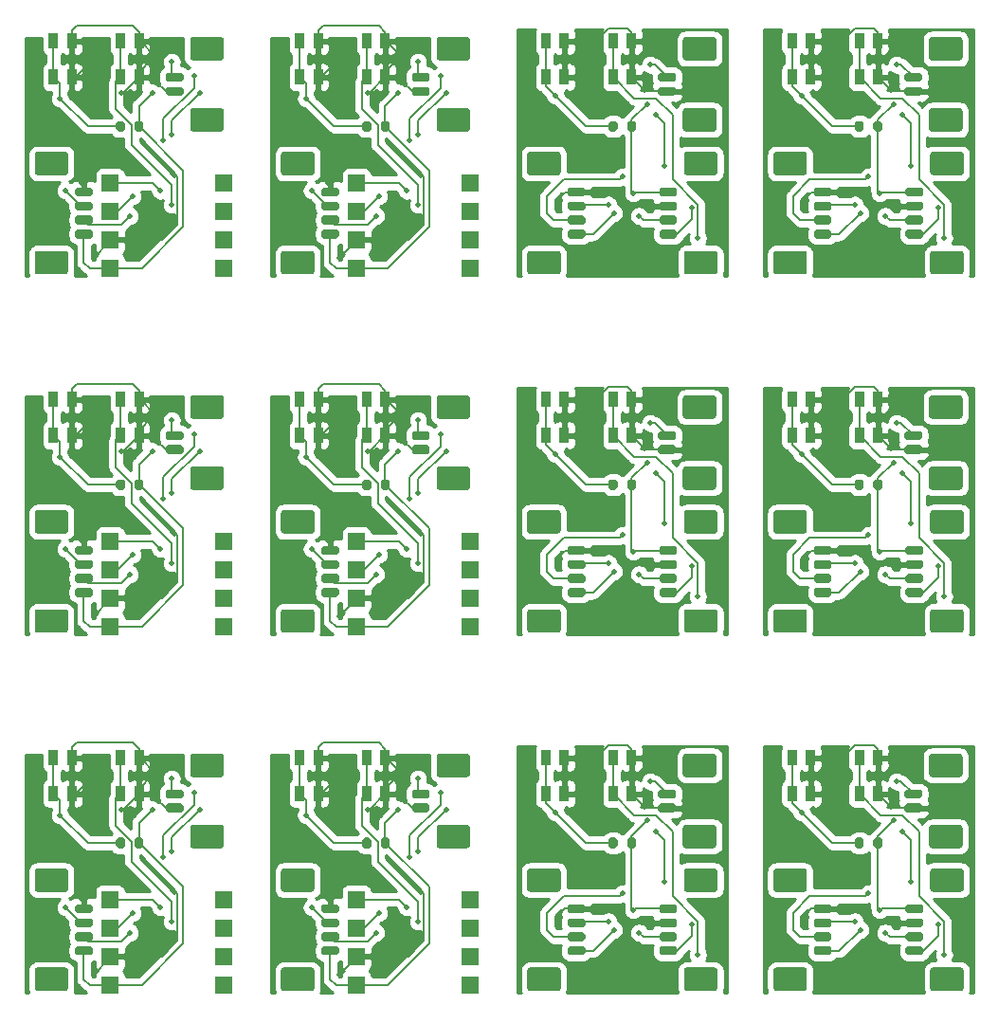
<source format=gbl>
%MOIN*%
%OFA0B0*%
%FSLAX46Y46*%
%IPPOS*%
%LPD*%
%ADD10R,0.032X0.056000000000000008*%
%ADD11R,0.060000000000000005X0.060000000000000005*%
%ADD12C,0.01968503937007874*%
%ADD13C,0.008*%
%ADD14C,0.01*%
%ADD15C,0.0039370078740157488*%
%ADD26R,0.032X0.056000000000000008*%
%ADD27C,0.01968503937007874*%
%ADD28C,0.008*%
%ADD29C,0.01*%
%ADD30C,0.0039370078740157488*%
%ADD31R,0.032X0.056000000000000008*%
%ADD32R,0.060000000000000005X0.060000000000000005*%
%ADD33C,0.01968503937007874*%
%ADD34C,0.008*%
%ADD35C,0.01*%
%ADD36C,0.0039370078740157488*%
%ADD37R,0.032X0.056000000000000008*%
%ADD38R,0.060000000000000005X0.060000000000000005*%
%ADD39C,0.01968503937007874*%
%ADD40C,0.008*%
%ADD41C,0.01*%
%ADD42C,0.0039370078740157488*%
%ADD43R,0.032X0.056000000000000008*%
%ADD44C,0.01968503937007874*%
%ADD45C,0.008*%
%ADD46C,0.01*%
%ADD47C,0.0039370078740157488*%
%ADD48R,0.032X0.056000000000000008*%
%ADD49C,0.01968503937007874*%
%ADD50C,0.008*%
%ADD51C,0.01*%
%ADD52C,0.0039370078740157488*%
%ADD53R,0.032X0.056000000000000008*%
%ADD54R,0.060000000000000005X0.060000000000000005*%
%ADD55C,0.01968503937007874*%
%ADD56C,0.008*%
%ADD57C,0.01*%
%ADD58C,0.0039370078740157488*%
%ADD59R,0.032X0.056000000000000008*%
%ADD60C,0.01968503937007874*%
%ADD61C,0.008*%
%ADD62C,0.01*%
%ADD63C,0.0039370078740157488*%
%ADD64R,0.032X0.056000000000000008*%
%ADD65R,0.060000000000000005X0.060000000000000005*%
%ADD66C,0.01968503937007874*%
%ADD67C,0.008*%
%ADD68C,0.01*%
%ADD69C,0.0039370078740157488*%
%ADD70R,0.032X0.056000000000000008*%
%ADD71R,0.060000000000000005X0.060000000000000005*%
%ADD72C,0.01968503937007874*%
%ADD73C,0.008*%
%ADD74C,0.01*%
%ADD75C,0.0039370078740157488*%
%ADD76R,0.032X0.056000000000000008*%
%ADD77C,0.01968503937007874*%
%ADD78C,0.008*%
%ADD79C,0.01*%
%ADD80C,0.0039370078740157488*%
%ADD81R,0.032X0.056000000000000008*%
%ADD82C,0.01968503937007874*%
%ADD83C,0.008*%
%ADD84C,0.01*%
%ADD85C,0.0039370078740157488*%
G01*
D10*
X-0003937007Y0005905511D02*
X0000124999Y0000724401D03*
X0000189960Y0000724401D03*
X0000189960Y0000850401D03*
X0000124999Y0000850401D03*
X0000361220Y0000724401D03*
X0000426181Y0000724401D03*
X0000426181Y0000850401D03*
X0000361220Y0000850401D03*
G36*
G01*
X0000345472Y0000540354D02*
X0000345472Y0000562007D01*
G75*
G02*
X0000353346Y0000569881I0000007874D01*
G01*
X0000369094Y0000569881D01*
G75*
G02*
X0000376968Y0000562007J-0000007874D01*
G01*
X0000376968Y0000540354D01*
G75*
G02*
X0000369094Y0000532480I-0000007874D01*
G01*
X0000353346Y0000532480D01*
G75*
G02*
X0000345472Y0000540354J0000007874D01*
G01*
G37*
G36*
G01*
X0000410433Y0000540354D02*
X0000410433Y0000562007D01*
G75*
G02*
X0000418307Y0000569881I0000007874D01*
G01*
X0000434055Y0000569881D01*
G75*
G02*
X0000441929Y0000562007J-0000007874D01*
G01*
X0000441929Y0000540354D01*
G75*
G02*
X0000434055Y0000532480I-0000007874D01*
G01*
X0000418307Y0000532480D01*
G75*
G02*
X0000410433Y0000540354J0000007874D01*
G01*
G37*
D11*
X0000724803Y0000052125D03*
X0000724803Y0000152125D03*
X0000724803Y0000252125D03*
X0000724803Y0000352125D03*
X0000324803Y0000352125D03*
X0000324803Y0000252125D03*
X0000324803Y0000152125D03*
X0000324803Y0000052125D03*
G36*
G01*
X0000616141Y0000615157D02*
X0000714566Y0000615157D01*
G75*
G02*
X0000724409Y0000605314J-0000009842D01*
G01*
X0000724409Y0000542322D01*
G75*
G02*
X0000714566Y0000532480I-0000009842D01*
G01*
X0000616141Y0000532480D01*
G75*
G02*
X0000606299Y0000542322J0000009842D01*
G01*
X0000606299Y0000605314D01*
G75*
G02*
X0000616141Y0000615157I0000009842D01*
G01*
G37*
G36*
G01*
X0000616141Y0000865157D02*
X0000714566Y0000865157D01*
G75*
G02*
X0000724409Y0000855314J-0000009842D01*
G01*
X0000724409Y0000792322D01*
G75*
G02*
X0000714566Y0000782480I-0000009842D01*
G01*
X0000616141Y0000782480D01*
G75*
G02*
X0000606299Y0000792322J0000009842D01*
G01*
X0000606299Y0000855314D01*
G75*
G02*
X0000616141Y0000865157I0000009842D01*
G01*
G37*
G36*
G01*
X0000527559Y0000689960D02*
X0000574803Y0000689960D01*
G75*
G02*
X0000582677Y0000682086J-0000007874D01*
G01*
X0000582677Y0000666338D01*
G75*
G02*
X0000574803Y0000658464I-0000007874D01*
G01*
X0000527559Y0000658464D01*
G75*
G02*
X0000519685Y0000666338J0000007874D01*
G01*
X0000519685Y0000682086D01*
G75*
G02*
X0000527559Y0000689960I0000007874D01*
G01*
G37*
G36*
G01*
X0000527559Y0000739173D02*
X0000574803Y0000739173D01*
G75*
G02*
X0000582677Y0000731299J-0000007874D01*
G01*
X0000582677Y0000715551D01*
G75*
G02*
X0000574803Y0000707677I-0000007874D01*
G01*
X0000527559Y0000707677D01*
G75*
G02*
X0000519685Y0000715551J0000007874D01*
G01*
X0000519685Y0000731299D01*
G75*
G02*
X0000527559Y0000739173I0000007874D01*
G01*
G37*
G36*
G01*
X0000167322Y0000378937D02*
X0000068897Y0000378937D01*
G75*
G02*
X0000059055Y0000388779J0000009842D01*
G01*
X0000059055Y0000451771D01*
G75*
G02*
X0000068897Y0000461614I0000009842D01*
G01*
X0000167322Y0000461614D01*
G75*
G02*
X0000177165Y0000451771J-0000009842D01*
G01*
X0000177165Y0000388779D01*
G75*
G02*
X0000167322Y0000378937I-0000009842D01*
G01*
G37*
G36*
G01*
X0000167322Y0000030511D02*
X0000068897Y0000030511D01*
G75*
G02*
X0000059055Y0000040354J0000009842D01*
G01*
X0000059055Y0000103346D01*
G75*
G02*
X0000068897Y0000113188I0000009842D01*
G01*
X0000167322Y0000113188D01*
G75*
G02*
X0000177165Y0000103346J-0000009842D01*
G01*
X0000177165Y0000040354D01*
G75*
G02*
X0000167322Y0000030511I-0000009842D01*
G01*
G37*
G36*
G01*
X0000255905Y0000304133D02*
X0000208661Y0000304133D01*
G75*
G02*
X0000200787Y0000312007J0000007874D01*
G01*
X0000200787Y0000327755D01*
G75*
G02*
X0000208661Y0000335629I0000007874D01*
G01*
X0000255905Y0000335629D01*
G75*
G02*
X0000263779Y0000327755J-0000007874D01*
G01*
X0000263779Y0000312007D01*
G75*
G02*
X0000255905Y0000304133I-0000007874D01*
G01*
G37*
G36*
G01*
X0000255905Y0000254921D02*
X0000208661Y0000254921D01*
G75*
G02*
X0000200787Y0000262795J0000007874D01*
G01*
X0000200787Y0000278543D01*
G75*
G02*
X0000208661Y0000286417I0000007874D01*
G01*
X0000255905Y0000286417D01*
G75*
G02*
X0000263779Y0000278543J-0000007874D01*
G01*
X0000263779Y0000262795D01*
G75*
G02*
X0000255905Y0000254921I-0000007874D01*
G01*
G37*
G36*
G01*
X0000255905Y0000205708D02*
X0000208661Y0000205708D01*
G75*
G02*
X0000200787Y0000213582J0000007874D01*
G01*
X0000200787Y0000229330D01*
G75*
G02*
X0000208661Y0000237204I0000007874D01*
G01*
X0000255905Y0000237204D01*
G75*
G02*
X0000263779Y0000229330J-0000007874D01*
G01*
X0000263779Y0000213582D01*
G75*
G02*
X0000255905Y0000205708I-0000007874D01*
G01*
G37*
G36*
G01*
X0000255905Y0000156496D02*
X0000208661Y0000156496D01*
G75*
G02*
X0000200787Y0000164370J0000007874D01*
G01*
X0000200787Y0000180118D01*
G75*
G02*
X0000208661Y0000187992I0000007874D01*
G01*
X0000255905Y0000187992D01*
G75*
G02*
X0000263779Y0000180118J-0000007874D01*
G01*
X0000263779Y0000164370D01*
G75*
G02*
X0000255905Y0000156496I-0000007874D01*
G01*
G37*
D12*
X0000275590Y0000797244D03*
X0000482283Y0000797244D03*
X0000364173Y0000669291D03*
X0000265748Y0000088582D03*
X0000226377Y0000511811D03*
X0000482283Y0000452755D03*
X0000167322Y0000324803D03*
X0000639763Y0000669291D03*
X0000541338Y0000521653D03*
X0000393700Y0000236220D03*
X0000541338Y0000777559D03*
X0000472440Y0000669291D03*
X0000541181Y0000275590D03*
X0000501968Y0000324803D03*
X0000620078Y0000728346D03*
X0000511811Y0000501968D03*
X0000403543Y0000305118D03*
X0000147637Y0000649606D03*
D13*
X0000189960Y0000850401D02*
X0000222433Y0000850401D01*
X0000222433Y0000850401D02*
X0000275590Y0000797244D01*
X0000519685Y0000674212D02*
X0000482283Y0000711614D01*
X0000551181Y0000674212D02*
X0000519685Y0000674212D01*
X0000482283Y0000711614D02*
X0000482283Y0000797244D01*
X0000429125Y0000850401D02*
X0000482283Y0000797244D01*
X0000426181Y0000850401D02*
X0000429125Y0000850401D01*
X0000426181Y0000741141D02*
X0000482283Y0000797244D01*
X0000426181Y0000724401D02*
X0000426181Y0000741141D01*
X0000202747Y0000724401D02*
X0000189960Y0000724401D01*
X0000275590Y0000797244D02*
X0000202747Y0000724401D01*
X0000426181Y0000850401D02*
X0000426181Y0000882873D01*
X0000426181Y0000882873D02*
X0000403543Y0000905511D01*
X0000403543Y0000905511D02*
X0000206692Y0000905511D01*
X0000189960Y0000888779D02*
X0000189960Y0000850401D01*
X0000206692Y0000905511D02*
X0000189960Y0000888779D01*
X0000371070Y0000669291D02*
X0000426181Y0000724401D01*
X0000364173Y0000669291D02*
X0000371070Y0000669291D01*
X0000324803Y0000147637D02*
X0000265748Y0000088582D01*
X0000324803Y0000152125D02*
X0000324803Y0000147637D01*
X0000232283Y0000337606D02*
X0000216535Y0000353354D01*
X0000232283Y0000319881D02*
X0000232283Y0000337606D01*
X0000216535Y0000501968D02*
X0000226377Y0000511811D01*
X0000216535Y0000353354D02*
X0000216535Y0000501968D01*
X0000324803Y0000152125D02*
X0000506456Y0000152125D01*
X0000506456Y0000152125D02*
X0000561023Y0000206692D01*
X0000561023Y0000206692D02*
X0000561023Y0000374015D01*
X0000561023Y0000374015D02*
X0000482283Y0000452755D01*
X0000232283Y0000270669D02*
X0000221456Y0000270669D01*
X0000221456Y0000270669D02*
X0000167322Y0000324803D01*
X0000639763Y0000669291D02*
X0000541338Y0000570866D01*
X0000541338Y0000570866D02*
X0000541338Y0000521653D01*
X0000248031Y0000205708D02*
X0000232283Y0000221456D01*
X0000363188Y0000205708D02*
X0000248031Y0000205708D01*
X0000393700Y0000236220D02*
X0000363188Y0000205708D01*
X0000541338Y0000733267D02*
X0000551181Y0000723425D01*
X0000541338Y0000777559D02*
X0000541338Y0000733267D01*
X0000426181Y0000551181D02*
X0000426181Y0000623031D01*
X0000426181Y0000623031D02*
X0000472440Y0000669291D01*
X0000232283Y0000172244D02*
X0000232283Y0000072834D01*
X0000252992Y0000052125D02*
X0000324803Y0000052125D01*
X0000232283Y0000072834D02*
X0000252992Y0000052125D01*
X0000324803Y0000052125D02*
X0000435984Y0000052125D01*
X0000435984Y0000052125D02*
X0000580708Y0000196850D01*
X0000580708Y0000396653D02*
X0000426181Y0000551181D01*
X0000580708Y0000196850D02*
X0000580708Y0000396653D01*
X0000361220Y0000850401D02*
X0000361220Y0000724401D01*
X0000400432Y0000555947D02*
X0000400432Y0000485394D01*
X0000344330Y0000612049D02*
X0000400432Y0000555947D01*
X0000344330Y0000707511D02*
X0000344330Y0000612049D01*
X0000361220Y0000724401D02*
X0000344330Y0000707511D01*
X0000400432Y0000485394D02*
X0000541338Y0000344488D01*
X0000541338Y0000275747D02*
X0000541181Y0000275590D01*
X0000541338Y0000344488D02*
X0000541338Y0000275747D01*
X0000324803Y0000352125D02*
X0000474645Y0000352125D01*
X0000474645Y0000352125D02*
X0000501968Y0000324803D01*
X0000620078Y0000686335D02*
X0000511811Y0000578068D01*
X0000620078Y0000728346D02*
X0000620078Y0000686335D01*
X0000511811Y0000578068D02*
X0000511811Y0000501968D01*
X0000350551Y0000252125D02*
X0000324803Y0000252125D01*
X0000403543Y0000305118D02*
X0000350551Y0000252125D01*
X0000147637Y0000701763D02*
X0000124999Y0000724401D01*
X0000147637Y0000649606D02*
X0000147637Y0000701763D01*
X0000124999Y0000850401D02*
X0000124999Y0000724401D01*
X0000246062Y0000551181D02*
X0000147637Y0000649606D01*
X0000361220Y0000551181D02*
X0000246062Y0000551181D01*
D14*
X0000083879Y0000822401D02*
X0000084361Y0000817500D01*
X0000085791Y0000812788D01*
X0000088112Y0000808445D01*
X0000091236Y0000804638D01*
X0000095043Y0000801514D01*
X0000096000Y0000801002D01*
X0000096000Y0000773800D01*
X0000095043Y0000773288D01*
X0000091236Y0000770164D01*
X0000088112Y0000766358D01*
X0000085791Y0000762014D01*
X0000084361Y0000757302D01*
X0000083879Y0000752401D01*
X0000083879Y0000696401D01*
X0000084361Y0000691500D01*
X0000085791Y0000686788D01*
X0000088112Y0000682445D01*
X0000091236Y0000678638D01*
X0000095043Y0000675514D01*
X0000099386Y0000673192D01*
X0000104099Y0000671763D01*
X0000109000Y0000671280D01*
X0000118637Y0000671280D01*
X0000118637Y0000668919D01*
X0000116760Y0000666110D01*
X0000114134Y0000659769D01*
X0000112795Y0000653037D01*
X0000112795Y0000646174D01*
X0000114134Y0000639443D01*
X0000116760Y0000633102D01*
X0000120573Y0000627395D01*
X0000125426Y0000622542D01*
X0000131133Y0000618729D01*
X0000137474Y0000616102D01*
X0000140788Y0000615443D01*
X0000224549Y0000531682D01*
X0000225457Y0000530575D01*
X0000226564Y0000529667D01*
X0000226564Y0000529667D01*
X0000227346Y0000529025D01*
X0000229873Y0000526951D01*
X0000234911Y0000524258D01*
X0000240377Y0000522600D01*
X0000246062Y0000522040D01*
X0000247487Y0000522181D01*
X0000325827Y0000522181D01*
X0000325912Y0000522023D01*
X0000330015Y0000517023D01*
X0000335015Y0000512920D01*
X0000340719Y0000509870D01*
X0000346909Y0000507993D01*
X0000353346Y0000507359D01*
X0000369094Y0000507359D01*
X0000371432Y0000507589D01*
X0000371432Y0000486819D01*
X0000371292Y0000485394D01*
X0000371689Y0000481363D01*
X0000371847Y0000479757D01*
X0000371852Y0000479709D01*
X0000373510Y0000474242D01*
X0000375138Y0000471196D01*
X0000376203Y0000469204D01*
X0000379827Y0000464788D01*
X0000380933Y0000463880D01*
X0000463688Y0000381125D01*
X0000379924Y0000381125D01*
X0000379924Y0000382125D01*
X0000379441Y0000387026D01*
X0000378011Y0000391739D01*
X0000375690Y0000396082D01*
X0000372566Y0000399889D01*
X0000368759Y0000403013D01*
X0000364416Y0000405334D01*
X0000359704Y0000406764D01*
X0000354803Y0000407246D01*
X0000294803Y0000407246D01*
X0000289902Y0000406764D01*
X0000285189Y0000405334D01*
X0000280846Y0000403013D01*
X0000277039Y0000399889D01*
X0000273915Y0000396082D01*
X0000271594Y0000391739D01*
X0000270164Y0000387026D01*
X0000269682Y0000382125D01*
X0000269682Y0000359964D01*
X0000268680Y0000360268D01*
X0000263779Y0000360750D01*
X0000243533Y0000360629D01*
X0000237283Y0000354379D01*
X0000237283Y0000324881D01*
X0000238070Y0000324881D01*
X0000238070Y0000314881D01*
X0000237283Y0000314881D01*
X0000237283Y0000314094D01*
X0000227283Y0000314094D01*
X0000227283Y0000314881D01*
X0000226496Y0000314881D01*
X0000226496Y0000324881D01*
X0000227283Y0000324881D01*
X0000227283Y0000354379D01*
X0000221033Y0000360629D01*
X0000200787Y0000360750D01*
X0000195886Y0000360268D01*
X0000191173Y0000358838D01*
X0000186830Y0000356517D01*
X0000184920Y0000354949D01*
X0000183826Y0000355680D01*
X0000181226Y0000356757D01*
X0000186747Y0000359708D01*
X0000192045Y0000364056D01*
X0000196393Y0000369354D01*
X0000199624Y0000375399D01*
X0000201614Y0000381958D01*
X0000202286Y0000388779D01*
X0000202286Y0000451771D01*
X0000201614Y0000458592D01*
X0000199624Y0000465151D01*
X0000196393Y0000471196D01*
X0000192045Y0000476494D01*
X0000186747Y0000480842D01*
X0000180702Y0000484073D01*
X0000174143Y0000486063D01*
X0000167322Y0000486735D01*
X0000068897Y0000486735D01*
X0000062076Y0000486063D01*
X0000055517Y0000484073D01*
X0000049472Y0000480842D01*
X0000044174Y0000476494D01*
X0000039826Y0000471196D01*
X0000036595Y0000465151D01*
X0000034605Y0000458592D01*
X0000033934Y0000451771D01*
X0000033934Y0000388779D01*
X0000034605Y0000381958D01*
X0000036595Y0000375399D01*
X0000039826Y0000369354D01*
X0000044174Y0000364056D01*
X0000049472Y0000359708D01*
X0000055517Y0000356477D01*
X0000062076Y0000354487D01*
X0000068897Y0000353816D01*
X0000148028Y0000353816D01*
X0000145112Y0000351867D01*
X0000140258Y0000347013D01*
X0000136445Y0000341307D01*
X0000133819Y0000334966D01*
X0000132480Y0000328234D01*
X0000132480Y0000321371D01*
X0000133819Y0000314639D01*
X0000136445Y0000308298D01*
X0000140258Y0000302592D01*
X0000145112Y0000297739D01*
X0000150818Y0000293926D01*
X0000157159Y0000291299D01*
X0000160473Y0000290640D01*
X0000175666Y0000275447D01*
X0000175666Y0000262795D01*
X0000176300Y0000256358D01*
X0000178178Y0000250168D01*
X0000180372Y0000246062D01*
X0000178178Y0000241957D01*
X0000176300Y0000235767D01*
X0000175666Y0000229330D01*
X0000175666Y0000213582D01*
X0000176300Y0000207145D01*
X0000178178Y0000200956D01*
X0000180372Y0000196850D01*
X0000178178Y0000192744D01*
X0000176300Y0000186555D01*
X0000175666Y0000180118D01*
X0000175666Y0000164370D01*
X0000176300Y0000157933D01*
X0000178178Y0000151743D01*
X0000181227Y0000146039D01*
X0000185330Y0000141039D01*
X0000190330Y0000136935D01*
X0000196034Y0000133886D01*
X0000202224Y0000132009D01*
X0000203283Y0000131904D01*
X0000203283Y0000074259D01*
X0000203143Y0000072834D01*
X0000203703Y0000067149D01*
X0000205361Y0000061683D01*
X0000207431Y0000057810D01*
X0000208054Y0000056645D01*
X0000211678Y0000052229D01*
X0000212784Y0000051321D01*
X0000231478Y0000032627D01*
X0000232386Y0000031520D01*
X0000236802Y0000027896D01*
X0000240380Y0000025984D01*
X0000199095Y0000025984D01*
X0000199624Y0000026974D01*
X0000201614Y0000033533D01*
X0000202286Y0000040354D01*
X0000202286Y0000103346D01*
X0000201614Y0000110167D01*
X0000199624Y0000116726D01*
X0000196393Y0000122771D01*
X0000192045Y0000128069D01*
X0000186747Y0000132417D01*
X0000180702Y0000135648D01*
X0000174143Y0000137638D01*
X0000167322Y0000138309D01*
X0000068897Y0000138309D01*
X0000062076Y0000137638D01*
X0000055517Y0000135648D01*
X0000049472Y0000132417D01*
X0000044174Y0000128069D01*
X0000039826Y0000122771D01*
X0000036595Y0000116726D01*
X0000034605Y0000110167D01*
X0000033934Y0000103346D01*
X0000033934Y0000040354D01*
X0000034605Y0000033533D01*
X0000036595Y0000026974D01*
X0000037124Y0000025984D01*
X0000025984Y0000025984D01*
X0000025984Y0000861141D01*
X0000083879Y0000861141D01*
X0000083879Y0000822401D01*
D15*
G36*
X0000083879Y0000822401D02*
G01*
X0000084361Y0000817500D01*
X0000085791Y0000812788D01*
X0000088112Y0000808445D01*
X0000091236Y0000804638D01*
X0000095043Y0000801514D01*
X0000096000Y0000801002D01*
X0000096000Y0000773800D01*
X0000095043Y0000773288D01*
X0000091236Y0000770164D01*
X0000088112Y0000766358D01*
X0000085791Y0000762014D01*
X0000084361Y0000757302D01*
X0000083879Y0000752401D01*
X0000083879Y0000696401D01*
X0000084361Y0000691500D01*
X0000085791Y0000686788D01*
X0000088112Y0000682445D01*
X0000091236Y0000678638D01*
X0000095043Y0000675514D01*
X0000099386Y0000673192D01*
X0000104099Y0000671763D01*
X0000109000Y0000671280D01*
X0000118637Y0000671280D01*
X0000118637Y0000668919D01*
X0000116760Y0000666110D01*
X0000114134Y0000659769D01*
X0000112795Y0000653037D01*
X0000112795Y0000646174D01*
X0000114134Y0000639443D01*
X0000116760Y0000633102D01*
X0000120573Y0000627395D01*
X0000125426Y0000622542D01*
X0000131133Y0000618729D01*
X0000137474Y0000616102D01*
X0000140788Y0000615443D01*
X0000224549Y0000531682D01*
X0000225457Y0000530575D01*
X0000226564Y0000529667D01*
X0000226564Y0000529667D01*
X0000227346Y0000529025D01*
X0000229873Y0000526951D01*
X0000234911Y0000524258D01*
X0000240377Y0000522600D01*
X0000246062Y0000522040D01*
X0000247487Y0000522181D01*
X0000325827Y0000522181D01*
X0000325912Y0000522023D01*
X0000330015Y0000517023D01*
X0000335015Y0000512920D01*
X0000340719Y0000509870D01*
X0000346909Y0000507993D01*
X0000353346Y0000507359D01*
X0000369094Y0000507359D01*
X0000371432Y0000507589D01*
X0000371432Y0000486819D01*
X0000371292Y0000485394D01*
X0000371689Y0000481363D01*
X0000371847Y0000479757D01*
X0000371852Y0000479709D01*
X0000373510Y0000474242D01*
X0000375138Y0000471196D01*
X0000376203Y0000469204D01*
X0000379827Y0000464788D01*
X0000380933Y0000463880D01*
X0000463688Y0000381125D01*
X0000379924Y0000381125D01*
X0000379924Y0000382125D01*
X0000379441Y0000387026D01*
X0000378011Y0000391739D01*
X0000375690Y0000396082D01*
X0000372566Y0000399889D01*
X0000368759Y0000403013D01*
X0000364416Y0000405334D01*
X0000359704Y0000406764D01*
X0000354803Y0000407246D01*
X0000294803Y0000407246D01*
X0000289902Y0000406764D01*
X0000285189Y0000405334D01*
X0000280846Y0000403013D01*
X0000277039Y0000399889D01*
X0000273915Y0000396082D01*
X0000271594Y0000391739D01*
X0000270164Y0000387026D01*
X0000269682Y0000382125D01*
X0000269682Y0000359964D01*
X0000268680Y0000360268D01*
X0000263779Y0000360750D01*
X0000243533Y0000360629D01*
X0000237283Y0000354379D01*
X0000237283Y0000324881D01*
X0000238070Y0000324881D01*
X0000238070Y0000314881D01*
X0000237283Y0000314881D01*
X0000237283Y0000314094D01*
X0000227283Y0000314094D01*
X0000227283Y0000314881D01*
X0000226496Y0000314881D01*
X0000226496Y0000324881D01*
X0000227283Y0000324881D01*
X0000227283Y0000354379D01*
X0000221033Y0000360629D01*
X0000200787Y0000360750D01*
X0000195886Y0000360268D01*
X0000191173Y0000358838D01*
X0000186830Y0000356517D01*
X0000184920Y0000354949D01*
X0000183826Y0000355680D01*
X0000181226Y0000356757D01*
X0000186747Y0000359708D01*
X0000192045Y0000364056D01*
X0000196393Y0000369354D01*
X0000199624Y0000375399D01*
X0000201614Y0000381958D01*
X0000202286Y0000388779D01*
X0000202286Y0000451771D01*
X0000201614Y0000458592D01*
X0000199624Y0000465151D01*
X0000196393Y0000471196D01*
X0000192045Y0000476494D01*
X0000186747Y0000480842D01*
X0000180702Y0000484073D01*
X0000174143Y0000486063D01*
X0000167322Y0000486735D01*
X0000068897Y0000486735D01*
X0000062076Y0000486063D01*
X0000055517Y0000484073D01*
X0000049472Y0000480842D01*
X0000044174Y0000476494D01*
X0000039826Y0000471196D01*
X0000036595Y0000465151D01*
X0000034605Y0000458592D01*
X0000033934Y0000451771D01*
X0000033934Y0000388779D01*
X0000034605Y0000381958D01*
X0000036595Y0000375399D01*
X0000039826Y0000369354D01*
X0000044174Y0000364056D01*
X0000049472Y0000359708D01*
X0000055517Y0000356477D01*
X0000062076Y0000354487D01*
X0000068897Y0000353816D01*
X0000148028Y0000353816D01*
X0000145112Y0000351867D01*
X0000140258Y0000347013D01*
X0000136445Y0000341307D01*
X0000133819Y0000334966D01*
X0000132480Y0000328234D01*
X0000132480Y0000321371D01*
X0000133819Y0000314639D01*
X0000136445Y0000308298D01*
X0000140258Y0000302592D01*
X0000145112Y0000297739D01*
X0000150818Y0000293926D01*
X0000157159Y0000291299D01*
X0000160473Y0000290640D01*
X0000175666Y0000275447D01*
X0000175666Y0000262795D01*
X0000176300Y0000256358D01*
X0000178178Y0000250168D01*
X0000180372Y0000246062D01*
X0000178178Y0000241957D01*
X0000176300Y0000235767D01*
X0000175666Y0000229330D01*
X0000175666Y0000213582D01*
X0000176300Y0000207145D01*
X0000178178Y0000200956D01*
X0000180372Y0000196850D01*
X0000178178Y0000192744D01*
X0000176300Y0000186555D01*
X0000175666Y0000180118D01*
X0000175666Y0000164370D01*
X0000176300Y0000157933D01*
X0000178178Y0000151743D01*
X0000181227Y0000146039D01*
X0000185330Y0000141039D01*
X0000190330Y0000136935D01*
X0000196034Y0000133886D01*
X0000202224Y0000132009D01*
X0000203283Y0000131904D01*
X0000203283Y0000074259D01*
X0000203143Y0000072834D01*
X0000203703Y0000067149D01*
X0000205361Y0000061683D01*
X0000207431Y0000057810D01*
X0000208054Y0000056645D01*
X0000211678Y0000052229D01*
X0000212784Y0000051321D01*
X0000231478Y0000032627D01*
X0000232386Y0000031520D01*
X0000236802Y0000027896D01*
X0000240380Y0000025984D01*
X0000199095Y0000025984D01*
X0000199624Y0000026974D01*
X0000201614Y0000033533D01*
X0000202286Y0000040354D01*
X0000202286Y0000103346D01*
X0000201614Y0000110167D01*
X0000199624Y0000116726D01*
X0000196393Y0000122771D01*
X0000192045Y0000128069D01*
X0000186747Y0000132417D01*
X0000180702Y0000135648D01*
X0000174143Y0000137638D01*
X0000167322Y0000138309D01*
X0000068897Y0000138309D01*
X0000062076Y0000137638D01*
X0000055517Y0000135648D01*
X0000049472Y0000132417D01*
X0000044174Y0000128069D01*
X0000039826Y0000122771D01*
X0000036595Y0000116726D01*
X0000034605Y0000110167D01*
X0000033934Y0000103346D01*
X0000033934Y0000040354D01*
X0000034605Y0000033533D01*
X0000036595Y0000026974D01*
X0000037124Y0000025984D01*
X0000025984Y0000025984D01*
X0000025984Y0000861141D01*
X0000083879Y0000861141D01*
X0000083879Y0000822401D01*
G37*
D14*
X0000269682Y0000122125D02*
X0000270164Y0000117225D01*
X0000271594Y0000112512D01*
X0000273915Y0000108169D01*
X0000277039Y0000104362D01*
X0000279765Y0000102125D01*
X0000277039Y0000099889D01*
X0000273915Y0000096082D01*
X0000271594Y0000091739D01*
X0000270164Y0000087026D01*
X0000269682Y0000082125D01*
X0000269682Y0000081125D01*
X0000265004Y0000081125D01*
X0000261283Y0000084846D01*
X0000261283Y0000131904D01*
X0000262342Y0000132009D01*
X0000268532Y0000133886D01*
X0000269762Y0000134544D01*
X0000269682Y0000122125D01*
D15*
G36*
X0000269682Y0000122125D02*
G01*
X0000270164Y0000117225D01*
X0000271594Y0000112512D01*
X0000273915Y0000108169D01*
X0000277039Y0000104362D01*
X0000279765Y0000102125D01*
X0000277039Y0000099889D01*
X0000273915Y0000096082D01*
X0000271594Y0000091739D01*
X0000270164Y0000087026D01*
X0000269682Y0000082125D01*
X0000269682Y0000081125D01*
X0000265004Y0000081125D01*
X0000261283Y0000084846D01*
X0000261283Y0000131904D01*
X0000262342Y0000132009D01*
X0000268532Y0000133886D01*
X0000269762Y0000134544D01*
X0000269682Y0000122125D01*
G37*
D14*
X0000467805Y0000317953D02*
X0000468464Y0000314639D01*
X0000471091Y0000308298D01*
X0000474904Y0000302592D01*
X0000479757Y0000297739D01*
X0000485464Y0000293926D01*
X0000491805Y0000291299D01*
X0000498536Y0000289960D01*
X0000505400Y0000289960D01*
X0000509781Y0000290832D01*
X0000507677Y0000285753D01*
X0000506338Y0000279022D01*
X0000506338Y0000272158D01*
X0000507677Y0000265427D01*
X0000510304Y0000259086D01*
X0000514117Y0000253379D01*
X0000518970Y0000248526D01*
X0000524676Y0000244713D01*
X0000531017Y0000242087D01*
X0000537749Y0000240748D01*
X0000544612Y0000240748D01*
X0000551344Y0000242087D01*
X0000551708Y0000242237D01*
X0000551708Y0000208862D01*
X0000423972Y0000081125D01*
X0000379924Y0000081125D01*
X0000379924Y0000082125D01*
X0000379441Y0000087026D01*
X0000378011Y0000091739D01*
X0000375690Y0000096082D01*
X0000372566Y0000099889D01*
X0000369840Y0000102125D01*
X0000372566Y0000104362D01*
X0000375690Y0000108169D01*
X0000378011Y0000112512D01*
X0000379441Y0000117225D01*
X0000379924Y0000122125D01*
X0000379803Y0000140875D01*
X0000373553Y0000147125D01*
X0000329803Y0000147125D01*
X0000329803Y0000146338D01*
X0000319803Y0000146338D01*
X0000319803Y0000147125D01*
X0000319015Y0000147125D01*
X0000319015Y0000157125D01*
X0000319803Y0000157125D01*
X0000319803Y0000157913D01*
X0000329803Y0000157913D01*
X0000329803Y0000157125D01*
X0000373553Y0000157125D01*
X0000379803Y0000163375D01*
X0000379922Y0000181926D01*
X0000383794Y0000185103D01*
X0000384702Y0000186210D01*
X0000400550Y0000202057D01*
X0000403863Y0000202716D01*
X0000410204Y0000205343D01*
X0000415911Y0000209156D01*
X0000420764Y0000214009D01*
X0000424577Y0000219716D01*
X0000427204Y0000226057D01*
X0000428543Y0000232788D01*
X0000428543Y0000239652D01*
X0000427204Y0000246383D01*
X0000424577Y0000252724D01*
X0000420764Y0000258431D01*
X0000415911Y0000263284D01*
X0000410204Y0000267097D01*
X0000407609Y0000268172D01*
X0000410392Y0000270955D01*
X0000413706Y0000271614D01*
X0000420047Y0000274241D01*
X0000425754Y0000278054D01*
X0000430607Y0000282907D01*
X0000434420Y0000288613D01*
X0000437046Y0000294954D01*
X0000438385Y0000301686D01*
X0000438385Y0000308549D01*
X0000437046Y0000315281D01*
X0000434420Y0000321622D01*
X0000433415Y0000323125D01*
X0000462633Y0000323125D01*
X0000467805Y0000317953D01*
D15*
G36*
X0000467805Y0000317953D02*
G01*
X0000468464Y0000314639D01*
X0000471091Y0000308298D01*
X0000474904Y0000302592D01*
X0000479757Y0000297739D01*
X0000485464Y0000293926D01*
X0000491805Y0000291299D01*
X0000498536Y0000289960D01*
X0000505400Y0000289960D01*
X0000509781Y0000290832D01*
X0000507677Y0000285753D01*
X0000506338Y0000279022D01*
X0000506338Y0000272158D01*
X0000507677Y0000265427D01*
X0000510304Y0000259086D01*
X0000514117Y0000253379D01*
X0000518970Y0000248526D01*
X0000524676Y0000244713D01*
X0000531017Y0000242087D01*
X0000537749Y0000240748D01*
X0000544612Y0000240748D01*
X0000551344Y0000242087D01*
X0000551708Y0000242237D01*
X0000551708Y0000208862D01*
X0000423972Y0000081125D01*
X0000379924Y0000081125D01*
X0000379924Y0000082125D01*
X0000379441Y0000087026D01*
X0000378011Y0000091739D01*
X0000375690Y0000096082D01*
X0000372566Y0000099889D01*
X0000369840Y0000102125D01*
X0000372566Y0000104362D01*
X0000375690Y0000108169D01*
X0000378011Y0000112512D01*
X0000379441Y0000117225D01*
X0000379924Y0000122125D01*
X0000379803Y0000140875D01*
X0000373553Y0000147125D01*
X0000329803Y0000147125D01*
X0000329803Y0000146338D01*
X0000319803Y0000146338D01*
X0000319803Y0000147125D01*
X0000319015Y0000147125D01*
X0000319015Y0000157125D01*
X0000319803Y0000157125D01*
X0000319803Y0000157913D01*
X0000329803Y0000157913D01*
X0000329803Y0000157125D01*
X0000373553Y0000157125D01*
X0000379803Y0000163375D01*
X0000379922Y0000181926D01*
X0000383794Y0000185103D01*
X0000384702Y0000186210D01*
X0000400550Y0000202057D01*
X0000403863Y0000202716D01*
X0000410204Y0000205343D01*
X0000415911Y0000209156D01*
X0000420764Y0000214009D01*
X0000424577Y0000219716D01*
X0000427204Y0000226057D01*
X0000428543Y0000232788D01*
X0000428543Y0000239652D01*
X0000427204Y0000246383D01*
X0000424577Y0000252724D01*
X0000420764Y0000258431D01*
X0000415911Y0000263284D01*
X0000410204Y0000267097D01*
X0000407609Y0000268172D01*
X0000410392Y0000270955D01*
X0000413706Y0000271614D01*
X0000420047Y0000274241D01*
X0000425754Y0000278054D01*
X0000430607Y0000282907D01*
X0000434420Y0000288613D01*
X0000437046Y0000294954D01*
X0000438385Y0000301686D01*
X0000438385Y0000308549D01*
X0000437046Y0000315281D01*
X0000434420Y0000321622D01*
X0000433415Y0000323125D01*
X0000462633Y0000323125D01*
X0000467805Y0000317953D01*
G37*
D14*
X0000551708Y0000384641D02*
X0000551708Y0000375130D01*
X0000429432Y0000497406D01*
X0000429432Y0000506917D01*
X0000551708Y0000384641D01*
D15*
G36*
X0000551708Y0000384641D02*
G01*
X0000551708Y0000375130D01*
X0000429432Y0000497406D01*
X0000429432Y0000506917D01*
X0000551708Y0000384641D01*
G37*
D14*
X0000320099Y0000822401D02*
X0000320582Y0000817500D01*
X0000322011Y0000812788D01*
X0000324333Y0000808445D01*
X0000327457Y0000804638D01*
X0000331264Y0000801514D01*
X0000332220Y0000801002D01*
X0000332220Y0000773800D01*
X0000331264Y0000773288D01*
X0000327457Y0000770164D01*
X0000324333Y0000766358D01*
X0000322011Y0000762014D01*
X0000320582Y0000757302D01*
X0000320099Y0000752401D01*
X0000320099Y0000723697D01*
X0000317408Y0000718663D01*
X0000315750Y0000713196D01*
X0000315491Y0000710565D01*
X0000315190Y0000707511D01*
X0000315330Y0000706087D01*
X0000315330Y0000613474D01*
X0000315190Y0000612049D01*
X0000315667Y0000607208D01*
X0000315722Y0000606648D01*
X0000315750Y0000606364D01*
X0000317408Y0000600898D01*
X0000320101Y0000595860D01*
X0000321416Y0000594257D01*
X0000323725Y0000591444D01*
X0000324831Y0000590536D01*
X0000330023Y0000585345D01*
X0000330015Y0000585338D01*
X0000325912Y0000580338D01*
X0000325827Y0000580181D01*
X0000258075Y0000580181D01*
X0000181800Y0000656455D01*
X0000181141Y0000659769D01*
X0000178514Y0000666110D01*
X0000176637Y0000668919D01*
X0000176637Y0000671348D01*
X0000178710Y0000671401D01*
X0000184960Y0000677651D01*
X0000184960Y0000719401D01*
X0000194960Y0000719401D01*
X0000194960Y0000677651D01*
X0000201210Y0000671401D01*
X0000205960Y0000671280D01*
X0000210861Y0000671763D01*
X0000215573Y0000673192D01*
X0000219917Y0000675514D01*
X0000223723Y0000678638D01*
X0000226847Y0000682445D01*
X0000229169Y0000686788D01*
X0000230598Y0000691500D01*
X0000231081Y0000696401D01*
X0000230960Y0000713151D01*
X0000224710Y0000719401D01*
X0000194960Y0000719401D01*
X0000184960Y0000719401D01*
X0000184173Y0000719401D01*
X0000184173Y0000729401D01*
X0000184960Y0000729401D01*
X0000184960Y0000771151D01*
X0000194960Y0000771151D01*
X0000194960Y0000729401D01*
X0000224710Y0000729401D01*
X0000230960Y0000735651D01*
X0000231081Y0000752401D01*
X0000230598Y0000757302D01*
X0000229169Y0000762014D01*
X0000226847Y0000766358D01*
X0000223723Y0000770164D01*
X0000219917Y0000773288D01*
X0000215573Y0000775610D01*
X0000210861Y0000777039D01*
X0000205960Y0000777522D01*
X0000201210Y0000777401D01*
X0000194960Y0000771151D01*
X0000184960Y0000771151D01*
X0000178710Y0000777401D01*
X0000173960Y0000777522D01*
X0000169059Y0000777039D01*
X0000164347Y0000775610D01*
X0000160004Y0000773288D01*
X0000157480Y0000771217D01*
X0000154956Y0000773288D01*
X0000154000Y0000773800D01*
X0000154000Y0000801002D01*
X0000154956Y0000801514D01*
X0000157480Y0000803585D01*
X0000160004Y0000801514D01*
X0000164347Y0000799192D01*
X0000169059Y0000797763D01*
X0000173960Y0000797280D01*
X0000178710Y0000797401D01*
X0000184960Y0000803651D01*
X0000184960Y0000845401D01*
X0000194960Y0000845401D01*
X0000194960Y0000803651D01*
X0000201210Y0000797401D01*
X0000205960Y0000797280D01*
X0000210861Y0000797763D01*
X0000215573Y0000799192D01*
X0000219917Y0000801514D01*
X0000223723Y0000804638D01*
X0000226847Y0000808445D01*
X0000229169Y0000812788D01*
X0000230598Y0000817500D01*
X0000231081Y0000822401D01*
X0000230960Y0000839151D01*
X0000224710Y0000845401D01*
X0000194960Y0000845401D01*
X0000184960Y0000845401D01*
X0000184173Y0000845401D01*
X0000184173Y0000855401D01*
X0000184960Y0000855401D01*
X0000184960Y0000856188D01*
X0000194960Y0000856188D01*
X0000194960Y0000855401D01*
X0000224710Y0000855401D01*
X0000230450Y0000861141D01*
X0000320099Y0000861141D01*
X0000320099Y0000822401D01*
D15*
G36*
X0000320099Y0000822401D02*
G01*
X0000320582Y0000817500D01*
X0000322011Y0000812788D01*
X0000324333Y0000808445D01*
X0000327457Y0000804638D01*
X0000331264Y0000801514D01*
X0000332220Y0000801002D01*
X0000332220Y0000773800D01*
X0000331264Y0000773288D01*
X0000327457Y0000770164D01*
X0000324333Y0000766358D01*
X0000322011Y0000762014D01*
X0000320582Y0000757302D01*
X0000320099Y0000752401D01*
X0000320099Y0000723697D01*
X0000317408Y0000718663D01*
X0000315750Y0000713196D01*
X0000315491Y0000710565D01*
X0000315190Y0000707511D01*
X0000315330Y0000706087D01*
X0000315330Y0000613474D01*
X0000315190Y0000612049D01*
X0000315667Y0000607208D01*
X0000315722Y0000606648D01*
X0000315750Y0000606364D01*
X0000317408Y0000600898D01*
X0000320101Y0000595860D01*
X0000321416Y0000594257D01*
X0000323725Y0000591444D01*
X0000324831Y0000590536D01*
X0000330023Y0000585345D01*
X0000330015Y0000585338D01*
X0000325912Y0000580338D01*
X0000325827Y0000580181D01*
X0000258075Y0000580181D01*
X0000181800Y0000656455D01*
X0000181141Y0000659769D01*
X0000178514Y0000666110D01*
X0000176637Y0000668919D01*
X0000176637Y0000671348D01*
X0000178710Y0000671401D01*
X0000184960Y0000677651D01*
X0000184960Y0000719401D01*
X0000194960Y0000719401D01*
X0000194960Y0000677651D01*
X0000201210Y0000671401D01*
X0000205960Y0000671280D01*
X0000210861Y0000671763D01*
X0000215573Y0000673192D01*
X0000219917Y0000675514D01*
X0000223723Y0000678638D01*
X0000226847Y0000682445D01*
X0000229169Y0000686788D01*
X0000230598Y0000691500D01*
X0000231081Y0000696401D01*
X0000230960Y0000713151D01*
X0000224710Y0000719401D01*
X0000194960Y0000719401D01*
X0000184960Y0000719401D01*
X0000184173Y0000719401D01*
X0000184173Y0000729401D01*
X0000184960Y0000729401D01*
X0000184960Y0000771151D01*
X0000194960Y0000771151D01*
X0000194960Y0000729401D01*
X0000224710Y0000729401D01*
X0000230960Y0000735651D01*
X0000231081Y0000752401D01*
X0000230598Y0000757302D01*
X0000229169Y0000762014D01*
X0000226847Y0000766358D01*
X0000223723Y0000770164D01*
X0000219917Y0000773288D01*
X0000215573Y0000775610D01*
X0000210861Y0000777039D01*
X0000205960Y0000777522D01*
X0000201210Y0000777401D01*
X0000194960Y0000771151D01*
X0000184960Y0000771151D01*
X0000178710Y0000777401D01*
X0000173960Y0000777522D01*
X0000169059Y0000777039D01*
X0000164347Y0000775610D01*
X0000160004Y0000773288D01*
X0000157480Y0000771217D01*
X0000154956Y0000773288D01*
X0000154000Y0000773800D01*
X0000154000Y0000801002D01*
X0000154956Y0000801514D01*
X0000157480Y0000803585D01*
X0000160004Y0000801514D01*
X0000164347Y0000799192D01*
X0000169059Y0000797763D01*
X0000173960Y0000797280D01*
X0000178710Y0000797401D01*
X0000184960Y0000803651D01*
X0000184960Y0000845401D01*
X0000194960Y0000845401D01*
X0000194960Y0000803651D01*
X0000201210Y0000797401D01*
X0000205960Y0000797280D01*
X0000210861Y0000797763D01*
X0000215573Y0000799192D01*
X0000219917Y0000801514D01*
X0000223723Y0000804638D01*
X0000226847Y0000808445D01*
X0000229169Y0000812788D01*
X0000230598Y0000817500D01*
X0000231081Y0000822401D01*
X0000230960Y0000839151D01*
X0000224710Y0000845401D01*
X0000194960Y0000845401D01*
X0000184960Y0000845401D01*
X0000184173Y0000845401D01*
X0000184173Y0000855401D01*
X0000184960Y0000855401D01*
X0000184960Y0000856188D01*
X0000194960Y0000856188D01*
X0000194960Y0000855401D01*
X0000224710Y0000855401D01*
X0000230450Y0000861141D01*
X0000320099Y0000861141D01*
X0000320099Y0000822401D01*
G37*
D14*
X0000581178Y0000855314D02*
X0000581178Y0000792322D01*
X0000581850Y0000785501D01*
X0000583839Y0000778942D01*
X0000587070Y0000772898D01*
X0000591418Y0000767599D01*
X0000596717Y0000763251D01*
X0000602761Y0000760020D01*
X0000604342Y0000759541D01*
X0000603574Y0000759223D01*
X0000597867Y0000755410D01*
X0000597559Y0000755101D01*
X0000593134Y0000758733D01*
X0000587429Y0000761782D01*
X0000581240Y0000763660D01*
X0000574803Y0000764294D01*
X0000573557Y0000764294D01*
X0000574842Y0000767395D01*
X0000576181Y0000774127D01*
X0000576181Y0000780990D01*
X0000574842Y0000787722D01*
X0000572215Y0000794063D01*
X0000568402Y0000799769D01*
X0000563549Y0000804622D01*
X0000557842Y0000808436D01*
X0000551501Y0000811062D01*
X0000544770Y0000812401D01*
X0000537906Y0000812401D01*
X0000531175Y0000811062D01*
X0000524834Y0000808436D01*
X0000519127Y0000804622D01*
X0000514274Y0000799769D01*
X0000510461Y0000794063D01*
X0000507835Y0000787722D01*
X0000506496Y0000780990D01*
X0000506496Y0000774127D01*
X0000507835Y0000767395D01*
X0000510461Y0000761054D01*
X0000511279Y0000759830D01*
X0000509228Y0000758733D01*
X0000504228Y0000754630D01*
X0000500124Y0000749630D01*
X0000497075Y0000743925D01*
X0000495198Y0000737736D01*
X0000494564Y0000731299D01*
X0000494564Y0000715551D01*
X0000495198Y0000709114D01*
X0000497075Y0000702924D01*
X0000497671Y0000701809D01*
X0000496476Y0000699574D01*
X0000495302Y0000695704D01*
X0000494651Y0000696355D01*
X0000488945Y0000700168D01*
X0000482604Y0000702794D01*
X0000475872Y0000704133D01*
X0000469009Y0000704133D01*
X0000467248Y0000703783D01*
X0000467181Y0000713151D01*
X0000460931Y0000719401D01*
X0000431181Y0000719401D01*
X0000431181Y0000677651D01*
X0000435485Y0000673347D01*
X0000406682Y0000644544D01*
X0000405575Y0000643636D01*
X0000404667Y0000642530D01*
X0000404667Y0000642530D01*
X0000401951Y0000639220D01*
X0000401073Y0000637577D01*
X0000399401Y0000634448D01*
X0000399258Y0000634182D01*
X0000399026Y0000633416D01*
X0000397687Y0000629001D01*
X0000397600Y0000628716D01*
X0000397040Y0000623031D01*
X0000397181Y0000621606D01*
X0000397181Y0000600211D01*
X0000373330Y0000624062D01*
X0000373330Y0000671280D01*
X0000377220Y0000671280D01*
X0000382121Y0000671763D01*
X0000386833Y0000673192D01*
X0000391176Y0000675514D01*
X0000393700Y0000677585D01*
X0000396224Y0000675514D01*
X0000400567Y0000673192D01*
X0000405280Y0000671763D01*
X0000410181Y0000671280D01*
X0000414931Y0000671401D01*
X0000421181Y0000677651D01*
X0000421181Y0000719401D01*
X0000420393Y0000719401D01*
X0000420393Y0000729401D01*
X0000421181Y0000729401D01*
X0000421181Y0000771151D01*
X0000431181Y0000771151D01*
X0000431181Y0000729401D01*
X0000460931Y0000729401D01*
X0000467181Y0000735651D01*
X0000467302Y0000752401D01*
X0000466819Y0000757302D01*
X0000465389Y0000762014D01*
X0000463068Y0000766358D01*
X0000459944Y0000770164D01*
X0000456137Y0000773288D01*
X0000451794Y0000775610D01*
X0000447081Y0000777039D01*
X0000442181Y0000777522D01*
X0000437431Y0000777401D01*
X0000431181Y0000771151D01*
X0000421181Y0000771151D01*
X0000414931Y0000777401D01*
X0000410181Y0000777522D01*
X0000405280Y0000777039D01*
X0000400567Y0000775610D01*
X0000396224Y0000773288D01*
X0000393700Y0000771217D01*
X0000391176Y0000773288D01*
X0000390220Y0000773800D01*
X0000390220Y0000801002D01*
X0000391176Y0000801514D01*
X0000393700Y0000803585D01*
X0000396224Y0000801514D01*
X0000400567Y0000799192D01*
X0000405280Y0000797763D01*
X0000410181Y0000797280D01*
X0000414931Y0000797401D01*
X0000421181Y0000803651D01*
X0000421181Y0000845401D01*
X0000431181Y0000845401D01*
X0000431181Y0000803651D01*
X0000437431Y0000797401D01*
X0000442181Y0000797280D01*
X0000447081Y0000797763D01*
X0000451794Y0000799192D01*
X0000456137Y0000801514D01*
X0000459944Y0000804638D01*
X0000463068Y0000808445D01*
X0000465389Y0000812788D01*
X0000466819Y0000817500D01*
X0000467302Y0000822401D01*
X0000467181Y0000839151D01*
X0000460931Y0000845401D01*
X0000431181Y0000845401D01*
X0000421181Y0000845401D01*
X0000420393Y0000845401D01*
X0000420393Y0000855401D01*
X0000421181Y0000855401D01*
X0000421181Y0000856188D01*
X0000431181Y0000856188D01*
X0000431181Y0000855401D01*
X0000460931Y0000855401D01*
X0000466671Y0000861141D01*
X0000581752Y0000861141D01*
X0000581178Y0000855314D01*
D15*
G36*
X0000581178Y0000855314D02*
G01*
X0000581178Y0000792322D01*
X0000581850Y0000785501D01*
X0000583839Y0000778942D01*
X0000587070Y0000772898D01*
X0000591418Y0000767599D01*
X0000596717Y0000763251D01*
X0000602761Y0000760020D01*
X0000604342Y0000759541D01*
X0000603574Y0000759223D01*
X0000597867Y0000755410D01*
X0000597559Y0000755101D01*
X0000593134Y0000758733D01*
X0000587429Y0000761782D01*
X0000581240Y0000763660D01*
X0000574803Y0000764294D01*
X0000573557Y0000764294D01*
X0000574842Y0000767395D01*
X0000576181Y0000774127D01*
X0000576181Y0000780990D01*
X0000574842Y0000787722D01*
X0000572215Y0000794063D01*
X0000568402Y0000799769D01*
X0000563549Y0000804622D01*
X0000557842Y0000808436D01*
X0000551501Y0000811062D01*
X0000544770Y0000812401D01*
X0000537906Y0000812401D01*
X0000531175Y0000811062D01*
X0000524834Y0000808436D01*
X0000519127Y0000804622D01*
X0000514274Y0000799769D01*
X0000510461Y0000794063D01*
X0000507835Y0000787722D01*
X0000506496Y0000780990D01*
X0000506496Y0000774127D01*
X0000507835Y0000767395D01*
X0000510461Y0000761054D01*
X0000511279Y0000759830D01*
X0000509228Y0000758733D01*
X0000504228Y0000754630D01*
X0000500124Y0000749630D01*
X0000497075Y0000743925D01*
X0000495198Y0000737736D01*
X0000494564Y0000731299D01*
X0000494564Y0000715551D01*
X0000495198Y0000709114D01*
X0000497075Y0000702924D01*
X0000497671Y0000701809D01*
X0000496476Y0000699574D01*
X0000495302Y0000695704D01*
X0000494651Y0000696355D01*
X0000488945Y0000700168D01*
X0000482604Y0000702794D01*
X0000475872Y0000704133D01*
X0000469009Y0000704133D01*
X0000467248Y0000703783D01*
X0000467181Y0000713151D01*
X0000460931Y0000719401D01*
X0000431181Y0000719401D01*
X0000431181Y0000677651D01*
X0000435485Y0000673347D01*
X0000406682Y0000644544D01*
X0000405575Y0000643636D01*
X0000404667Y0000642530D01*
X0000404667Y0000642530D01*
X0000401951Y0000639220D01*
X0000401073Y0000637577D01*
X0000399401Y0000634448D01*
X0000399258Y0000634182D01*
X0000399026Y0000633416D01*
X0000397687Y0000629001D01*
X0000397600Y0000628716D01*
X0000397040Y0000623031D01*
X0000397181Y0000621606D01*
X0000397181Y0000600211D01*
X0000373330Y0000624062D01*
X0000373330Y0000671280D01*
X0000377220Y0000671280D01*
X0000382121Y0000671763D01*
X0000386833Y0000673192D01*
X0000391176Y0000675514D01*
X0000393700Y0000677585D01*
X0000396224Y0000675514D01*
X0000400567Y0000673192D01*
X0000405280Y0000671763D01*
X0000410181Y0000671280D01*
X0000414931Y0000671401D01*
X0000421181Y0000677651D01*
X0000421181Y0000719401D01*
X0000420393Y0000719401D01*
X0000420393Y0000729401D01*
X0000421181Y0000729401D01*
X0000421181Y0000771151D01*
X0000431181Y0000771151D01*
X0000431181Y0000729401D01*
X0000460931Y0000729401D01*
X0000467181Y0000735651D01*
X0000467302Y0000752401D01*
X0000466819Y0000757302D01*
X0000465389Y0000762014D01*
X0000463068Y0000766358D01*
X0000459944Y0000770164D01*
X0000456137Y0000773288D01*
X0000451794Y0000775610D01*
X0000447081Y0000777039D01*
X0000442181Y0000777522D01*
X0000437431Y0000777401D01*
X0000431181Y0000771151D01*
X0000421181Y0000771151D01*
X0000414931Y0000777401D01*
X0000410181Y0000777522D01*
X0000405280Y0000777039D01*
X0000400567Y0000775610D01*
X0000396224Y0000773288D01*
X0000393700Y0000771217D01*
X0000391176Y0000773288D01*
X0000390220Y0000773800D01*
X0000390220Y0000801002D01*
X0000391176Y0000801514D01*
X0000393700Y0000803585D01*
X0000396224Y0000801514D01*
X0000400567Y0000799192D01*
X0000405280Y0000797763D01*
X0000410181Y0000797280D01*
X0000414931Y0000797401D01*
X0000421181Y0000803651D01*
X0000421181Y0000845401D01*
X0000431181Y0000845401D01*
X0000431181Y0000803651D01*
X0000437431Y0000797401D01*
X0000442181Y0000797280D01*
X0000447081Y0000797763D01*
X0000451794Y0000799192D01*
X0000456137Y0000801514D01*
X0000459944Y0000804638D01*
X0000463068Y0000808445D01*
X0000465389Y0000812788D01*
X0000466819Y0000817500D01*
X0000467302Y0000822401D01*
X0000467181Y0000839151D01*
X0000460931Y0000845401D01*
X0000431181Y0000845401D01*
X0000421181Y0000845401D01*
X0000420393Y0000845401D01*
X0000420393Y0000855401D01*
X0000421181Y0000855401D01*
X0000421181Y0000856188D01*
X0000431181Y0000856188D01*
X0000431181Y0000855401D01*
X0000460931Y0000855401D01*
X0000466671Y0000861141D01*
X0000581752Y0000861141D01*
X0000581178Y0000855314D01*
G37*
D14*
X0000556181Y0000679212D02*
X0000556968Y0000679212D01*
X0000556968Y0000669212D01*
X0000556181Y0000669212D01*
X0000556181Y0000668425D01*
X0000546181Y0000668425D01*
X0000546181Y0000669212D01*
X0000545393Y0000669212D01*
X0000545393Y0000679212D01*
X0000546181Y0000679212D01*
X0000546181Y0000679999D01*
X0000556181Y0000679999D01*
X0000556181Y0000679212D01*
D15*
G36*
X0000556181Y0000679212D02*
G01*
X0000556968Y0000679212D01*
X0000556968Y0000669212D01*
X0000556181Y0000669212D01*
X0000556181Y0000668425D01*
X0000546181Y0000668425D01*
X0000546181Y0000669212D01*
X0000545393Y0000669212D01*
X0000545393Y0000679212D01*
X0000546181Y0000679212D01*
X0000546181Y0000679999D01*
X0000556181Y0000679999D01*
X0000556181Y0000679212D01*
G37*
G04 next file*
G04 #@! TF.GenerationSoftware,KiCad,Pcbnew,(5.1.10)-1*
G04 #@! TF.CreationDate,2021-06-29T15:19:49+09:00*
G04 #@! TF.ProjectId,BLE_PPG_v1.1,424c455f-5050-4475-9f76-312e312e6b69,rev?*
G04 #@! TF.SameCoordinates,Original*
G04 #@! TF.FileFunction,Copper,L2,Bot*
G04 #@! TF.FilePolarity,Positive*
G04 Gerber Fmt 4.6, Leading zero omitted, Abs format (unit mm)*
G04 Created by KiCad (PCBNEW (5.1.10)-1) date 2021-06-29 15:19:49*
G01*
G04 APERTURE LIST*
G04 #@! TA.AperFunction,SMDPad,CuDef*
G04 #@! TD*
G04 #@! TA.AperFunction,ViaPad*
G04 #@! TD*
G04 #@! TA.AperFunction,Conductor*
G04 #@! TD*
G04 #@! TA.AperFunction,Conductor*
G04 #@! TD*
G04 #@! TA.AperFunction,Conductor*
G04 #@! TD*
G04 APERTURE END LIST*
G04 #@! TA.AperFunction,SMDPad,CuDef*
G36*
G01*
X0002352362Y0001373031D02*
X0002450787Y0001373031D01*
G75*
G02*
X0002460629Y0001363188J-0000009842D01*
G01*
X0002460629Y0001300196D01*
G75*
G02*
X0002450787Y0001290354I-0000009842D01*
G01*
X0002352362Y0001290354D01*
G75*
G02*
X0002342519Y0001300196J0000009842D01*
G01*
X0002342519Y0001363188D01*
G75*
G02*
X0002352362Y0001373031I0000009842D01*
G01*
G37*
G04 #@! TD.AperFunction*
G04 #@! TA.AperFunction,SMDPad,CuDef*
G36*
G01*
X0002352362Y0001721456D02*
X0002450787Y0001721456D01*
G75*
G02*
X0002460629Y0001711614J-0000009842D01*
G01*
X0002460629Y0001648622D01*
G75*
G02*
X0002450787Y0001638779I-0000009842D01*
G01*
X0002352362Y0001638779D01*
G75*
G02*
X0002342519Y0001648622J0000009842D01*
G01*
X0002342519Y0001711614D01*
G75*
G02*
X0002352362Y0001721456I0000009842D01*
G01*
G37*
G04 #@! TD.AperFunction*
G04 #@! TA.AperFunction,SMDPad,CuDef*
G36*
G01*
X0002263779Y0001447834D02*
X0002311023Y0001447834D01*
G75*
G02*
X0002318897Y0001439960J-0000007874D01*
G01*
X0002318897Y0001424212D01*
G75*
G02*
X0002311023Y0001416338I-0000007874D01*
G01*
X0002263779Y0001416338D01*
G75*
G02*
X0002255905Y0001424212J0000007874D01*
G01*
X0002255905Y0001439960D01*
G75*
G02*
X0002263779Y0001447834I0000007874D01*
G01*
G37*
G04 #@! TD.AperFunction*
G04 #@! TA.AperFunction,SMDPad,CuDef*
G36*
G01*
X0002263779Y0001497047D02*
X0002311023Y0001497047D01*
G75*
G02*
X0002318897Y0001489173J-0000007874D01*
G01*
X0002318897Y0001473425D01*
G75*
G02*
X0002311023Y0001465551I-0000007874D01*
G01*
X0002263779Y0001465551D01*
G75*
G02*
X0002255905Y0001473425J0000007874D01*
G01*
X0002255905Y0001489173D01*
G75*
G02*
X0002263779Y0001497047I0000007874D01*
G01*
G37*
G04 #@! TD.AperFunction*
G04 #@! TA.AperFunction,SMDPad,CuDef*
G36*
G01*
X0002263779Y0001546259D02*
X0002311023Y0001546259D01*
G75*
G02*
X0002318897Y0001538385J-0000007874D01*
G01*
X0002318897Y0001522637D01*
G75*
G02*
X0002311023Y0001514763I-0000007874D01*
G01*
X0002263779Y0001514763D01*
G75*
G02*
X0002255905Y0001522637J0000007874D01*
G01*
X0002255905Y0001538385D01*
G75*
G02*
X0002263779Y0001546259I0000007874D01*
G01*
G37*
G04 #@! TD.AperFunction*
G04 #@! TA.AperFunction,SMDPad,CuDef*
G36*
G01*
X0002263779Y0001595472D02*
X0002311023Y0001595472D01*
G75*
G02*
X0002318897Y0001587598J-0000007874D01*
G01*
X0002318897Y0001571850D01*
G75*
G02*
X0002311023Y0001563976I-0000007874D01*
G01*
X0002263779Y0001563976D01*
G75*
G02*
X0002255905Y0001571850J0000007874D01*
G01*
X0002255905Y0001587598D01*
G75*
G02*
X0002263779Y0001595472I0000007874D01*
G01*
G37*
G04 #@! TD.AperFunction*
D26*
X0001857283Y0001984244D03*
X0001922244Y0001984244D03*
X0001922244Y0002110244D03*
X0001857283Y0002110244D03*
X0002093503Y0001984244D03*
X0002158464Y0001984244D03*
X0002158464Y0002110244D03*
X0002093503Y0002110244D03*
G04 #@! TA.AperFunction,SMDPad,CuDef*
G36*
G01*
X0002077755Y0001800196D02*
X0002077755Y0001821850D01*
G75*
G02*
X0002085629Y0001829724I0000007874D01*
G01*
X0002101377Y0001829724D01*
G75*
G02*
X0002109251Y0001821850J-0000007874D01*
G01*
X0002109251Y0001800196D01*
G75*
G02*
X0002101377Y0001792322I-0000007874D01*
G01*
X0002085629Y0001792322D01*
G75*
G02*
X0002077755Y0001800196J0000007874D01*
G01*
G37*
G04 #@! TD.AperFunction*
G04 #@! TA.AperFunction,SMDPad,CuDef*
G36*
G01*
X0002142716Y0001800196D02*
X0002142716Y0001821850D01*
G75*
G02*
X0002150590Y0001829724I0000007874D01*
G01*
X0002166338Y0001829724D01*
G75*
G02*
X0002174212Y0001821850J-0000007874D01*
G01*
X0002174212Y0001800196D01*
G75*
G02*
X0002166338Y0001792322I-0000007874D01*
G01*
X0002150590Y0001792322D01*
G75*
G02*
X0002142716Y0001800196J0000007874D01*
G01*
G37*
G04 #@! TD.AperFunction*
G04 #@! TA.AperFunction,SMDPad,CuDef*
G36*
G01*
X0002348425Y0001875000D02*
X0002446850Y0001875000D01*
G75*
G02*
X0002456692Y0001865157J-0000009842D01*
G01*
X0002456692Y0001802165D01*
G75*
G02*
X0002446850Y0001792322I-0000009842D01*
G01*
X0002348425Y0001792322D01*
G75*
G02*
X0002338582Y0001802165J0000009842D01*
G01*
X0002338582Y0001865157D01*
G75*
G02*
X0002348425Y0001875000I0000009842D01*
G01*
G37*
G04 #@! TD.AperFunction*
G04 #@! TA.AperFunction,SMDPad,CuDef*
G36*
G01*
X0002348425Y0002124999D02*
X0002446850Y0002124999D01*
G75*
G02*
X0002456692Y0002115157J-0000009842D01*
G01*
X0002456692Y0002052165D01*
G75*
G02*
X0002446850Y0002042322I-0000009842D01*
G01*
X0002348425Y0002042322D01*
G75*
G02*
X0002338582Y0002052165J0000009842D01*
G01*
X0002338582Y0002115157D01*
G75*
G02*
X0002348425Y0002124999I0000009842D01*
G01*
G37*
G04 #@! TD.AperFunction*
G04 #@! TA.AperFunction,SMDPad,CuDef*
G36*
G01*
X0002259842Y0001949803D02*
X0002307086Y0001949803D01*
G75*
G02*
X0002314960Y0001941929J-0000007874D01*
G01*
X0002314960Y0001926181D01*
G75*
G02*
X0002307086Y0001918307I-0000007874D01*
G01*
X0002259842Y0001918307D01*
G75*
G02*
X0002251968Y0001926181J0000007874D01*
G01*
X0002251968Y0001941929D01*
G75*
G02*
X0002259842Y0001949803I0000007874D01*
G01*
G37*
G04 #@! TD.AperFunction*
G04 #@! TA.AperFunction,SMDPad,CuDef*
G36*
G01*
X0002259842Y0001999015D02*
X0002307086Y0001999015D01*
G75*
G02*
X0002314960Y0001991141J-0000007874D01*
G01*
X0002314960Y0001975393D01*
G75*
G02*
X0002307086Y0001967519I-0000007874D01*
G01*
X0002259842Y0001967519D01*
G75*
G02*
X0002251968Y0001975393J0000007874D01*
G01*
X0002251968Y0001991141D01*
G75*
G02*
X0002259842Y0001999015I0000007874D01*
G01*
G37*
G04 #@! TD.AperFunction*
G04 #@! TA.AperFunction,SMDPad,CuDef*
G36*
G01*
X0001899606Y0001638779D02*
X0001801181Y0001638779D01*
G75*
G02*
X0001791338Y0001648622J0000009842D01*
G01*
X0001791338Y0001711614D01*
G75*
G02*
X0001801181Y0001721456I0000009842D01*
G01*
X0001899606Y0001721456D01*
G75*
G02*
X0001909448Y0001711614J-0000009842D01*
G01*
X0001909448Y0001648622D01*
G75*
G02*
X0001899606Y0001638779I-0000009842D01*
G01*
G37*
G04 #@! TD.AperFunction*
G04 #@! TA.AperFunction,SMDPad,CuDef*
G36*
G01*
X0001899606Y0001290354D02*
X0001801181Y0001290354D01*
G75*
G02*
X0001791338Y0001300196J0000009842D01*
G01*
X0001791338Y0001363189D01*
G75*
G02*
X0001801181Y0001373031I0000009842D01*
G01*
X0001899606Y0001373031D01*
G75*
G02*
X0001909448Y0001363189J-0000009842D01*
G01*
X0001909448Y0001300196D01*
G75*
G02*
X0001899606Y0001290354I-0000009842D01*
G01*
G37*
G04 #@! TD.AperFunction*
G04 #@! TA.AperFunction,SMDPad,CuDef*
G36*
G01*
X0001988188Y0001563976D02*
X0001940944Y0001563976D01*
G75*
G02*
X0001933070Y0001571850J0000007874D01*
G01*
X0001933070Y0001587598D01*
G75*
G02*
X0001940944Y0001595472I0000007874D01*
G01*
X0001988188Y0001595472D01*
G75*
G02*
X0001996062Y0001587598J-0000007874D01*
G01*
X0001996062Y0001571850D01*
G75*
G02*
X0001988188Y0001563976I-0000007874D01*
G01*
G37*
G04 #@! TD.AperFunction*
G04 #@! TA.AperFunction,SMDPad,CuDef*
G36*
G01*
X0001988188Y0001514763D02*
X0001940944Y0001514763D01*
G75*
G02*
X0001933070Y0001522637J0000007874D01*
G01*
X0001933070Y0001538385D01*
G75*
G02*
X0001940944Y0001546259I0000007874D01*
G01*
X0001988188Y0001546259D01*
G75*
G02*
X0001996062Y0001538385J-0000007874D01*
G01*
X0001996062Y0001522637D01*
G75*
G02*
X0001988188Y0001514763I-0000007874D01*
G01*
G37*
G04 #@! TD.AperFunction*
G04 #@! TA.AperFunction,SMDPad,CuDef*
G36*
G01*
X0001988188Y0001465551D02*
X0001940944Y0001465551D01*
G75*
G02*
X0001933070Y0001473425J0000007874D01*
G01*
X0001933070Y0001489173D01*
G75*
G02*
X0001940944Y0001497047I0000007874D01*
G01*
X0001988188Y0001497047D01*
G75*
G02*
X0001996062Y0001489173J-0000007874D01*
G01*
X0001996062Y0001473425D01*
G75*
G02*
X0001988188Y0001465551I-0000007874D01*
G01*
G37*
G04 #@! TD.AperFunction*
G04 #@! TA.AperFunction,SMDPad,CuDef*
G36*
G01*
X0001988188Y0001416338D02*
X0001940944Y0001416338D01*
G75*
G02*
X0001933070Y0001424212J0000007874D01*
G01*
X0001933070Y0001439960D01*
G75*
G02*
X0001940944Y0001447834I0000007874D01*
G01*
X0001988188Y0001447834D01*
G75*
G02*
X0001996062Y0001439960J-0000007874D01*
G01*
X0001996062Y0001424212D01*
G75*
G02*
X0001988188Y0001416338I-0000007874D01*
G01*
G37*
G04 #@! TD.AperFunction*
D27*
X0002017716Y0002096456D03*
X0001899606Y0001555118D03*
X0002204228Y0001938480D03*
X0002101377Y0001579724D03*
X0002076771Y0001535433D03*
X0002125984Y0001633858D03*
X0002224409Y0002027559D03*
X0002165354Y0001574803D03*
X0002096456Y0001505905D03*
X0002214566Y0001889763D03*
X0002391732Y0001417322D03*
X0002372047Y0001525590D03*
X0002185039Y0001496062D03*
X0002273622Y0001673228D03*
X0002244094Y0001850393D03*
X0001889763Y0001919291D03*
D28*
X0002003929Y0002110244D02*
X0001922244Y0002110244D01*
X0002017716Y0002096456D02*
X0002003929Y0002110244D01*
X0002158464Y0002110244D02*
X0002158464Y0002142716D01*
X0002158464Y0002142716D02*
X0002145669Y0002155511D01*
X0002076771Y0002155511D02*
X0002017716Y0002096456D01*
X0002145669Y0002155511D02*
X0002076771Y0002155511D01*
X0002158464Y0002110244D02*
X0002158464Y0001984244D01*
X0002208653Y0001934055D02*
X0002283464Y0001934055D01*
X0001924212Y0001579724D02*
X0001964566Y0001579724D01*
X0001899606Y0001555118D02*
X0001924212Y0001579724D01*
X0001964566Y0001579724D02*
X0002101377Y0001579724D01*
X0002150590Y0001530511D02*
X0002287401Y0001530511D01*
X0002101377Y0001579724D02*
X0002150590Y0001530511D01*
X0002204228Y0001938480D02*
X0002208653Y0001934055D01*
X0002158464Y0001984244D02*
X0002204228Y0001938480D01*
X0001969488Y0001535433D02*
X0001964566Y0001530511D01*
X0002076771Y0001535433D02*
X0001969488Y0001535433D01*
X0002116141Y0001624015D02*
X0001919291Y0001624015D01*
X0002125984Y0001633858D02*
X0002116141Y0001624015D01*
X0001919291Y0001624015D02*
X0001860236Y0001564960D01*
X0001860236Y0001564960D02*
X0001860236Y0001505905D01*
X0001884842Y0001481299D02*
X0001964566Y0001481299D01*
X0001860236Y0001505905D02*
X0001884842Y0001481299D01*
X0002239173Y0002027559D02*
X0002283464Y0001983267D01*
X0002224409Y0002027559D02*
X0002239173Y0002027559D01*
X0002170275Y0001579724D02*
X0002165354Y0001574803D01*
X0002287401Y0001579724D02*
X0002170275Y0001579724D01*
X0002022637Y0001432086D02*
X0001964566Y0001432086D01*
X0002096456Y0001505905D02*
X0002022637Y0001432086D01*
X0002158464Y0001581692D02*
X0002165354Y0001574803D01*
X0002158464Y0001811023D02*
X0002158464Y0001581692D01*
X0002158464Y0001833661D02*
X0002214566Y0001889763D01*
X0002158464Y0001811023D02*
X0002158464Y0001833661D01*
X0002093503Y0002110244D02*
X0002093503Y0001984244D01*
X0002168141Y0001909606D02*
X0002243936Y0001909606D01*
X0002093503Y0001984244D02*
X0002168141Y0001909606D01*
X0002243936Y0001909606D02*
X0002303149Y0001850393D01*
X0002391889Y0001417480D02*
X0002391732Y0001417322D01*
X0002391889Y0001535114D02*
X0002391889Y0001417480D01*
X0002303149Y0001623855D02*
X0002391889Y0001535114D01*
X0002303149Y0001850393D02*
X0002303149Y0001623855D01*
X0002318897Y0001432086D02*
X0002287401Y0001432086D01*
X0002372047Y0001485236D02*
X0002318897Y0001432086D01*
X0002372047Y0001525590D02*
X0002372047Y0001485236D01*
X0002287401Y0001481299D02*
X0002199803Y0001481299D01*
X0002199803Y0001481299D02*
X0002185039Y0001496062D01*
X0002273622Y0001820866D02*
X0002244094Y0001850393D01*
X0002273622Y0001673228D02*
X0002273622Y0001820866D01*
X0001857283Y0001951771D02*
X0001889763Y0001919291D01*
X0001857283Y0002110244D02*
X0001857283Y0001951771D01*
X0001998031Y0001811023D02*
X0001889763Y0001919291D01*
X0002093503Y0001811023D02*
X0001998031Y0001811023D01*
D29*
X0002493700Y0001285826D02*
X0002482560Y0001285826D01*
X0002483089Y0001286816D01*
X0002485079Y0001293375D01*
X0002485750Y0001300196D01*
X0002485750Y0001363188D01*
X0002485079Y0001370009D01*
X0002483089Y0001376568D01*
X0002479858Y0001382613D01*
X0002475510Y0001387911D01*
X0002470212Y0001392260D01*
X0002464167Y0001395490D01*
X0002457608Y0001397480D01*
X0002450787Y0001398152D01*
X0002420827Y0001398152D01*
X0002422609Y0001400818D01*
X0002425235Y0001407159D01*
X0002426574Y0001413891D01*
X0002426574Y0001420754D01*
X0002425235Y0001427486D01*
X0002422609Y0001433826D01*
X0002420889Y0001436400D01*
X0002420889Y0001533690D01*
X0002421030Y0001535114D01*
X0002420470Y0001540800D01*
X0002420373Y0001541118D01*
X0002418811Y0001546266D01*
X0002416119Y0001551304D01*
X0002415094Y0001552552D01*
X0002413403Y0001554613D01*
X0002413403Y0001554613D01*
X0002412495Y0001555720D01*
X0002411388Y0001556628D01*
X0002354358Y0001613658D01*
X0002450787Y0001613658D01*
X0002457608Y0001614330D01*
X0002464167Y0001616320D01*
X0002470212Y0001619550D01*
X0002475510Y0001623899D01*
X0002479858Y0001629197D01*
X0002483089Y0001635242D01*
X0002485079Y0001641801D01*
X0002485750Y0001648622D01*
X0002485750Y0001711614D01*
X0002485079Y0001718435D01*
X0002483089Y0001724994D01*
X0002479858Y0001731038D01*
X0002475510Y0001736337D01*
X0002470212Y0001740685D01*
X0002464167Y0001743916D01*
X0002457608Y0001745905D01*
X0002450787Y0001746577D01*
X0002352362Y0001746577D01*
X0002345541Y0001745905D01*
X0002338982Y0001743916D01*
X0002332937Y0001740685D01*
X0002332149Y0001740038D01*
X0002332149Y0001771411D01*
X0002335045Y0001769863D01*
X0002341604Y0001767873D01*
X0002348425Y0001767201D01*
X0002446850Y0001767201D01*
X0002453671Y0001767873D01*
X0002460230Y0001769863D01*
X0002466275Y0001773094D01*
X0002471573Y0001777442D01*
X0002475921Y0001782740D01*
X0002479152Y0001788785D01*
X0002481142Y0001795344D01*
X0002481813Y0001802165D01*
X0002481813Y0001865157D01*
X0002481142Y0001871978D01*
X0002479152Y0001878537D01*
X0002475921Y0001884582D01*
X0002471573Y0001889880D01*
X0002466275Y0001894228D01*
X0002460230Y0001897459D01*
X0002453671Y0001899449D01*
X0002446850Y0001900120D01*
X0002348425Y0001900120D01*
X0002341604Y0001899449D01*
X0002335045Y0001897459D01*
X0002329000Y0001894228D01*
X0002323702Y0001889880D01*
X0002319354Y0001884582D01*
X0002316123Y0001878537D01*
X0002316098Y0001878456D01*
X0002301287Y0001893267D01*
X0002314960Y0001893186D01*
X0002319861Y0001893668D01*
X0002324574Y0001895098D01*
X0002328917Y0001897419D01*
X0002332723Y0001900543D01*
X0002335847Y0001904350D01*
X0002338169Y0001908693D01*
X0002339598Y0001913406D01*
X0002340081Y0001918307D01*
X0002339960Y0001922805D01*
X0002333710Y0001929055D01*
X0002288464Y0001929055D01*
X0002288464Y0001928267D01*
X0002278464Y0001928267D01*
X0002278464Y0001929055D01*
X0002277677Y0001929055D01*
X0002277677Y0001939055D01*
X0002278464Y0001939055D01*
X0002278464Y0001939842D01*
X0002288464Y0001939842D01*
X0002288464Y0001939055D01*
X0002333710Y0001939055D01*
X0002339960Y0001945305D01*
X0002340081Y0001949803D01*
X0002339598Y0001954704D01*
X0002338169Y0001959416D01*
X0002336974Y0001961652D01*
X0002337570Y0001962767D01*
X0002339447Y0001968956D01*
X0002340081Y0001975393D01*
X0002340081Y0001991141D01*
X0002339447Y0001997578D01*
X0002337570Y0002003768D01*
X0002334520Y0002009472D01*
X0002330417Y0002014472D01*
X0002325417Y0002018575D01*
X0002319713Y0002021625D01*
X0002313523Y0002023502D01*
X0002307086Y0002024136D01*
X0002283607Y0002024136D01*
X0002260686Y0002047057D01*
X0002259778Y0002048164D01*
X0002255362Y0002051788D01*
X0002250324Y0002054481D01*
X0002244858Y0002056139D01*
X0002244263Y0002056198D01*
X0002240913Y0002058436D01*
X0002234572Y0002061062D01*
X0002227841Y0002062401D01*
X0002220977Y0002062401D01*
X0002214246Y0002061062D01*
X0002207905Y0002058436D01*
X0002202198Y0002054622D01*
X0002197345Y0002049769D01*
X0002193532Y0002044063D01*
X0002190905Y0002037722D01*
X0002189772Y0002032022D01*
X0002188420Y0002033131D01*
X0002184077Y0002035452D01*
X0002179365Y0002036882D01*
X0002174464Y0002037365D01*
X0002169714Y0002037244D01*
X0002163464Y0002030994D01*
X0002163464Y0001989244D01*
X0002193214Y0001989244D01*
X0002199464Y0001995494D01*
X0002199520Y0002003173D01*
X0002202198Y0002000495D01*
X0002207905Y0001996682D01*
X0002214246Y0001994055D01*
X0002220977Y0001992716D01*
X0002227002Y0001992716D01*
X0002226847Y0001991141D01*
X0002226847Y0001975393D01*
X0002227481Y0001968956D01*
X0002229359Y0001962767D01*
X0002229954Y0001961652D01*
X0002228759Y0001959416D01*
X0002227330Y0001954704D01*
X0002226847Y0001949803D01*
X0002226968Y0001945305D01*
X0002233218Y0001939055D01*
X0002226968Y0001939055D01*
X0002226968Y0001938606D01*
X0002192330Y0001938606D01*
X0002195351Y0001942287D01*
X0002197673Y0001946630D01*
X0002199102Y0001951343D01*
X0002199585Y0001956244D01*
X0002199464Y0001972994D01*
X0002193214Y0001979244D01*
X0002163464Y0001979244D01*
X0002163464Y0001978456D01*
X0002153464Y0001978456D01*
X0002153464Y0001979244D01*
X0002152677Y0001979244D01*
X0002152677Y0001989244D01*
X0002153464Y0001989244D01*
X0002153464Y0002030994D01*
X0002147214Y0002037244D01*
X0002142464Y0002037365D01*
X0002137563Y0002036882D01*
X0002132851Y0002035452D01*
X0002128508Y0002033131D01*
X0002125984Y0002031060D01*
X0002123460Y0002033131D01*
X0002122503Y0002033642D01*
X0002122503Y0002060845D01*
X0002123460Y0002061356D01*
X0002125984Y0002063428D01*
X0002128508Y0002061356D01*
X0002132851Y0002059035D01*
X0002137563Y0002057605D01*
X0002142464Y0002057123D01*
X0002147214Y0002057244D01*
X0002153464Y0002063494D01*
X0002153464Y0002105244D01*
X0002163464Y0002105244D01*
X0002163464Y0002063494D01*
X0002169714Y0002057244D01*
X0002174464Y0002057123D01*
X0002179365Y0002057605D01*
X0002184077Y0002059035D01*
X0002188420Y0002061356D01*
X0002192227Y0002064480D01*
X0002195351Y0002068287D01*
X0002197673Y0002072630D01*
X0002199102Y0002077343D01*
X0002199585Y0002082244D01*
X0002199464Y0002098994D01*
X0002193214Y0002105244D01*
X0002163464Y0002105244D01*
X0002153464Y0002105244D01*
X0002152677Y0002105244D01*
X0002152677Y0002115157D01*
X0002313461Y0002115157D01*
X0002313461Y0002052165D01*
X0002314133Y0002045344D01*
X0002316123Y0002038785D01*
X0002319354Y0002032740D01*
X0002323702Y0002027442D01*
X0002329000Y0002023094D01*
X0002335045Y0002019863D01*
X0002341604Y0002017873D01*
X0002348425Y0002017201D01*
X0002446850Y0002017201D01*
X0002453671Y0002017873D01*
X0002460230Y0002019863D01*
X0002466275Y0002023094D01*
X0002471573Y0002027442D01*
X0002475921Y0002032740D01*
X0002479152Y0002038785D01*
X0002481142Y0002045344D01*
X0002481813Y0002052165D01*
X0002481813Y0002115157D01*
X0002481142Y0002121978D01*
X0002479152Y0002128537D01*
X0002475921Y0002134582D01*
X0002471573Y0002139880D01*
X0002466275Y0002144228D01*
X0002460230Y0002147459D01*
X0002453671Y0002149449D01*
X0002446850Y0002150120D01*
X0002348425Y0002150120D01*
X0002341604Y0002149449D01*
X0002335045Y0002147459D01*
X0002329000Y0002144228D01*
X0002323702Y0002139880D01*
X0002319354Y0002134582D01*
X0002316123Y0002128537D01*
X0002314133Y0002121978D01*
X0002313461Y0002115157D01*
X0002152677Y0002115157D01*
X0002152677Y0002115244D01*
X0002153464Y0002115244D01*
X0002153464Y0002116031D01*
X0002163464Y0002116031D01*
X0002163464Y0002115244D01*
X0002193214Y0002115244D01*
X0002199464Y0002121494D01*
X0002199585Y0002138244D01*
X0002199102Y0002143144D01*
X0002197673Y0002147857D01*
X0002196254Y0002150511D01*
X0002493700Y0002150511D01*
X0002493700Y0001285826D01*
G04 #@! TA.AperFunction,Conductor*
D30*
G36*
X0002493700Y0001285826D02*
G01*
X0002482560Y0001285826D01*
X0002483089Y0001286816D01*
X0002485079Y0001293375D01*
X0002485750Y0001300196D01*
X0002485750Y0001363188D01*
X0002485079Y0001370009D01*
X0002483089Y0001376568D01*
X0002479858Y0001382613D01*
X0002475510Y0001387911D01*
X0002470212Y0001392260D01*
X0002464167Y0001395490D01*
X0002457608Y0001397480D01*
X0002450787Y0001398152D01*
X0002420827Y0001398152D01*
X0002422609Y0001400818D01*
X0002425235Y0001407159D01*
X0002426574Y0001413891D01*
X0002426574Y0001420754D01*
X0002425235Y0001427486D01*
X0002422609Y0001433826D01*
X0002420889Y0001436400D01*
X0002420889Y0001533690D01*
X0002421030Y0001535114D01*
X0002420470Y0001540800D01*
X0002420373Y0001541118D01*
X0002418811Y0001546266D01*
X0002416119Y0001551304D01*
X0002415094Y0001552552D01*
X0002413403Y0001554613D01*
X0002413403Y0001554613D01*
X0002412495Y0001555720D01*
X0002411388Y0001556628D01*
X0002354358Y0001613658D01*
X0002450787Y0001613658D01*
X0002457608Y0001614330D01*
X0002464167Y0001616320D01*
X0002470212Y0001619550D01*
X0002475510Y0001623899D01*
X0002479858Y0001629197D01*
X0002483089Y0001635242D01*
X0002485079Y0001641801D01*
X0002485750Y0001648622D01*
X0002485750Y0001711614D01*
X0002485079Y0001718435D01*
X0002483089Y0001724994D01*
X0002479858Y0001731038D01*
X0002475510Y0001736337D01*
X0002470212Y0001740685D01*
X0002464167Y0001743916D01*
X0002457608Y0001745905D01*
X0002450787Y0001746577D01*
X0002352362Y0001746577D01*
X0002345541Y0001745905D01*
X0002338982Y0001743916D01*
X0002332937Y0001740685D01*
X0002332149Y0001740038D01*
X0002332149Y0001771411D01*
X0002335045Y0001769863D01*
X0002341604Y0001767873D01*
X0002348425Y0001767201D01*
X0002446850Y0001767201D01*
X0002453671Y0001767873D01*
X0002460230Y0001769863D01*
X0002466275Y0001773094D01*
X0002471573Y0001777442D01*
X0002475921Y0001782740D01*
X0002479152Y0001788785D01*
X0002481142Y0001795344D01*
X0002481813Y0001802165D01*
X0002481813Y0001865157D01*
X0002481142Y0001871978D01*
X0002479152Y0001878537D01*
X0002475921Y0001884582D01*
X0002471573Y0001889880D01*
X0002466275Y0001894228D01*
X0002460230Y0001897459D01*
X0002453671Y0001899449D01*
X0002446850Y0001900120D01*
X0002348425Y0001900120D01*
X0002341604Y0001899449D01*
X0002335045Y0001897459D01*
X0002329000Y0001894228D01*
X0002323702Y0001889880D01*
X0002319354Y0001884582D01*
X0002316123Y0001878537D01*
X0002316098Y0001878456D01*
X0002301287Y0001893267D01*
X0002314960Y0001893186D01*
X0002319861Y0001893668D01*
X0002324574Y0001895098D01*
X0002328917Y0001897419D01*
X0002332723Y0001900543D01*
X0002335847Y0001904350D01*
X0002338169Y0001908693D01*
X0002339598Y0001913406D01*
X0002340081Y0001918307D01*
X0002339960Y0001922805D01*
X0002333710Y0001929055D01*
X0002288464Y0001929055D01*
X0002288464Y0001928267D01*
X0002278464Y0001928267D01*
X0002278464Y0001929055D01*
X0002277677Y0001929055D01*
X0002277677Y0001939055D01*
X0002278464Y0001939055D01*
X0002278464Y0001939842D01*
X0002288464Y0001939842D01*
X0002288464Y0001939055D01*
X0002333710Y0001939055D01*
X0002339960Y0001945305D01*
X0002340081Y0001949803D01*
X0002339598Y0001954704D01*
X0002338169Y0001959416D01*
X0002336974Y0001961652D01*
X0002337570Y0001962767D01*
X0002339447Y0001968956D01*
X0002340081Y0001975393D01*
X0002340081Y0001991141D01*
X0002339447Y0001997578D01*
X0002337570Y0002003768D01*
X0002334520Y0002009472D01*
X0002330417Y0002014472D01*
X0002325417Y0002018575D01*
X0002319713Y0002021625D01*
X0002313523Y0002023502D01*
X0002307086Y0002024136D01*
X0002283607Y0002024136D01*
X0002260686Y0002047057D01*
X0002259778Y0002048164D01*
X0002255362Y0002051788D01*
X0002250324Y0002054481D01*
X0002244858Y0002056139D01*
X0002244263Y0002056198D01*
X0002240913Y0002058436D01*
X0002234572Y0002061062D01*
X0002227841Y0002062401D01*
X0002220977Y0002062401D01*
X0002214246Y0002061062D01*
X0002207905Y0002058436D01*
X0002202198Y0002054622D01*
X0002197345Y0002049769D01*
X0002193532Y0002044063D01*
X0002190905Y0002037722D01*
X0002189772Y0002032022D01*
X0002188420Y0002033131D01*
X0002184077Y0002035452D01*
X0002179365Y0002036882D01*
X0002174464Y0002037365D01*
X0002169714Y0002037244D01*
X0002163464Y0002030994D01*
X0002163464Y0001989244D01*
X0002193214Y0001989244D01*
X0002199464Y0001995494D01*
X0002199520Y0002003173D01*
X0002202198Y0002000495D01*
X0002207905Y0001996682D01*
X0002214246Y0001994055D01*
X0002220977Y0001992716D01*
X0002227002Y0001992716D01*
X0002226847Y0001991141D01*
X0002226847Y0001975393D01*
X0002227481Y0001968956D01*
X0002229359Y0001962767D01*
X0002229954Y0001961652D01*
X0002228759Y0001959416D01*
X0002227330Y0001954704D01*
X0002226847Y0001949803D01*
X0002226968Y0001945305D01*
X0002233218Y0001939055D01*
X0002226968Y0001939055D01*
X0002226968Y0001938606D01*
X0002192330Y0001938606D01*
X0002195351Y0001942287D01*
X0002197673Y0001946630D01*
X0002199102Y0001951343D01*
X0002199585Y0001956244D01*
X0002199464Y0001972994D01*
X0002193214Y0001979244D01*
X0002163464Y0001979244D01*
X0002163464Y0001978456D01*
X0002153464Y0001978456D01*
X0002153464Y0001979244D01*
X0002152677Y0001979244D01*
X0002152677Y0001989244D01*
X0002153464Y0001989244D01*
X0002153464Y0002030994D01*
X0002147214Y0002037244D01*
X0002142464Y0002037365D01*
X0002137563Y0002036882D01*
X0002132851Y0002035452D01*
X0002128508Y0002033131D01*
X0002125984Y0002031060D01*
X0002123460Y0002033131D01*
X0002122503Y0002033642D01*
X0002122503Y0002060845D01*
X0002123460Y0002061356D01*
X0002125984Y0002063428D01*
X0002128508Y0002061356D01*
X0002132851Y0002059035D01*
X0002137563Y0002057605D01*
X0002142464Y0002057123D01*
X0002147214Y0002057244D01*
X0002153464Y0002063494D01*
X0002153464Y0002105244D01*
X0002163464Y0002105244D01*
X0002163464Y0002063494D01*
X0002169714Y0002057244D01*
X0002174464Y0002057123D01*
X0002179365Y0002057605D01*
X0002184077Y0002059035D01*
X0002188420Y0002061356D01*
X0002192227Y0002064480D01*
X0002195351Y0002068287D01*
X0002197673Y0002072630D01*
X0002199102Y0002077343D01*
X0002199585Y0002082244D01*
X0002199464Y0002098994D01*
X0002193214Y0002105244D01*
X0002163464Y0002105244D01*
X0002153464Y0002105244D01*
X0002152677Y0002105244D01*
X0002152677Y0002115157D01*
X0002313461Y0002115157D01*
X0002313461Y0002052165D01*
X0002314133Y0002045344D01*
X0002316123Y0002038785D01*
X0002319354Y0002032740D01*
X0002323702Y0002027442D01*
X0002329000Y0002023094D01*
X0002335045Y0002019863D01*
X0002341604Y0002017873D01*
X0002348425Y0002017201D01*
X0002446850Y0002017201D01*
X0002453671Y0002017873D01*
X0002460230Y0002019863D01*
X0002466275Y0002023094D01*
X0002471573Y0002027442D01*
X0002475921Y0002032740D01*
X0002479152Y0002038785D01*
X0002481142Y0002045344D01*
X0002481813Y0002052165D01*
X0002481813Y0002115157D01*
X0002481142Y0002121978D01*
X0002479152Y0002128537D01*
X0002475921Y0002134582D01*
X0002471573Y0002139880D01*
X0002466275Y0002144228D01*
X0002460230Y0002147459D01*
X0002453671Y0002149449D01*
X0002446850Y0002150120D01*
X0002348425Y0002150120D01*
X0002341604Y0002149449D01*
X0002335045Y0002147459D01*
X0002329000Y0002144228D01*
X0002323702Y0002139880D01*
X0002319354Y0002134582D01*
X0002316123Y0002128537D01*
X0002314133Y0002121978D01*
X0002313461Y0002115157D01*
X0002152677Y0002115157D01*
X0002152677Y0002115244D01*
X0002153464Y0002115244D01*
X0002153464Y0002116031D01*
X0002163464Y0002116031D01*
X0002163464Y0002115244D01*
X0002193214Y0002115244D01*
X0002199464Y0002121494D01*
X0002199585Y0002138244D01*
X0002199102Y0002143144D01*
X0002197673Y0002147857D01*
X0002196254Y0002150511D01*
X0002493700Y0002150511D01*
X0002493700Y0001285826D01*
G37*
G04 #@! TD.AperFunction*
D29*
X0001818074Y0002147857D02*
X0001816645Y0002143144D01*
X0001816162Y0002138244D01*
X0001816162Y0002082244D01*
X0001816645Y0002077343D01*
X0001818074Y0002072630D01*
X0001820396Y0002068287D01*
X0001823520Y0002064480D01*
X0001827327Y0002061356D01*
X0001828283Y0002060845D01*
X0001828283Y0002033642D01*
X0001827327Y0002033131D01*
X0001823520Y0002030007D01*
X0001820396Y0002026200D01*
X0001818074Y0002021857D01*
X0001816645Y0002017144D01*
X0001816162Y0002012244D01*
X0001816162Y0001956244D01*
X0001816645Y0001951343D01*
X0001818074Y0001946630D01*
X0001820396Y0001942287D01*
X0001823520Y0001938480D01*
X0001827327Y0001935356D01*
X0001831670Y0001933035D01*
X0001836295Y0001931632D01*
X0001836678Y0001931166D01*
X0001837784Y0001930258D01*
X0001855601Y0001912441D01*
X0001856260Y0001909128D01*
X0001858886Y0001902787D01*
X0001862699Y0001897080D01*
X0001867552Y0001892227D01*
X0001873259Y0001888414D01*
X0001879600Y0001885787D01*
X0001882914Y0001885128D01*
X0001976518Y0001791524D01*
X0001977426Y0001790418D01*
X0001981842Y0001786794D01*
X0001986879Y0001784101D01*
X0001992346Y0001782443D01*
X0001996606Y0001782023D01*
X0001996607Y0001782023D01*
X0001998031Y0001781883D01*
X0001999455Y0001782023D01*
X0002058111Y0001782023D01*
X0002058195Y0001781865D01*
X0002062298Y0001776865D01*
X0002067298Y0001772762D01*
X0002073003Y0001769713D01*
X0002079192Y0001767835D01*
X0002085629Y0001767201D01*
X0002101377Y0001767201D01*
X0002107814Y0001767835D01*
X0002114004Y0001769713D01*
X0002119708Y0001772762D01*
X0002124708Y0001776865D01*
X0002125984Y0001778419D01*
X0002127259Y0001776865D01*
X0002129464Y0001775056D01*
X0002129464Y0001668691D01*
X0002129415Y0001668700D01*
X0002122552Y0001668700D01*
X0002115821Y0001667361D01*
X0002109480Y0001664735D01*
X0002103773Y0001660922D01*
X0002098920Y0001656069D01*
X0002096880Y0001653015D01*
X0001934569Y0001653015D01*
X0001934569Y0001711614D01*
X0001933897Y0001718435D01*
X0001931908Y0001724994D01*
X0001928677Y0001731038D01*
X0001924329Y0001736337D01*
X0001919030Y0001740685D01*
X0001912986Y0001743916D01*
X0001906427Y0001745905D01*
X0001899606Y0001746577D01*
X0001801181Y0001746577D01*
X0001794360Y0001745905D01*
X0001787801Y0001743916D01*
X0001781756Y0001740685D01*
X0001776458Y0001736337D01*
X0001772110Y0001731038D01*
X0001768879Y0001724994D01*
X0001766889Y0001718435D01*
X0001766217Y0001711614D01*
X0001766217Y0001648622D01*
X0001766889Y0001641800D01*
X0001768879Y0001635242D01*
X0001772110Y0001629197D01*
X0001776458Y0001623899D01*
X0001781756Y0001619550D01*
X0001787801Y0001616320D01*
X0001794360Y0001614330D01*
X0001801181Y0001613658D01*
X0001867921Y0001613658D01*
X0001840737Y0001586474D01*
X0001839630Y0001585565D01*
X0001838722Y0001584459D01*
X0001838722Y0001584459D01*
X0001836006Y0001581150D01*
X0001836006Y0001581150D01*
X0001833314Y0001576112D01*
X0001831655Y0001570645D01*
X0001831311Y0001567147D01*
X0001831095Y0001564960D01*
X0001831236Y0001563536D01*
X0001831236Y0001507330D01*
X0001831095Y0001505905D01*
X0001831598Y0001500807D01*
X0001831655Y0001500220D01*
X0001831876Y0001499494D01*
X0001833014Y0001495742D01*
X0001833314Y0001494753D01*
X0001833661Y0001494103D01*
X0001836006Y0001489716D01*
X0001836452Y0001489173D01*
X0001839630Y0001485300D01*
X0001840737Y0001484392D01*
X0001863328Y0001461800D01*
X0001864237Y0001460693D01*
X0001868653Y0001457069D01*
X0001873690Y0001454377D01*
X0001879157Y0001452718D01*
X0001883417Y0001452299D01*
X0001883418Y0001452299D01*
X0001884842Y0001452158D01*
X0001886266Y0001452299D01*
X0001910374Y0001452299D01*
X0001908583Y0001446397D01*
X0001907949Y0001439960D01*
X0001907949Y0001424212D01*
X0001908583Y0001417775D01*
X0001910461Y0001411585D01*
X0001913510Y0001405881D01*
X0001917613Y0001400881D01*
X0001922613Y0001396778D01*
X0001928318Y0001393729D01*
X0001934507Y0001391851D01*
X0001940944Y0001391217D01*
X0001988188Y0001391217D01*
X0001994625Y0001391851D01*
X0002000815Y0001393729D01*
X0002006520Y0001396778D01*
X0002011519Y0001400881D01*
X0002013329Y0001403086D01*
X0002021213Y0001403086D01*
X0002022637Y0001402946D01*
X0002024062Y0001403086D01*
X0002024062Y0001403086D01*
X0002028322Y0001403506D01*
X0002033789Y0001405164D01*
X0002038827Y0001407857D01*
X0002043243Y0001411481D01*
X0002044151Y0001412588D01*
X0002103306Y0001471742D01*
X0002106619Y0001472401D01*
X0002112960Y0001475028D01*
X0002118667Y0001478841D01*
X0002123520Y0001483694D01*
X0002127333Y0001489401D01*
X0002129960Y0001495742D01*
X0002131299Y0001502473D01*
X0002131299Y0001509337D01*
X0002129960Y0001516068D01*
X0002127333Y0001522409D01*
X0002123520Y0001528116D01*
X0002118667Y0001532969D01*
X0002112960Y0001536782D01*
X0002111614Y0001537340D01*
X0002111614Y0001538864D01*
X0002110275Y0001545596D01*
X0002107648Y0001551937D01*
X0002103835Y0001557643D01*
X0002098982Y0001562496D01*
X0002093275Y0001566310D01*
X0002086934Y0001568936D01*
X0002080203Y0001570275D01*
X0002073339Y0001570275D01*
X0002066608Y0001568936D01*
X0002060267Y0001566310D01*
X0002057458Y0001564433D01*
X0002021171Y0001564433D01*
X0002021062Y0001568474D01*
X0002014812Y0001574724D01*
X0001969566Y0001574724D01*
X0001969566Y0001573937D01*
X0001959566Y0001573937D01*
X0001959566Y0001574724D01*
X0001958779Y0001574724D01*
X0001958779Y0001584724D01*
X0001959566Y0001584724D01*
X0001959566Y0001585511D01*
X0001969566Y0001585511D01*
X0001969566Y0001584724D01*
X0002014812Y0001584724D01*
X0002021062Y0001590974D01*
X0002021171Y0001595015D01*
X0002114717Y0001595015D01*
X0002116141Y0001594875D01*
X0002117566Y0001595015D01*
X0002117566Y0001595015D01*
X0002121826Y0001595435D01*
X0002127293Y0001597093D01*
X0002129464Y0001598254D01*
X0002129464Y0001583117D01*
X0002129324Y0001581692D01*
X0002129664Y0001578234D01*
X0002129884Y0001576007D01*
X0002130481Y0001574039D01*
X0002130511Y0001573938D01*
X0002130511Y0001571371D01*
X0002131850Y0001564639D01*
X0002134477Y0001558298D01*
X0002138290Y0001552592D01*
X0002143143Y0001547739D01*
X0002148850Y0001543926D01*
X0002155191Y0001541299D01*
X0002161922Y0001539960D01*
X0002168786Y0001539960D01*
X0002175517Y0001541299D01*
X0002181858Y0001543926D01*
X0002187565Y0001547739D01*
X0002190550Y0001550724D01*
X0002231224Y0001550724D01*
X0002230784Y0001546259D01*
X0002230905Y0001541761D01*
X0002237155Y0001535511D01*
X0002282401Y0001535511D01*
X0002282401Y0001536299D01*
X0002292401Y0001536299D01*
X0002292401Y0001535511D01*
X0002293188Y0001535511D01*
X0002293188Y0001525511D01*
X0002292401Y0001525511D01*
X0002292401Y0001524724D01*
X0002282401Y0001524724D01*
X0002282401Y0001525511D01*
X0002237155Y0001525511D01*
X0002230905Y0001519261D01*
X0002230784Y0001514763D01*
X0002231224Y0001510299D01*
X0002216855Y0001510299D01*
X0002215916Y0001512567D01*
X0002212103Y0001518273D01*
X0002207250Y0001523126D01*
X0002201543Y0001526940D01*
X0002195202Y0001529566D01*
X0002188471Y0001530905D01*
X0002181607Y0001530905D01*
X0002174876Y0001529566D01*
X0002168535Y0001526940D01*
X0002162828Y0001523126D01*
X0002157975Y0001518273D01*
X0002154162Y0001512567D01*
X0002151535Y0001506226D01*
X0002150196Y0001499494D01*
X0002150196Y0001492631D01*
X0002151535Y0001485899D01*
X0002154162Y0001479558D01*
X0002157975Y0001473852D01*
X0002162828Y0001468999D01*
X0002168535Y0001465185D01*
X0002174876Y0001462559D01*
X0002178189Y0001461900D01*
X0002178289Y0001461800D01*
X0002179197Y0001460693D01*
X0002183613Y0001457069D01*
X0002188651Y0001454377D01*
X0002194118Y0001452718D01*
X0002198378Y0001452299D01*
X0002198378Y0001452299D01*
X0002199803Y0001452158D01*
X0002201227Y0001452299D01*
X0002233208Y0001452299D01*
X0002231418Y0001446397D01*
X0002230784Y0001439960D01*
X0002230784Y0001424212D01*
X0002231418Y0001417775D01*
X0002233296Y0001411585D01*
X0002236345Y0001405881D01*
X0002240448Y0001400881D01*
X0002245448Y0001396778D01*
X0002251152Y0001393729D01*
X0002257342Y0001391851D01*
X0002263779Y0001391217D01*
X0002311023Y0001391217D01*
X0002317460Y0001391851D01*
X0002323650Y0001393729D01*
X0002329354Y0001396778D01*
X0002334354Y0001400881D01*
X0002338457Y0001405881D01*
X0002341507Y0001411585D01*
X0002342420Y0001414597D01*
X0002360293Y0001432469D01*
X0002358228Y0001427486D01*
X0002356889Y0001420754D01*
X0002356889Y0001413891D01*
X0002358228Y0001407159D01*
X0002360855Y0001400818D01*
X0002362636Y0001398152D01*
X0002352362Y0001398152D01*
X0002345541Y0001397480D01*
X0002338982Y0001395490D01*
X0002332937Y0001392260D01*
X0002327639Y0001387911D01*
X0002323291Y0001382613D01*
X0002320060Y0001376568D01*
X0002318070Y0001370009D01*
X0002317398Y0001363188D01*
X0002317398Y0001300196D01*
X0002318070Y0001293375D01*
X0002320060Y0001286816D01*
X0002320589Y0001285826D01*
X0001931379Y0001285826D01*
X0001931908Y0001286816D01*
X0001933897Y0001293375D01*
X0001934569Y0001300196D01*
X0001934569Y0001363189D01*
X0001933897Y0001370010D01*
X0001931908Y0001376568D01*
X0001928677Y0001382613D01*
X0001924329Y0001387911D01*
X0001919030Y0001392260D01*
X0001912986Y0001395490D01*
X0001906427Y0001397480D01*
X0001899606Y0001398152D01*
X0001801181Y0001398152D01*
X0001794360Y0001397480D01*
X0001787801Y0001395490D01*
X0001781756Y0001392260D01*
X0001776458Y0001387911D01*
X0001772110Y0001382613D01*
X0001768879Y0001376568D01*
X0001766889Y0001370010D01*
X0001766217Y0001363189D01*
X0001766217Y0001300196D01*
X0001766889Y0001293375D01*
X0001768879Y0001286816D01*
X0001769408Y0001285826D01*
X0001758267Y0001285826D01*
X0001758267Y0002150511D01*
X0001819493Y0002150511D01*
X0001818074Y0002147857D01*
G04 #@! TA.AperFunction,Conductor*
D30*
G36*
X0001818074Y0002147857D02*
G01*
X0001816645Y0002143144D01*
X0001816162Y0002138244D01*
X0001816162Y0002082244D01*
X0001816645Y0002077343D01*
X0001818074Y0002072630D01*
X0001820396Y0002068287D01*
X0001823520Y0002064480D01*
X0001827327Y0002061356D01*
X0001828283Y0002060845D01*
X0001828283Y0002033642D01*
X0001827327Y0002033131D01*
X0001823520Y0002030007D01*
X0001820396Y0002026200D01*
X0001818074Y0002021857D01*
X0001816645Y0002017144D01*
X0001816162Y0002012244D01*
X0001816162Y0001956244D01*
X0001816645Y0001951343D01*
X0001818074Y0001946630D01*
X0001820396Y0001942287D01*
X0001823520Y0001938480D01*
X0001827327Y0001935356D01*
X0001831670Y0001933035D01*
X0001836295Y0001931632D01*
X0001836678Y0001931166D01*
X0001837784Y0001930258D01*
X0001855601Y0001912441D01*
X0001856260Y0001909128D01*
X0001858886Y0001902787D01*
X0001862699Y0001897080D01*
X0001867552Y0001892227D01*
X0001873259Y0001888414D01*
X0001879600Y0001885787D01*
X0001882914Y0001885128D01*
X0001976518Y0001791524D01*
X0001977426Y0001790418D01*
X0001981842Y0001786794D01*
X0001986879Y0001784101D01*
X0001992346Y0001782443D01*
X0001996606Y0001782023D01*
X0001996607Y0001782023D01*
X0001998031Y0001781883D01*
X0001999455Y0001782023D01*
X0002058111Y0001782023D01*
X0002058195Y0001781865D01*
X0002062298Y0001776865D01*
X0002067298Y0001772762D01*
X0002073003Y0001769713D01*
X0002079192Y0001767835D01*
X0002085629Y0001767201D01*
X0002101377Y0001767201D01*
X0002107814Y0001767835D01*
X0002114004Y0001769713D01*
X0002119708Y0001772762D01*
X0002124708Y0001776865D01*
X0002125984Y0001778419D01*
X0002127259Y0001776865D01*
X0002129464Y0001775056D01*
X0002129464Y0001668691D01*
X0002129415Y0001668700D01*
X0002122552Y0001668700D01*
X0002115821Y0001667361D01*
X0002109480Y0001664735D01*
X0002103773Y0001660922D01*
X0002098920Y0001656069D01*
X0002096880Y0001653015D01*
X0001934569Y0001653015D01*
X0001934569Y0001711614D01*
X0001933897Y0001718435D01*
X0001931908Y0001724994D01*
X0001928677Y0001731038D01*
X0001924329Y0001736337D01*
X0001919030Y0001740685D01*
X0001912986Y0001743916D01*
X0001906427Y0001745905D01*
X0001899606Y0001746577D01*
X0001801181Y0001746577D01*
X0001794360Y0001745905D01*
X0001787801Y0001743916D01*
X0001781756Y0001740685D01*
X0001776458Y0001736337D01*
X0001772110Y0001731038D01*
X0001768879Y0001724994D01*
X0001766889Y0001718435D01*
X0001766217Y0001711614D01*
X0001766217Y0001648622D01*
X0001766889Y0001641800D01*
X0001768879Y0001635242D01*
X0001772110Y0001629197D01*
X0001776458Y0001623899D01*
X0001781756Y0001619550D01*
X0001787801Y0001616320D01*
X0001794360Y0001614330D01*
X0001801181Y0001613658D01*
X0001867921Y0001613658D01*
X0001840737Y0001586474D01*
X0001839630Y0001585565D01*
X0001838722Y0001584459D01*
X0001838722Y0001584459D01*
X0001836006Y0001581150D01*
X0001836006Y0001581150D01*
X0001833314Y0001576112D01*
X0001831655Y0001570645D01*
X0001831311Y0001567147D01*
X0001831095Y0001564960D01*
X0001831236Y0001563536D01*
X0001831236Y0001507330D01*
X0001831095Y0001505905D01*
X0001831598Y0001500807D01*
X0001831655Y0001500220D01*
X0001831876Y0001499494D01*
X0001833014Y0001495742D01*
X0001833314Y0001494753D01*
X0001833661Y0001494103D01*
X0001836006Y0001489716D01*
X0001836452Y0001489173D01*
X0001839630Y0001485300D01*
X0001840737Y0001484392D01*
X0001863328Y0001461800D01*
X0001864237Y0001460693D01*
X0001868653Y0001457069D01*
X0001873690Y0001454377D01*
X0001879157Y0001452718D01*
X0001883417Y0001452299D01*
X0001883418Y0001452299D01*
X0001884842Y0001452158D01*
X0001886266Y0001452299D01*
X0001910374Y0001452299D01*
X0001908583Y0001446397D01*
X0001907949Y0001439960D01*
X0001907949Y0001424212D01*
X0001908583Y0001417775D01*
X0001910461Y0001411585D01*
X0001913510Y0001405881D01*
X0001917613Y0001400881D01*
X0001922613Y0001396778D01*
X0001928318Y0001393729D01*
X0001934507Y0001391851D01*
X0001940944Y0001391217D01*
X0001988188Y0001391217D01*
X0001994625Y0001391851D01*
X0002000815Y0001393729D01*
X0002006520Y0001396778D01*
X0002011519Y0001400881D01*
X0002013329Y0001403086D01*
X0002021213Y0001403086D01*
X0002022637Y0001402946D01*
X0002024062Y0001403086D01*
X0002024062Y0001403086D01*
X0002028322Y0001403506D01*
X0002033789Y0001405164D01*
X0002038827Y0001407857D01*
X0002043243Y0001411481D01*
X0002044151Y0001412588D01*
X0002103306Y0001471742D01*
X0002106619Y0001472401D01*
X0002112960Y0001475028D01*
X0002118667Y0001478841D01*
X0002123520Y0001483694D01*
X0002127333Y0001489401D01*
X0002129960Y0001495742D01*
X0002131299Y0001502473D01*
X0002131299Y0001509337D01*
X0002129960Y0001516068D01*
X0002127333Y0001522409D01*
X0002123520Y0001528116D01*
X0002118667Y0001532969D01*
X0002112960Y0001536782D01*
X0002111614Y0001537340D01*
X0002111614Y0001538864D01*
X0002110275Y0001545596D01*
X0002107648Y0001551937D01*
X0002103835Y0001557643D01*
X0002098982Y0001562496D01*
X0002093275Y0001566310D01*
X0002086934Y0001568936D01*
X0002080203Y0001570275D01*
X0002073339Y0001570275D01*
X0002066608Y0001568936D01*
X0002060267Y0001566310D01*
X0002057458Y0001564433D01*
X0002021171Y0001564433D01*
X0002021062Y0001568474D01*
X0002014812Y0001574724D01*
X0001969566Y0001574724D01*
X0001969566Y0001573937D01*
X0001959566Y0001573937D01*
X0001959566Y0001574724D01*
X0001958779Y0001574724D01*
X0001958779Y0001584724D01*
X0001959566Y0001584724D01*
X0001959566Y0001585511D01*
X0001969566Y0001585511D01*
X0001969566Y0001584724D01*
X0002014812Y0001584724D01*
X0002021062Y0001590974D01*
X0002021171Y0001595015D01*
X0002114717Y0001595015D01*
X0002116141Y0001594875D01*
X0002117566Y0001595015D01*
X0002117566Y0001595015D01*
X0002121826Y0001595435D01*
X0002127293Y0001597093D01*
X0002129464Y0001598254D01*
X0002129464Y0001583117D01*
X0002129324Y0001581692D01*
X0002129664Y0001578234D01*
X0002129884Y0001576007D01*
X0002130481Y0001574039D01*
X0002130511Y0001573938D01*
X0002130511Y0001571371D01*
X0002131850Y0001564639D01*
X0002134477Y0001558298D01*
X0002138290Y0001552592D01*
X0002143143Y0001547739D01*
X0002148850Y0001543926D01*
X0002155191Y0001541299D01*
X0002161922Y0001539960D01*
X0002168786Y0001539960D01*
X0002175517Y0001541299D01*
X0002181858Y0001543926D01*
X0002187565Y0001547739D01*
X0002190550Y0001550724D01*
X0002231224Y0001550724D01*
X0002230784Y0001546259D01*
X0002230905Y0001541761D01*
X0002237155Y0001535511D01*
X0002282401Y0001535511D01*
X0002282401Y0001536299D01*
X0002292401Y0001536299D01*
X0002292401Y0001535511D01*
X0002293188Y0001535511D01*
X0002293188Y0001525511D01*
X0002292401Y0001525511D01*
X0002292401Y0001524724D01*
X0002282401Y0001524724D01*
X0002282401Y0001525511D01*
X0002237155Y0001525511D01*
X0002230905Y0001519261D01*
X0002230784Y0001514763D01*
X0002231224Y0001510299D01*
X0002216855Y0001510299D01*
X0002215916Y0001512567D01*
X0002212103Y0001518273D01*
X0002207250Y0001523126D01*
X0002201543Y0001526940D01*
X0002195202Y0001529566D01*
X0002188471Y0001530905D01*
X0002181607Y0001530905D01*
X0002174876Y0001529566D01*
X0002168535Y0001526940D01*
X0002162828Y0001523126D01*
X0002157975Y0001518273D01*
X0002154162Y0001512567D01*
X0002151535Y0001506226D01*
X0002150196Y0001499494D01*
X0002150196Y0001492631D01*
X0002151535Y0001485899D01*
X0002154162Y0001479558D01*
X0002157975Y0001473852D01*
X0002162828Y0001468999D01*
X0002168535Y0001465185D01*
X0002174876Y0001462559D01*
X0002178189Y0001461900D01*
X0002178289Y0001461800D01*
X0002179197Y0001460693D01*
X0002183613Y0001457069D01*
X0002188651Y0001454377D01*
X0002194118Y0001452718D01*
X0002198378Y0001452299D01*
X0002198378Y0001452299D01*
X0002199803Y0001452158D01*
X0002201227Y0001452299D01*
X0002233208Y0001452299D01*
X0002231418Y0001446397D01*
X0002230784Y0001439960D01*
X0002230784Y0001424212D01*
X0002231418Y0001417775D01*
X0002233296Y0001411585D01*
X0002236345Y0001405881D01*
X0002240448Y0001400881D01*
X0002245448Y0001396778D01*
X0002251152Y0001393729D01*
X0002257342Y0001391851D01*
X0002263779Y0001391217D01*
X0002311023Y0001391217D01*
X0002317460Y0001391851D01*
X0002323650Y0001393729D01*
X0002329354Y0001396778D01*
X0002334354Y0001400881D01*
X0002338457Y0001405881D01*
X0002341507Y0001411585D01*
X0002342420Y0001414597D01*
X0002360293Y0001432469D01*
X0002358228Y0001427486D01*
X0002356889Y0001420754D01*
X0002356889Y0001413891D01*
X0002358228Y0001407159D01*
X0002360855Y0001400818D01*
X0002362636Y0001398152D01*
X0002352362Y0001398152D01*
X0002345541Y0001397480D01*
X0002338982Y0001395490D01*
X0002332937Y0001392260D01*
X0002327639Y0001387911D01*
X0002323291Y0001382613D01*
X0002320060Y0001376568D01*
X0002318070Y0001370009D01*
X0002317398Y0001363188D01*
X0002317398Y0001300196D01*
X0002318070Y0001293375D01*
X0002320060Y0001286816D01*
X0002320589Y0001285826D01*
X0001931379Y0001285826D01*
X0001931908Y0001286816D01*
X0001933897Y0001293375D01*
X0001934569Y0001300196D01*
X0001934569Y0001363189D01*
X0001933897Y0001370010D01*
X0001931908Y0001376568D01*
X0001928677Y0001382613D01*
X0001924329Y0001387911D01*
X0001919030Y0001392260D01*
X0001912986Y0001395490D01*
X0001906427Y0001397480D01*
X0001899606Y0001398152D01*
X0001801181Y0001398152D01*
X0001794360Y0001397480D01*
X0001787801Y0001395490D01*
X0001781756Y0001392260D01*
X0001776458Y0001387911D01*
X0001772110Y0001382613D01*
X0001768879Y0001376568D01*
X0001766889Y0001370010D01*
X0001766217Y0001363189D01*
X0001766217Y0001300196D01*
X0001766889Y0001293375D01*
X0001768879Y0001286816D01*
X0001769408Y0001285826D01*
X0001758267Y0001285826D01*
X0001758267Y0002150511D01*
X0001819493Y0002150511D01*
X0001818074Y0002147857D01*
G37*
G04 #@! TD.AperFunction*
D29*
X0001908070Y0001568474D02*
X0001907949Y0001563976D01*
X0001908432Y0001559075D01*
X0001909862Y0001554362D01*
X0001911057Y0001552127D01*
X0001910461Y0001551012D01*
X0001908583Y0001544822D01*
X0001907949Y0001538385D01*
X0001907949Y0001522637D01*
X0001908583Y0001516200D01*
X0001910374Y0001510299D01*
X0001896854Y0001510299D01*
X0001889236Y0001517917D01*
X0001889236Y0001552948D01*
X0001911012Y0001574724D01*
X0001914320Y0001574724D01*
X0001908070Y0001568474D01*
G04 #@! TA.AperFunction,Conductor*
D30*
G36*
X0001908070Y0001568474D02*
G01*
X0001907949Y0001563976D01*
X0001908432Y0001559075D01*
X0001909862Y0001554362D01*
X0001911057Y0001552127D01*
X0001910461Y0001551012D01*
X0001908583Y0001544822D01*
X0001907949Y0001538385D01*
X0001907949Y0001522637D01*
X0001908583Y0001516200D01*
X0001910374Y0001510299D01*
X0001896854Y0001510299D01*
X0001889236Y0001517917D01*
X0001889236Y0001552948D01*
X0001911012Y0001574724D01*
X0001914320Y0001574724D01*
X0001908070Y0001568474D01*
G37*
G04 #@! TD.AperFunction*
D29*
X0002054295Y0002147857D02*
X0002052865Y0002143144D01*
X0002052382Y0002138244D01*
X0002052382Y0002082244D01*
X0002052865Y0002077343D01*
X0002054295Y0002072630D01*
X0002056616Y0002068287D01*
X0002059740Y0002064480D01*
X0002063547Y0002061356D01*
X0002064503Y0002060845D01*
X0002064503Y0002033642D01*
X0002063547Y0002033131D01*
X0002059740Y0002030007D01*
X0002056616Y0002026200D01*
X0002054295Y0002021857D01*
X0002052865Y0002017144D01*
X0002052382Y0002012244D01*
X0002052382Y0001956244D01*
X0002052865Y0001951343D01*
X0002054295Y0001946630D01*
X0002056616Y0001942287D01*
X0002059740Y0001938480D01*
X0002063547Y0001935356D01*
X0002067890Y0001933035D01*
X0002072603Y0001931605D01*
X0002077503Y0001931123D01*
X0002105612Y0001931123D01*
X0002146628Y0001890107D01*
X0002147536Y0001889001D01*
X0002148642Y0001888092D01*
X0002148642Y0001888092D01*
X0002151451Y0001885787D01*
X0002151952Y0001885377D01*
X0002156990Y0001882684D01*
X0002161649Y0001881270D01*
X0002162456Y0001881025D01*
X0002164605Y0001880814D01*
X0002138965Y0001855174D01*
X0002137859Y0001854266D01*
X0002136951Y0001853160D01*
X0002136951Y0001853160D01*
X0002134951Y0001850723D01*
X0002132259Y0001849284D01*
X0002127259Y0001845181D01*
X0002125984Y0001843627D01*
X0002124708Y0001845181D01*
X0002119708Y0001849284D01*
X0002114004Y0001852333D01*
X0002107814Y0001854211D01*
X0002101377Y0001854845D01*
X0002085629Y0001854845D01*
X0002079192Y0001854211D01*
X0002073003Y0001852333D01*
X0002067298Y0001849284D01*
X0002062298Y0001845181D01*
X0002058195Y0001840181D01*
X0002058111Y0001840023D01*
X0002010043Y0001840023D01*
X0001923926Y0001926140D01*
X0001923267Y0001929454D01*
X0001922526Y0001931244D01*
X0001927244Y0001931244D01*
X0001927244Y0001937493D01*
X0001933494Y0001931244D01*
X0001938244Y0001931123D01*
X0001943144Y0001931605D01*
X0001947857Y0001933035D01*
X0001952200Y0001935356D01*
X0001956007Y0001938480D01*
X0001959131Y0001942287D01*
X0001961452Y0001946630D01*
X0001962882Y0001951343D01*
X0001963365Y0001956244D01*
X0001963244Y0001972994D01*
X0001956994Y0001979244D01*
X0001927244Y0001979244D01*
X0001927244Y0001978456D01*
X0001917244Y0001978456D01*
X0001917244Y0001979244D01*
X0001916456Y0001979244D01*
X0001916456Y0001989244D01*
X0001917244Y0001989244D01*
X0001917244Y0002030994D01*
X0001927244Y0002030994D01*
X0001927244Y0001989244D01*
X0001956994Y0001989244D01*
X0001963244Y0001995494D01*
X0001963365Y0002012244D01*
X0001962882Y0002017144D01*
X0001961452Y0002021857D01*
X0001959131Y0002026200D01*
X0001956007Y0002030007D01*
X0001952200Y0002033131D01*
X0001947857Y0002035452D01*
X0001943144Y0002036882D01*
X0001938244Y0002037365D01*
X0001933494Y0002037244D01*
X0001927244Y0002030994D01*
X0001917244Y0002030994D01*
X0001910994Y0002037244D01*
X0001906244Y0002037365D01*
X0001901343Y0002036882D01*
X0001896630Y0002035452D01*
X0001892287Y0002033131D01*
X0001889763Y0002031060D01*
X0001887239Y0002033131D01*
X0001886283Y0002033642D01*
X0001886283Y0002060845D01*
X0001887239Y0002061356D01*
X0001889763Y0002063428D01*
X0001892287Y0002061356D01*
X0001896630Y0002059035D01*
X0001901343Y0002057605D01*
X0001906244Y0002057123D01*
X0001910994Y0002057244D01*
X0001917244Y0002063494D01*
X0001917244Y0002105244D01*
X0001927244Y0002105244D01*
X0001927244Y0002063494D01*
X0001933494Y0002057244D01*
X0001938244Y0002057123D01*
X0001943144Y0002057605D01*
X0001947857Y0002059035D01*
X0001952200Y0002061356D01*
X0001956007Y0002064480D01*
X0001959131Y0002068287D01*
X0001961452Y0002072630D01*
X0001962882Y0002077343D01*
X0001963365Y0002082244D01*
X0001963244Y0002098994D01*
X0001956994Y0002105244D01*
X0001927244Y0002105244D01*
X0001917244Y0002105244D01*
X0001916456Y0002105244D01*
X0001916456Y0002115244D01*
X0001917244Y0002115244D01*
X0001917244Y0002116031D01*
X0001927244Y0002116031D01*
X0001927244Y0002115244D01*
X0001956994Y0002115244D01*
X0001963244Y0002121494D01*
X0001963365Y0002138244D01*
X0001962882Y0002143144D01*
X0001961452Y0002147857D01*
X0001960034Y0002150511D01*
X0002055713Y0002150511D01*
X0002054295Y0002147857D01*
G04 #@! TA.AperFunction,Conductor*
D30*
G36*
X0002054295Y0002147857D02*
G01*
X0002052865Y0002143144D01*
X0002052382Y0002138244D01*
X0002052382Y0002082244D01*
X0002052865Y0002077343D01*
X0002054295Y0002072630D01*
X0002056616Y0002068287D01*
X0002059740Y0002064480D01*
X0002063547Y0002061356D01*
X0002064503Y0002060845D01*
X0002064503Y0002033642D01*
X0002063547Y0002033131D01*
X0002059740Y0002030007D01*
X0002056616Y0002026200D01*
X0002054295Y0002021857D01*
X0002052865Y0002017144D01*
X0002052382Y0002012244D01*
X0002052382Y0001956244D01*
X0002052865Y0001951343D01*
X0002054295Y0001946630D01*
X0002056616Y0001942287D01*
X0002059740Y0001938480D01*
X0002063547Y0001935356D01*
X0002067890Y0001933035D01*
X0002072603Y0001931605D01*
X0002077503Y0001931123D01*
X0002105612Y0001931123D01*
X0002146628Y0001890107D01*
X0002147536Y0001889001D01*
X0002148642Y0001888092D01*
X0002148642Y0001888092D01*
X0002151451Y0001885787D01*
X0002151952Y0001885377D01*
X0002156990Y0001882684D01*
X0002161649Y0001881270D01*
X0002162456Y0001881025D01*
X0002164605Y0001880814D01*
X0002138965Y0001855174D01*
X0002137859Y0001854266D01*
X0002136951Y0001853160D01*
X0002136951Y0001853160D01*
X0002134951Y0001850723D01*
X0002132259Y0001849284D01*
X0002127259Y0001845181D01*
X0002125984Y0001843627D01*
X0002124708Y0001845181D01*
X0002119708Y0001849284D01*
X0002114004Y0001852333D01*
X0002107814Y0001854211D01*
X0002101377Y0001854845D01*
X0002085629Y0001854845D01*
X0002079192Y0001854211D01*
X0002073003Y0001852333D01*
X0002067298Y0001849284D01*
X0002062298Y0001845181D01*
X0002058195Y0001840181D01*
X0002058111Y0001840023D01*
X0002010043Y0001840023D01*
X0001923926Y0001926140D01*
X0001923267Y0001929454D01*
X0001922526Y0001931244D01*
X0001927244Y0001931244D01*
X0001927244Y0001937493D01*
X0001933494Y0001931244D01*
X0001938244Y0001931123D01*
X0001943144Y0001931605D01*
X0001947857Y0001933035D01*
X0001952200Y0001935356D01*
X0001956007Y0001938480D01*
X0001959131Y0001942287D01*
X0001961452Y0001946630D01*
X0001962882Y0001951343D01*
X0001963365Y0001956244D01*
X0001963244Y0001972994D01*
X0001956994Y0001979244D01*
X0001927244Y0001979244D01*
X0001927244Y0001978456D01*
X0001917244Y0001978456D01*
X0001917244Y0001979244D01*
X0001916456Y0001979244D01*
X0001916456Y0001989244D01*
X0001917244Y0001989244D01*
X0001917244Y0002030994D01*
X0001927244Y0002030994D01*
X0001927244Y0001989244D01*
X0001956994Y0001989244D01*
X0001963244Y0001995494D01*
X0001963365Y0002012244D01*
X0001962882Y0002017144D01*
X0001961452Y0002021857D01*
X0001959131Y0002026200D01*
X0001956007Y0002030007D01*
X0001952200Y0002033131D01*
X0001947857Y0002035452D01*
X0001943144Y0002036882D01*
X0001938244Y0002037365D01*
X0001933494Y0002037244D01*
X0001927244Y0002030994D01*
X0001917244Y0002030994D01*
X0001910994Y0002037244D01*
X0001906244Y0002037365D01*
X0001901343Y0002036882D01*
X0001896630Y0002035452D01*
X0001892287Y0002033131D01*
X0001889763Y0002031060D01*
X0001887239Y0002033131D01*
X0001886283Y0002033642D01*
X0001886283Y0002060845D01*
X0001887239Y0002061356D01*
X0001889763Y0002063428D01*
X0001892287Y0002061356D01*
X0001896630Y0002059035D01*
X0001901343Y0002057605D01*
X0001906244Y0002057123D01*
X0001910994Y0002057244D01*
X0001917244Y0002063494D01*
X0001917244Y0002105244D01*
X0001927244Y0002105244D01*
X0001927244Y0002063494D01*
X0001933494Y0002057244D01*
X0001938244Y0002057123D01*
X0001943144Y0002057605D01*
X0001947857Y0002059035D01*
X0001952200Y0002061356D01*
X0001956007Y0002064480D01*
X0001959131Y0002068287D01*
X0001961452Y0002072630D01*
X0001962882Y0002077343D01*
X0001963365Y0002082244D01*
X0001963244Y0002098994D01*
X0001956994Y0002105244D01*
X0001927244Y0002105244D01*
X0001917244Y0002105244D01*
X0001916456Y0002105244D01*
X0001916456Y0002115244D01*
X0001917244Y0002115244D01*
X0001917244Y0002116031D01*
X0001927244Y0002116031D01*
X0001927244Y0002115244D01*
X0001956994Y0002115244D01*
X0001963244Y0002121494D01*
X0001963365Y0002138244D01*
X0001962882Y0002143144D01*
X0001961452Y0002147857D01*
X0001960034Y0002150511D01*
X0002055713Y0002150511D01*
X0002054295Y0002147857D01*
G37*
G04 #@! TD.AperFunction*
G04 next file*
G04 #@! TF.GenerationSoftware,KiCad,Pcbnew,(5.1.10)-1*
G04 #@! TF.CreationDate,2021-06-29T14:50:17+09:00*
G04 #@! TF.ProjectId,ble_spo2_dgmif,626c655f-7370-46f3-925f-64676d69662e,rev?*
G04 #@! TF.SameCoordinates,Original*
G04 #@! TF.FileFunction,Copper,L2,Bot*
G04 #@! TF.FilePolarity,Positive*
G04 Gerber Fmt 4.6, Leading zero omitted, Abs format (unit mm)*
G04 Created by KiCad (PCBNEW (5.1.10)-1) date 2021-06-29 14:50:17*
G01*
G04 APERTURE LIST*
G04 #@! TA.AperFunction,SMDPad,CuDef*
G04 #@! TD*
G04 #@! TA.AperFunction,SMDPad,CuDef*
G04 #@! TD*
G04 #@! TA.AperFunction,ViaPad*
G04 #@! TD*
G04 #@! TA.AperFunction,Conductor*
G04 #@! TD*
G04 #@! TA.AperFunction,Conductor*
G04 #@! TD*
G04 #@! TA.AperFunction,Conductor*
G04 #@! TD*
G04 APERTURE END LIST*
D31*
X-0003937007Y0007165354D02*
X0000124999Y0001984244D03*
X0000189960Y0001984244D03*
X0000189960Y0002110244D03*
X0000124999Y0002110244D03*
X0000361220Y0001984244D03*
X0000426181Y0001984244D03*
X0000426181Y0002110244D03*
X0000361220Y0002110244D03*
G04 #@! TA.AperFunction,SMDPad,CuDef*
G36*
G01*
X0000345472Y0001800196D02*
X0000345472Y0001821850D01*
G75*
G02*
X0000353346Y0001829724I0000007874D01*
G01*
X0000369094Y0001829724D01*
G75*
G02*
X0000376968Y0001821850J-0000007874D01*
G01*
X0000376968Y0001800196D01*
G75*
G02*
X0000369094Y0001792322I-0000007874D01*
G01*
X0000353346Y0001792322D01*
G75*
G02*
X0000345472Y0001800196J0000007874D01*
G01*
G37*
G04 #@! TD.AperFunction*
G04 #@! TA.AperFunction,SMDPad,CuDef*
G36*
G01*
X0000410433Y0001800196D02*
X0000410433Y0001821850D01*
G75*
G02*
X0000418307Y0001829724I0000007874D01*
G01*
X0000434055Y0001829724D01*
G75*
G02*
X0000441929Y0001821850J-0000007874D01*
G01*
X0000441929Y0001800196D01*
G75*
G02*
X0000434055Y0001792322I-0000007874D01*
G01*
X0000418307Y0001792322D01*
G75*
G02*
X0000410433Y0001800196J0000007874D01*
G01*
G37*
G04 #@! TD.AperFunction*
D32*
X0000724803Y0001311968D03*
X0000724803Y0001411968D03*
X0000724803Y0001511968D03*
X0000724803Y0001611968D03*
X0000324803Y0001611968D03*
X0000324803Y0001511968D03*
X0000324803Y0001411968D03*
X0000324803Y0001311968D03*
G04 #@! TA.AperFunction,SMDPad,CuDef*
G36*
G01*
X0000616141Y0001875000D02*
X0000714566Y0001875000D01*
G75*
G02*
X0000724409Y0001865157J-0000009842D01*
G01*
X0000724409Y0001802165D01*
G75*
G02*
X0000714566Y0001792322I-0000009842D01*
G01*
X0000616141Y0001792322D01*
G75*
G02*
X0000606299Y0001802165J0000009842D01*
G01*
X0000606299Y0001865157D01*
G75*
G02*
X0000616141Y0001875000I0000009842D01*
G01*
G37*
G04 #@! TD.AperFunction*
G04 #@! TA.AperFunction,SMDPad,CuDef*
G36*
G01*
X0000616141Y0002124999D02*
X0000714566Y0002124999D01*
G75*
G02*
X0000724409Y0002115157J-0000009842D01*
G01*
X0000724409Y0002052165D01*
G75*
G02*
X0000714566Y0002042322I-0000009842D01*
G01*
X0000616141Y0002042322D01*
G75*
G02*
X0000606299Y0002052165J0000009842D01*
G01*
X0000606299Y0002115157D01*
G75*
G02*
X0000616141Y0002124999I0000009842D01*
G01*
G37*
G04 #@! TD.AperFunction*
G04 #@! TA.AperFunction,SMDPad,CuDef*
G36*
G01*
X0000527559Y0001949803D02*
X0000574803Y0001949803D01*
G75*
G02*
X0000582677Y0001941929J-0000007874D01*
G01*
X0000582677Y0001926181D01*
G75*
G02*
X0000574803Y0001918307I-0000007874D01*
G01*
X0000527559Y0001918307D01*
G75*
G02*
X0000519685Y0001926181J0000007874D01*
G01*
X0000519685Y0001941929D01*
G75*
G02*
X0000527559Y0001949803I0000007874D01*
G01*
G37*
G04 #@! TD.AperFunction*
G04 #@! TA.AperFunction,SMDPad,CuDef*
G36*
G01*
X0000527559Y0001999015D02*
X0000574803Y0001999015D01*
G75*
G02*
X0000582677Y0001991141J-0000007874D01*
G01*
X0000582677Y0001975393D01*
G75*
G02*
X0000574803Y0001967519I-0000007874D01*
G01*
X0000527559Y0001967519D01*
G75*
G02*
X0000519685Y0001975393J0000007874D01*
G01*
X0000519685Y0001991141D01*
G75*
G02*
X0000527559Y0001999015I0000007874D01*
G01*
G37*
G04 #@! TD.AperFunction*
G04 #@! TA.AperFunction,SMDPad,CuDef*
G36*
G01*
X0000167322Y0001638779D02*
X0000068897Y0001638779D01*
G75*
G02*
X0000059055Y0001648622J0000009842D01*
G01*
X0000059055Y0001711614D01*
G75*
G02*
X0000068897Y0001721456I0000009842D01*
G01*
X0000167322Y0001721456D01*
G75*
G02*
X0000177165Y0001711614J-0000009842D01*
G01*
X0000177165Y0001648622D01*
G75*
G02*
X0000167322Y0001638779I-0000009842D01*
G01*
G37*
G04 #@! TD.AperFunction*
G04 #@! TA.AperFunction,SMDPad,CuDef*
G36*
G01*
X0000167322Y0001290354D02*
X0000068897Y0001290354D01*
G75*
G02*
X0000059055Y0001300196J0000009842D01*
G01*
X0000059055Y0001363188D01*
G75*
G02*
X0000068897Y0001373031I0000009842D01*
G01*
X0000167322Y0001373031D01*
G75*
G02*
X0000177165Y0001363188J-0000009842D01*
G01*
X0000177165Y0001300196D01*
G75*
G02*
X0000167322Y0001290354I-0000009842D01*
G01*
G37*
G04 #@! TD.AperFunction*
G04 #@! TA.AperFunction,SMDPad,CuDef*
G36*
G01*
X0000255905Y0001563976D02*
X0000208661Y0001563976D01*
G75*
G02*
X0000200787Y0001571850J0000007874D01*
G01*
X0000200787Y0001587598D01*
G75*
G02*
X0000208661Y0001595472I0000007874D01*
G01*
X0000255905Y0001595472D01*
G75*
G02*
X0000263779Y0001587598J-0000007874D01*
G01*
X0000263779Y0001571850D01*
G75*
G02*
X0000255905Y0001563976I-0000007874D01*
G01*
G37*
G04 #@! TD.AperFunction*
G04 #@! TA.AperFunction,SMDPad,CuDef*
G36*
G01*
X0000255905Y0001514763D02*
X0000208661Y0001514763D01*
G75*
G02*
X0000200787Y0001522637J0000007874D01*
G01*
X0000200787Y0001538385D01*
G75*
G02*
X0000208661Y0001546259I0000007874D01*
G01*
X0000255905Y0001546259D01*
G75*
G02*
X0000263779Y0001538385J-0000007874D01*
G01*
X0000263779Y0001522637D01*
G75*
G02*
X0000255905Y0001514763I-0000007874D01*
G01*
G37*
G04 #@! TD.AperFunction*
G04 #@! TA.AperFunction,SMDPad,CuDef*
G36*
G01*
X0000255905Y0001465551D02*
X0000208661Y0001465551D01*
G75*
G02*
X0000200787Y0001473425J0000007874D01*
G01*
X0000200787Y0001489173D01*
G75*
G02*
X0000208661Y0001497047I0000007874D01*
G01*
X0000255905Y0001497047D01*
G75*
G02*
X0000263779Y0001489173J-0000007874D01*
G01*
X0000263779Y0001473425D01*
G75*
G02*
X0000255905Y0001465551I-0000007874D01*
G01*
G37*
G04 #@! TD.AperFunction*
G04 #@! TA.AperFunction,SMDPad,CuDef*
G36*
G01*
X0000255905Y0001416338D02*
X0000208661Y0001416338D01*
G75*
G02*
X0000200787Y0001424212J0000007874D01*
G01*
X0000200787Y0001439960D01*
G75*
G02*
X0000208661Y0001447834I0000007874D01*
G01*
X0000255905Y0001447834D01*
G75*
G02*
X0000263779Y0001439960J-0000007874D01*
G01*
X0000263779Y0001424212D01*
G75*
G02*
X0000255905Y0001416338I-0000007874D01*
G01*
G37*
G04 #@! TD.AperFunction*
D33*
X0000275590Y0002057086D03*
X0000482283Y0002057086D03*
X0000364173Y0001929133D03*
X0000265748Y0001348425D03*
X0000226377Y0001771653D03*
X0000482283Y0001712598D03*
X0000167322Y0001584645D03*
X0000639763Y0001929133D03*
X0000541338Y0001781496D03*
X0000393700Y0001496062D03*
X0000541338Y0002037401D03*
X0000472440Y0001929133D03*
X0000541181Y0001535433D03*
X0000501968Y0001584645D03*
X0000620078Y0001988188D03*
X0000511811Y0001761811D03*
X0000403543Y0001564960D03*
X0000147637Y0001909448D03*
D34*
X0000189960Y0002110244D02*
X0000222433Y0002110244D01*
X0000222433Y0002110244D02*
X0000275590Y0002057086D01*
X0000519685Y0001934055D02*
X0000482283Y0001971456D01*
X0000551181Y0001934055D02*
X0000519685Y0001934055D01*
X0000482283Y0001971456D02*
X0000482283Y0002057086D01*
X0000429125Y0002110244D02*
X0000482283Y0002057086D01*
X0000426181Y0002110244D02*
X0000429125Y0002110244D01*
X0000426181Y0002000984D02*
X0000482283Y0002057086D01*
X0000426181Y0001984244D02*
X0000426181Y0002000984D01*
X0000202747Y0001984244D02*
X0000189960Y0001984244D01*
X0000275590Y0002057086D02*
X0000202747Y0001984244D01*
X0000426181Y0002110244D02*
X0000426181Y0002142716D01*
X0000426181Y0002142716D02*
X0000403543Y0002165354D01*
X0000403543Y0002165354D02*
X0000206692Y0002165354D01*
X0000189960Y0002148622D02*
X0000189960Y0002110244D01*
X0000206692Y0002165354D02*
X0000189960Y0002148622D01*
X0000371070Y0001929133D02*
X0000426181Y0001984244D01*
X0000364173Y0001929133D02*
X0000371070Y0001929133D01*
X0000324803Y0001407480D02*
X0000265748Y0001348425D01*
X0000324803Y0001411968D02*
X0000324803Y0001407480D01*
X0000232283Y0001597448D02*
X0000216535Y0001613196D01*
X0000232283Y0001579724D02*
X0000232283Y0001597448D01*
X0000216535Y0001761811D02*
X0000226377Y0001771653D01*
X0000216535Y0001613196D02*
X0000216535Y0001761811D01*
X0000324803Y0001411968D02*
X0000506456Y0001411968D01*
X0000506456Y0001411968D02*
X0000561023Y0001466535D01*
X0000561023Y0001466535D02*
X0000561023Y0001633858D01*
X0000561023Y0001633858D02*
X0000482283Y0001712598D01*
X0000232283Y0001530511D02*
X0000221456Y0001530511D01*
X0000221456Y0001530511D02*
X0000167322Y0001584645D01*
X0000639763Y0001929133D02*
X0000541338Y0001830708D01*
X0000541338Y0001830708D02*
X0000541338Y0001781496D01*
X0000248031Y0001465551D02*
X0000232283Y0001481299D01*
X0000363188Y0001465551D02*
X0000248031Y0001465551D01*
X0000393700Y0001496062D02*
X0000363188Y0001465551D01*
X0000541338Y0001993110D02*
X0000551181Y0001983267D01*
X0000541338Y0002037401D02*
X0000541338Y0001993110D01*
X0000426181Y0001811023D02*
X0000426181Y0001882873D01*
X0000426181Y0001882873D02*
X0000472440Y0001929133D01*
X0000232283Y0001432086D02*
X0000232283Y0001332677D01*
X0000252992Y0001311968D02*
X0000324803Y0001311968D01*
X0000232283Y0001332677D02*
X0000252992Y0001311968D01*
X0000324803Y0001311968D02*
X0000435984Y0001311968D01*
X0000435984Y0001311968D02*
X0000580708Y0001456692D01*
X0000580708Y0001656496D02*
X0000426181Y0001811023D01*
X0000580708Y0001456692D02*
X0000580708Y0001656496D01*
X0000361220Y0002110244D02*
X0000361220Y0001984244D01*
X0000400432Y0001815790D02*
X0000400432Y0001745236D01*
X0000344330Y0001871892D02*
X0000400432Y0001815790D01*
X0000344330Y0001967354D02*
X0000344330Y0001871892D01*
X0000361220Y0001984244D02*
X0000344330Y0001967354D01*
X0000400432Y0001745236D02*
X0000541338Y0001604330D01*
X0000541338Y0001535590D02*
X0000541181Y0001535433D01*
X0000541338Y0001604330D02*
X0000541338Y0001535590D01*
X0000324803Y0001611968D02*
X0000474645Y0001611968D01*
X0000474645Y0001611968D02*
X0000501968Y0001584645D01*
X0000620078Y0001946178D02*
X0000511811Y0001837910D01*
X0000620078Y0001988188D02*
X0000620078Y0001946178D01*
X0000511811Y0001837910D02*
X0000511811Y0001761811D01*
X0000350551Y0001511968D02*
X0000324803Y0001511968D01*
X0000403543Y0001564960D02*
X0000350551Y0001511968D01*
X0000147637Y0001961606D02*
X0000124999Y0001984244D01*
X0000147637Y0001909448D02*
X0000147637Y0001961606D01*
X0000124999Y0002110244D02*
X0000124999Y0001984244D01*
X0000246062Y0001811023D02*
X0000147637Y0001909448D01*
X0000361220Y0001811023D02*
X0000246062Y0001811023D01*
D35*
X0000083879Y0002082244D02*
X0000084361Y0002077343D01*
X0000085791Y0002072630D01*
X0000088112Y0002068287D01*
X0000091236Y0002064480D01*
X0000095043Y0002061356D01*
X0000096000Y0002060845D01*
X0000096000Y0002033642D01*
X0000095043Y0002033131D01*
X0000091236Y0002030007D01*
X0000088112Y0002026200D01*
X0000085791Y0002021857D01*
X0000084361Y0002017144D01*
X0000083879Y0002012244D01*
X0000083879Y0001956244D01*
X0000084361Y0001951343D01*
X0000085791Y0001946630D01*
X0000088112Y0001942287D01*
X0000091236Y0001938480D01*
X0000095043Y0001935356D01*
X0000099386Y0001933035D01*
X0000104099Y0001931605D01*
X0000109000Y0001931123D01*
X0000118637Y0001931123D01*
X0000118637Y0001928762D01*
X0000116760Y0001925952D01*
X0000114134Y0001919612D01*
X0000112795Y0001912880D01*
X0000112795Y0001906017D01*
X0000114134Y0001899285D01*
X0000116760Y0001892944D01*
X0000120573Y0001887237D01*
X0000125426Y0001882384D01*
X0000131133Y0001878571D01*
X0000137474Y0001875945D01*
X0000140788Y0001875286D01*
X0000224549Y0001791524D01*
X0000225457Y0001790418D01*
X0000226564Y0001789510D01*
X0000226564Y0001789510D01*
X0000227346Y0001788868D01*
X0000229873Y0001786794D01*
X0000234911Y0001784101D01*
X0000240377Y0001782443D01*
X0000246062Y0001781883D01*
X0000247487Y0001782023D01*
X0000325827Y0001782023D01*
X0000325912Y0001781865D01*
X0000330015Y0001776865D01*
X0000335015Y0001772762D01*
X0000340719Y0001769713D01*
X0000346909Y0001767835D01*
X0000353346Y0001767201D01*
X0000369094Y0001767201D01*
X0000371432Y0001767432D01*
X0000371432Y0001746661D01*
X0000371292Y0001745236D01*
X0000371689Y0001741205D01*
X0000371847Y0001739600D01*
X0000371852Y0001739551D01*
X0000373510Y0001734085D01*
X0000375138Y0001731038D01*
X0000376203Y0001729047D01*
X0000379827Y0001724631D01*
X0000380933Y0001723723D01*
X0000463688Y0001640968D01*
X0000379924Y0001640968D01*
X0000379924Y0001641968D01*
X0000379441Y0001646869D01*
X0000378011Y0001651581D01*
X0000375690Y0001655924D01*
X0000372566Y0001659731D01*
X0000368759Y0001662855D01*
X0000364416Y0001665177D01*
X0000359704Y0001666606D01*
X0000354803Y0001667089D01*
X0000294803Y0001667089D01*
X0000289902Y0001666606D01*
X0000285189Y0001665177D01*
X0000280846Y0001662855D01*
X0000277039Y0001659731D01*
X0000273915Y0001655924D01*
X0000271594Y0001651581D01*
X0000270164Y0001646869D01*
X0000269682Y0001641968D01*
X0000269682Y0001619806D01*
X0000268680Y0001620110D01*
X0000263779Y0001620593D01*
X0000243533Y0001620472D01*
X0000237283Y0001614222D01*
X0000237283Y0001584724D01*
X0000238070Y0001584724D01*
X0000238070Y0001574724D01*
X0000237283Y0001574724D01*
X0000237283Y0001573937D01*
X0000227283Y0001573937D01*
X0000227283Y0001574724D01*
X0000226496Y0001574724D01*
X0000226496Y0001584724D01*
X0000227283Y0001584724D01*
X0000227283Y0001614222D01*
X0000221033Y0001620472D01*
X0000200787Y0001620593D01*
X0000195886Y0001620110D01*
X0000191173Y0001618681D01*
X0000186830Y0001616359D01*
X0000184920Y0001614791D01*
X0000183826Y0001615522D01*
X0000181226Y0001616599D01*
X0000186747Y0001619550D01*
X0000192045Y0001623899D01*
X0000196393Y0001629197D01*
X0000199624Y0001635242D01*
X0000201614Y0001641801D01*
X0000202286Y0001648622D01*
X0000202286Y0001711614D01*
X0000201614Y0001718435D01*
X0000199624Y0001724994D01*
X0000196393Y0001731038D01*
X0000192045Y0001736337D01*
X0000186747Y0001740685D01*
X0000180702Y0001743916D01*
X0000174143Y0001745905D01*
X0000167322Y0001746577D01*
X0000068897Y0001746577D01*
X0000062076Y0001745905D01*
X0000055517Y0001743916D01*
X0000049472Y0001740685D01*
X0000044174Y0001736337D01*
X0000039826Y0001731038D01*
X0000036595Y0001724994D01*
X0000034605Y0001718435D01*
X0000033934Y0001711614D01*
X0000033934Y0001648622D01*
X0000034605Y0001641801D01*
X0000036595Y0001635242D01*
X0000039826Y0001629197D01*
X0000044174Y0001623899D01*
X0000049472Y0001619550D01*
X0000055517Y0001616320D01*
X0000062076Y0001614330D01*
X0000068897Y0001613658D01*
X0000148028Y0001613658D01*
X0000145112Y0001611709D01*
X0000140258Y0001606856D01*
X0000136445Y0001601149D01*
X0000133819Y0001594808D01*
X0000132480Y0001588077D01*
X0000132480Y0001581213D01*
X0000133819Y0001574482D01*
X0000136445Y0001568141D01*
X0000140258Y0001562434D01*
X0000145112Y0001557581D01*
X0000150818Y0001553768D01*
X0000157159Y0001551142D01*
X0000160473Y0001550482D01*
X0000175666Y0001535289D01*
X0000175666Y0001522637D01*
X0000176300Y0001516200D01*
X0000178178Y0001510011D01*
X0000180372Y0001505905D01*
X0000178178Y0001501799D01*
X0000176300Y0001495610D01*
X0000175666Y0001489173D01*
X0000175666Y0001473425D01*
X0000176300Y0001466988D01*
X0000178178Y0001460798D01*
X0000180372Y0001456692D01*
X0000178178Y0001452587D01*
X0000176300Y0001446397D01*
X0000175666Y0001439960D01*
X0000175666Y0001424212D01*
X0000176300Y0001417775D01*
X0000178178Y0001411585D01*
X0000181227Y0001405881D01*
X0000185330Y0001400881D01*
X0000190330Y0001396778D01*
X0000196034Y0001393729D01*
X0000202224Y0001391851D01*
X0000203283Y0001391747D01*
X0000203283Y0001334102D01*
X0000203143Y0001332677D01*
X0000203703Y0001326992D01*
X0000205361Y0001321525D01*
X0000207431Y0001317653D01*
X0000208054Y0001316487D01*
X0000211678Y0001312071D01*
X0000212784Y0001311163D01*
X0000231478Y0001292469D01*
X0000232386Y0001291363D01*
X0000236802Y0001287739D01*
X0000240380Y0001285826D01*
X0000199095Y0001285826D01*
X0000199624Y0001286816D01*
X0000201614Y0001293375D01*
X0000202286Y0001300196D01*
X0000202286Y0001363188D01*
X0000201614Y0001370009D01*
X0000199624Y0001376568D01*
X0000196393Y0001382613D01*
X0000192045Y0001387911D01*
X0000186747Y0001392260D01*
X0000180702Y0001395490D01*
X0000174143Y0001397480D01*
X0000167322Y0001398152D01*
X0000068897Y0001398152D01*
X0000062076Y0001397480D01*
X0000055517Y0001395490D01*
X0000049472Y0001392260D01*
X0000044174Y0001387911D01*
X0000039826Y0001382613D01*
X0000036595Y0001376568D01*
X0000034605Y0001370009D01*
X0000033934Y0001363188D01*
X0000033934Y0001300196D01*
X0000034605Y0001293375D01*
X0000036595Y0001286816D01*
X0000037124Y0001285826D01*
X0000025984Y0001285826D01*
X0000025984Y0002120984D01*
X0000083879Y0002120984D01*
X0000083879Y0002082244D01*
G04 #@! TA.AperFunction,Conductor*
D36*
G36*
X0000083879Y0002082244D02*
G01*
X0000084361Y0002077343D01*
X0000085791Y0002072630D01*
X0000088112Y0002068287D01*
X0000091236Y0002064480D01*
X0000095043Y0002061356D01*
X0000096000Y0002060845D01*
X0000096000Y0002033642D01*
X0000095043Y0002033131D01*
X0000091236Y0002030007D01*
X0000088112Y0002026200D01*
X0000085791Y0002021857D01*
X0000084361Y0002017144D01*
X0000083879Y0002012244D01*
X0000083879Y0001956244D01*
X0000084361Y0001951343D01*
X0000085791Y0001946630D01*
X0000088112Y0001942287D01*
X0000091236Y0001938480D01*
X0000095043Y0001935356D01*
X0000099386Y0001933035D01*
X0000104099Y0001931605D01*
X0000109000Y0001931123D01*
X0000118637Y0001931123D01*
X0000118637Y0001928762D01*
X0000116760Y0001925952D01*
X0000114134Y0001919612D01*
X0000112795Y0001912880D01*
X0000112795Y0001906017D01*
X0000114134Y0001899285D01*
X0000116760Y0001892944D01*
X0000120573Y0001887237D01*
X0000125426Y0001882384D01*
X0000131133Y0001878571D01*
X0000137474Y0001875945D01*
X0000140788Y0001875286D01*
X0000224549Y0001791524D01*
X0000225457Y0001790418D01*
X0000226564Y0001789510D01*
X0000226564Y0001789510D01*
X0000227346Y0001788868D01*
X0000229873Y0001786794D01*
X0000234911Y0001784101D01*
X0000240377Y0001782443D01*
X0000246062Y0001781883D01*
X0000247487Y0001782023D01*
X0000325827Y0001782023D01*
X0000325912Y0001781865D01*
X0000330015Y0001776865D01*
X0000335015Y0001772762D01*
X0000340719Y0001769713D01*
X0000346909Y0001767835D01*
X0000353346Y0001767201D01*
X0000369094Y0001767201D01*
X0000371432Y0001767432D01*
X0000371432Y0001746661D01*
X0000371292Y0001745236D01*
X0000371689Y0001741205D01*
X0000371847Y0001739600D01*
X0000371852Y0001739551D01*
X0000373510Y0001734085D01*
X0000375138Y0001731038D01*
X0000376203Y0001729047D01*
X0000379827Y0001724631D01*
X0000380933Y0001723723D01*
X0000463688Y0001640968D01*
X0000379924Y0001640968D01*
X0000379924Y0001641968D01*
X0000379441Y0001646869D01*
X0000378011Y0001651581D01*
X0000375690Y0001655924D01*
X0000372566Y0001659731D01*
X0000368759Y0001662855D01*
X0000364416Y0001665177D01*
X0000359704Y0001666606D01*
X0000354803Y0001667089D01*
X0000294803Y0001667089D01*
X0000289902Y0001666606D01*
X0000285189Y0001665177D01*
X0000280846Y0001662855D01*
X0000277039Y0001659731D01*
X0000273915Y0001655924D01*
X0000271594Y0001651581D01*
X0000270164Y0001646869D01*
X0000269682Y0001641968D01*
X0000269682Y0001619806D01*
X0000268680Y0001620110D01*
X0000263779Y0001620593D01*
X0000243533Y0001620472D01*
X0000237283Y0001614222D01*
X0000237283Y0001584724D01*
X0000238070Y0001584724D01*
X0000238070Y0001574724D01*
X0000237283Y0001574724D01*
X0000237283Y0001573937D01*
X0000227283Y0001573937D01*
X0000227283Y0001574724D01*
X0000226496Y0001574724D01*
X0000226496Y0001584724D01*
X0000227283Y0001584724D01*
X0000227283Y0001614222D01*
X0000221033Y0001620472D01*
X0000200787Y0001620593D01*
X0000195886Y0001620110D01*
X0000191173Y0001618681D01*
X0000186830Y0001616359D01*
X0000184920Y0001614791D01*
X0000183826Y0001615522D01*
X0000181226Y0001616599D01*
X0000186747Y0001619550D01*
X0000192045Y0001623899D01*
X0000196393Y0001629197D01*
X0000199624Y0001635242D01*
X0000201614Y0001641801D01*
X0000202286Y0001648622D01*
X0000202286Y0001711614D01*
X0000201614Y0001718435D01*
X0000199624Y0001724994D01*
X0000196393Y0001731038D01*
X0000192045Y0001736337D01*
X0000186747Y0001740685D01*
X0000180702Y0001743916D01*
X0000174143Y0001745905D01*
X0000167322Y0001746577D01*
X0000068897Y0001746577D01*
X0000062076Y0001745905D01*
X0000055517Y0001743916D01*
X0000049472Y0001740685D01*
X0000044174Y0001736337D01*
X0000039826Y0001731038D01*
X0000036595Y0001724994D01*
X0000034605Y0001718435D01*
X0000033934Y0001711614D01*
X0000033934Y0001648622D01*
X0000034605Y0001641801D01*
X0000036595Y0001635242D01*
X0000039826Y0001629197D01*
X0000044174Y0001623899D01*
X0000049472Y0001619550D01*
X0000055517Y0001616320D01*
X0000062076Y0001614330D01*
X0000068897Y0001613658D01*
X0000148028Y0001613658D01*
X0000145112Y0001611709D01*
X0000140258Y0001606856D01*
X0000136445Y0001601149D01*
X0000133819Y0001594808D01*
X0000132480Y0001588077D01*
X0000132480Y0001581213D01*
X0000133819Y0001574482D01*
X0000136445Y0001568141D01*
X0000140258Y0001562434D01*
X0000145112Y0001557581D01*
X0000150818Y0001553768D01*
X0000157159Y0001551142D01*
X0000160473Y0001550482D01*
X0000175666Y0001535289D01*
X0000175666Y0001522637D01*
X0000176300Y0001516200D01*
X0000178178Y0001510011D01*
X0000180372Y0001505905D01*
X0000178178Y0001501799D01*
X0000176300Y0001495610D01*
X0000175666Y0001489173D01*
X0000175666Y0001473425D01*
X0000176300Y0001466988D01*
X0000178178Y0001460798D01*
X0000180372Y0001456692D01*
X0000178178Y0001452587D01*
X0000176300Y0001446397D01*
X0000175666Y0001439960D01*
X0000175666Y0001424212D01*
X0000176300Y0001417775D01*
X0000178178Y0001411585D01*
X0000181227Y0001405881D01*
X0000185330Y0001400881D01*
X0000190330Y0001396778D01*
X0000196034Y0001393729D01*
X0000202224Y0001391851D01*
X0000203283Y0001391747D01*
X0000203283Y0001334102D01*
X0000203143Y0001332677D01*
X0000203703Y0001326992D01*
X0000205361Y0001321525D01*
X0000207431Y0001317653D01*
X0000208054Y0001316487D01*
X0000211678Y0001312071D01*
X0000212784Y0001311163D01*
X0000231478Y0001292469D01*
X0000232386Y0001291363D01*
X0000236802Y0001287739D01*
X0000240380Y0001285826D01*
X0000199095Y0001285826D01*
X0000199624Y0001286816D01*
X0000201614Y0001293375D01*
X0000202286Y0001300196D01*
X0000202286Y0001363188D01*
X0000201614Y0001370009D01*
X0000199624Y0001376568D01*
X0000196393Y0001382613D01*
X0000192045Y0001387911D01*
X0000186747Y0001392260D01*
X0000180702Y0001395490D01*
X0000174143Y0001397480D01*
X0000167322Y0001398152D01*
X0000068897Y0001398152D01*
X0000062076Y0001397480D01*
X0000055517Y0001395490D01*
X0000049472Y0001392260D01*
X0000044174Y0001387911D01*
X0000039826Y0001382613D01*
X0000036595Y0001376568D01*
X0000034605Y0001370009D01*
X0000033934Y0001363188D01*
X0000033934Y0001300196D01*
X0000034605Y0001293375D01*
X0000036595Y0001286816D01*
X0000037124Y0001285826D01*
X0000025984Y0001285826D01*
X0000025984Y0002120984D01*
X0000083879Y0002120984D01*
X0000083879Y0002082244D01*
G37*
G04 #@! TD.AperFunction*
D35*
X0000269682Y0001381968D02*
X0000270164Y0001377067D01*
X0000271594Y0001372355D01*
X0000273915Y0001368012D01*
X0000277039Y0001364205D01*
X0000279765Y0001361968D01*
X0000277039Y0001359731D01*
X0000273915Y0001355924D01*
X0000271594Y0001351581D01*
X0000270164Y0001346869D01*
X0000269682Y0001341968D01*
X0000269682Y0001340968D01*
X0000265004Y0001340968D01*
X0000261283Y0001344689D01*
X0000261283Y0001391747D01*
X0000262342Y0001391851D01*
X0000268532Y0001393729D01*
X0000269762Y0001394386D01*
X0000269682Y0001381968D01*
G04 #@! TA.AperFunction,Conductor*
D36*
G36*
X0000269682Y0001381968D02*
G01*
X0000270164Y0001377067D01*
X0000271594Y0001372355D01*
X0000273915Y0001368012D01*
X0000277039Y0001364205D01*
X0000279765Y0001361968D01*
X0000277039Y0001359731D01*
X0000273915Y0001355924D01*
X0000271594Y0001351581D01*
X0000270164Y0001346869D01*
X0000269682Y0001341968D01*
X0000269682Y0001340968D01*
X0000265004Y0001340968D01*
X0000261283Y0001344689D01*
X0000261283Y0001391747D01*
X0000262342Y0001391851D01*
X0000268532Y0001393729D01*
X0000269762Y0001394386D01*
X0000269682Y0001381968D01*
G37*
G04 #@! TD.AperFunction*
D35*
X0000467805Y0001577796D02*
X0000468464Y0001574482D01*
X0000471091Y0001568141D01*
X0000474904Y0001562434D01*
X0000479757Y0001557581D01*
X0000485464Y0001553768D01*
X0000491805Y0001551142D01*
X0000498536Y0001549803D01*
X0000505400Y0001549803D01*
X0000509781Y0001550674D01*
X0000507677Y0001545596D01*
X0000506338Y0001538864D01*
X0000506338Y0001532001D01*
X0000507677Y0001525269D01*
X0000510304Y0001518928D01*
X0000514117Y0001513222D01*
X0000518970Y0001508369D01*
X0000524676Y0001504556D01*
X0000531017Y0001501929D01*
X0000537749Y0001500590D01*
X0000544612Y0001500590D01*
X0000551344Y0001501929D01*
X0000551708Y0001502080D01*
X0000551708Y0001468705D01*
X0000423972Y0001340968D01*
X0000379924Y0001340968D01*
X0000379924Y0001341968D01*
X0000379441Y0001346869D01*
X0000378011Y0001351581D01*
X0000375690Y0001355924D01*
X0000372566Y0001359731D01*
X0000369840Y0001361968D01*
X0000372566Y0001364205D01*
X0000375690Y0001368012D01*
X0000378011Y0001372355D01*
X0000379441Y0001377067D01*
X0000379924Y0001381968D01*
X0000379803Y0001400718D01*
X0000373553Y0001406968D01*
X0000329803Y0001406968D01*
X0000329803Y0001406181D01*
X0000319803Y0001406181D01*
X0000319803Y0001406968D01*
X0000319015Y0001406968D01*
X0000319015Y0001416968D01*
X0000319803Y0001416968D01*
X0000319803Y0001417755D01*
X0000329803Y0001417755D01*
X0000329803Y0001416968D01*
X0000373553Y0001416968D01*
X0000379803Y0001423218D01*
X0000379922Y0001441768D01*
X0000383794Y0001444945D01*
X0000384702Y0001446052D01*
X0000400550Y0001461900D01*
X0000403863Y0001462559D01*
X0000410204Y0001465185D01*
X0000415911Y0001468999D01*
X0000420764Y0001473852D01*
X0000424577Y0001479558D01*
X0000427204Y0001485899D01*
X0000428543Y0001492631D01*
X0000428543Y0001499494D01*
X0000427204Y0001506226D01*
X0000424577Y0001512567D01*
X0000420764Y0001518273D01*
X0000415911Y0001523126D01*
X0000410204Y0001526940D01*
X0000407609Y0001528014D01*
X0000410392Y0001530797D01*
X0000413706Y0001531457D01*
X0000420047Y0001534083D01*
X0000425754Y0001537896D01*
X0000430607Y0001542749D01*
X0000434420Y0001548456D01*
X0000437046Y0001554797D01*
X0000438385Y0001561528D01*
X0000438385Y0001568392D01*
X0000437046Y0001575123D01*
X0000434420Y0001581464D01*
X0000433415Y0001582968D01*
X0000462633Y0001582968D01*
X0000467805Y0001577796D01*
G04 #@! TA.AperFunction,Conductor*
D36*
G36*
X0000467805Y0001577796D02*
G01*
X0000468464Y0001574482D01*
X0000471091Y0001568141D01*
X0000474904Y0001562434D01*
X0000479757Y0001557581D01*
X0000485464Y0001553768D01*
X0000491805Y0001551142D01*
X0000498536Y0001549803D01*
X0000505400Y0001549803D01*
X0000509781Y0001550674D01*
X0000507677Y0001545596D01*
X0000506338Y0001538864D01*
X0000506338Y0001532001D01*
X0000507677Y0001525269D01*
X0000510304Y0001518928D01*
X0000514117Y0001513222D01*
X0000518970Y0001508369D01*
X0000524676Y0001504556D01*
X0000531017Y0001501929D01*
X0000537749Y0001500590D01*
X0000544612Y0001500590D01*
X0000551344Y0001501929D01*
X0000551708Y0001502080D01*
X0000551708Y0001468705D01*
X0000423972Y0001340968D01*
X0000379924Y0001340968D01*
X0000379924Y0001341968D01*
X0000379441Y0001346869D01*
X0000378011Y0001351581D01*
X0000375690Y0001355924D01*
X0000372566Y0001359731D01*
X0000369840Y0001361968D01*
X0000372566Y0001364205D01*
X0000375690Y0001368012D01*
X0000378011Y0001372355D01*
X0000379441Y0001377067D01*
X0000379924Y0001381968D01*
X0000379803Y0001400718D01*
X0000373553Y0001406968D01*
X0000329803Y0001406968D01*
X0000329803Y0001406181D01*
X0000319803Y0001406181D01*
X0000319803Y0001406968D01*
X0000319015Y0001406968D01*
X0000319015Y0001416968D01*
X0000319803Y0001416968D01*
X0000319803Y0001417755D01*
X0000329803Y0001417755D01*
X0000329803Y0001416968D01*
X0000373553Y0001416968D01*
X0000379803Y0001423218D01*
X0000379922Y0001441768D01*
X0000383794Y0001444945D01*
X0000384702Y0001446052D01*
X0000400550Y0001461900D01*
X0000403863Y0001462559D01*
X0000410204Y0001465185D01*
X0000415911Y0001468999D01*
X0000420764Y0001473852D01*
X0000424577Y0001479558D01*
X0000427204Y0001485899D01*
X0000428543Y0001492631D01*
X0000428543Y0001499494D01*
X0000427204Y0001506226D01*
X0000424577Y0001512567D01*
X0000420764Y0001518273D01*
X0000415911Y0001523126D01*
X0000410204Y0001526940D01*
X0000407609Y0001528014D01*
X0000410392Y0001530797D01*
X0000413706Y0001531457D01*
X0000420047Y0001534083D01*
X0000425754Y0001537896D01*
X0000430607Y0001542749D01*
X0000434420Y0001548456D01*
X0000437046Y0001554797D01*
X0000438385Y0001561528D01*
X0000438385Y0001568392D01*
X0000437046Y0001575123D01*
X0000434420Y0001581464D01*
X0000433415Y0001582968D01*
X0000462633Y0001582968D01*
X0000467805Y0001577796D01*
G37*
G04 #@! TD.AperFunction*
D35*
X0000551708Y0001644483D02*
X0000551708Y0001634972D01*
X0000429432Y0001757248D01*
X0000429432Y0001766759D01*
X0000551708Y0001644483D01*
G04 #@! TA.AperFunction,Conductor*
D36*
G36*
X0000551708Y0001644483D02*
G01*
X0000551708Y0001634972D01*
X0000429432Y0001757248D01*
X0000429432Y0001766759D01*
X0000551708Y0001644483D01*
G37*
G04 #@! TD.AperFunction*
D35*
X0000320099Y0002082244D02*
X0000320582Y0002077343D01*
X0000322011Y0002072630D01*
X0000324333Y0002068287D01*
X0000327457Y0002064480D01*
X0000331264Y0002061356D01*
X0000332220Y0002060845D01*
X0000332220Y0002033642D01*
X0000331264Y0002033131D01*
X0000327457Y0002030007D01*
X0000324333Y0002026200D01*
X0000322011Y0002021857D01*
X0000320582Y0002017144D01*
X0000320099Y0002012244D01*
X0000320099Y0001983540D01*
X0000317408Y0001978505D01*
X0000315750Y0001973039D01*
X0000315491Y0001970407D01*
X0000315190Y0001967354D01*
X0000315330Y0001965929D01*
X0000315330Y0001873317D01*
X0000315190Y0001871892D01*
X0000315667Y0001867050D01*
X0000315722Y0001866491D01*
X0000315750Y0001866207D01*
X0000317408Y0001860741D01*
X0000320101Y0001855703D01*
X0000321416Y0001854100D01*
X0000323725Y0001851287D01*
X0000324831Y0001850379D01*
X0000330023Y0001845187D01*
X0000330015Y0001845181D01*
X0000325912Y0001840181D01*
X0000325827Y0001840023D01*
X0000258075Y0001840023D01*
X0000181800Y0001916298D01*
X0000181141Y0001919612D01*
X0000178514Y0001925952D01*
X0000176637Y0001928762D01*
X0000176637Y0001931191D01*
X0000178710Y0001931244D01*
X0000184960Y0001937494D01*
X0000184960Y0001979244D01*
X0000194960Y0001979244D01*
X0000194960Y0001937494D01*
X0000201210Y0001931244D01*
X0000205960Y0001931123D01*
X0000210861Y0001931605D01*
X0000215573Y0001933035D01*
X0000219917Y0001935356D01*
X0000223723Y0001938480D01*
X0000226847Y0001942287D01*
X0000229169Y0001946630D01*
X0000230598Y0001951343D01*
X0000231081Y0001956244D01*
X0000230960Y0001972994D01*
X0000224710Y0001979244D01*
X0000194960Y0001979244D01*
X0000184960Y0001979244D01*
X0000184173Y0001979244D01*
X0000184173Y0001989244D01*
X0000184960Y0001989244D01*
X0000184960Y0002030994D01*
X0000194960Y0002030994D01*
X0000194960Y0001989244D01*
X0000224710Y0001989244D01*
X0000230960Y0001995494D01*
X0000231081Y0002012244D01*
X0000230598Y0002017144D01*
X0000229169Y0002021857D01*
X0000226847Y0002026200D01*
X0000223723Y0002030007D01*
X0000219917Y0002033131D01*
X0000215573Y0002035452D01*
X0000210861Y0002036882D01*
X0000205960Y0002037365D01*
X0000201210Y0002037244D01*
X0000194960Y0002030994D01*
X0000184960Y0002030994D01*
X0000178710Y0002037244D01*
X0000173960Y0002037365D01*
X0000169059Y0002036882D01*
X0000164347Y0002035452D01*
X0000160004Y0002033131D01*
X0000157480Y0002031060D01*
X0000154956Y0002033131D01*
X0000154000Y0002033642D01*
X0000154000Y0002060845D01*
X0000154956Y0002061356D01*
X0000157480Y0002063428D01*
X0000160004Y0002061356D01*
X0000164347Y0002059035D01*
X0000169059Y0002057605D01*
X0000173960Y0002057123D01*
X0000178710Y0002057244D01*
X0000184960Y0002063494D01*
X0000184960Y0002105244D01*
X0000194960Y0002105244D01*
X0000194960Y0002063494D01*
X0000201210Y0002057244D01*
X0000205960Y0002057123D01*
X0000210861Y0002057605D01*
X0000215573Y0002059035D01*
X0000219917Y0002061356D01*
X0000223723Y0002064480D01*
X0000226847Y0002068287D01*
X0000229169Y0002072630D01*
X0000230598Y0002077343D01*
X0000231081Y0002082244D01*
X0000230960Y0002098994D01*
X0000224710Y0002105244D01*
X0000194960Y0002105244D01*
X0000184960Y0002105244D01*
X0000184173Y0002105244D01*
X0000184173Y0002115244D01*
X0000184960Y0002115244D01*
X0000184960Y0002116031D01*
X0000194960Y0002116031D01*
X0000194960Y0002115244D01*
X0000224710Y0002115244D01*
X0000230450Y0002120984D01*
X0000320099Y0002120984D01*
X0000320099Y0002082244D01*
G04 #@! TA.AperFunction,Conductor*
D36*
G36*
X0000320099Y0002082244D02*
G01*
X0000320582Y0002077343D01*
X0000322011Y0002072630D01*
X0000324333Y0002068287D01*
X0000327457Y0002064480D01*
X0000331264Y0002061356D01*
X0000332220Y0002060845D01*
X0000332220Y0002033642D01*
X0000331264Y0002033131D01*
X0000327457Y0002030007D01*
X0000324333Y0002026200D01*
X0000322011Y0002021857D01*
X0000320582Y0002017144D01*
X0000320099Y0002012244D01*
X0000320099Y0001983540D01*
X0000317408Y0001978505D01*
X0000315750Y0001973039D01*
X0000315491Y0001970407D01*
X0000315190Y0001967354D01*
X0000315330Y0001965929D01*
X0000315330Y0001873317D01*
X0000315190Y0001871892D01*
X0000315667Y0001867050D01*
X0000315722Y0001866491D01*
X0000315750Y0001866207D01*
X0000317408Y0001860741D01*
X0000320101Y0001855703D01*
X0000321416Y0001854100D01*
X0000323725Y0001851287D01*
X0000324831Y0001850379D01*
X0000330023Y0001845187D01*
X0000330015Y0001845181D01*
X0000325912Y0001840181D01*
X0000325827Y0001840023D01*
X0000258075Y0001840023D01*
X0000181800Y0001916298D01*
X0000181141Y0001919612D01*
X0000178514Y0001925952D01*
X0000176637Y0001928762D01*
X0000176637Y0001931191D01*
X0000178710Y0001931244D01*
X0000184960Y0001937494D01*
X0000184960Y0001979244D01*
X0000194960Y0001979244D01*
X0000194960Y0001937494D01*
X0000201210Y0001931244D01*
X0000205960Y0001931123D01*
X0000210861Y0001931605D01*
X0000215573Y0001933035D01*
X0000219917Y0001935356D01*
X0000223723Y0001938480D01*
X0000226847Y0001942287D01*
X0000229169Y0001946630D01*
X0000230598Y0001951343D01*
X0000231081Y0001956244D01*
X0000230960Y0001972994D01*
X0000224710Y0001979244D01*
X0000194960Y0001979244D01*
X0000184960Y0001979244D01*
X0000184173Y0001979244D01*
X0000184173Y0001989244D01*
X0000184960Y0001989244D01*
X0000184960Y0002030994D01*
X0000194960Y0002030994D01*
X0000194960Y0001989244D01*
X0000224710Y0001989244D01*
X0000230960Y0001995494D01*
X0000231081Y0002012244D01*
X0000230598Y0002017144D01*
X0000229169Y0002021857D01*
X0000226847Y0002026200D01*
X0000223723Y0002030007D01*
X0000219917Y0002033131D01*
X0000215573Y0002035452D01*
X0000210861Y0002036882D01*
X0000205960Y0002037365D01*
X0000201210Y0002037244D01*
X0000194960Y0002030994D01*
X0000184960Y0002030994D01*
X0000178710Y0002037244D01*
X0000173960Y0002037365D01*
X0000169059Y0002036882D01*
X0000164347Y0002035452D01*
X0000160004Y0002033131D01*
X0000157480Y0002031060D01*
X0000154956Y0002033131D01*
X0000154000Y0002033642D01*
X0000154000Y0002060845D01*
X0000154956Y0002061356D01*
X0000157480Y0002063428D01*
X0000160004Y0002061356D01*
X0000164347Y0002059035D01*
X0000169059Y0002057605D01*
X0000173960Y0002057123D01*
X0000178710Y0002057244D01*
X0000184960Y0002063494D01*
X0000184960Y0002105244D01*
X0000194960Y0002105244D01*
X0000194960Y0002063494D01*
X0000201210Y0002057244D01*
X0000205960Y0002057123D01*
X0000210861Y0002057605D01*
X0000215573Y0002059035D01*
X0000219917Y0002061356D01*
X0000223723Y0002064480D01*
X0000226847Y0002068287D01*
X0000229169Y0002072630D01*
X0000230598Y0002077343D01*
X0000231081Y0002082244D01*
X0000230960Y0002098994D01*
X0000224710Y0002105244D01*
X0000194960Y0002105244D01*
X0000184960Y0002105244D01*
X0000184173Y0002105244D01*
X0000184173Y0002115244D01*
X0000184960Y0002115244D01*
X0000184960Y0002116031D01*
X0000194960Y0002116031D01*
X0000194960Y0002115244D01*
X0000224710Y0002115244D01*
X0000230450Y0002120984D01*
X0000320099Y0002120984D01*
X0000320099Y0002082244D01*
G37*
G04 #@! TD.AperFunction*
D35*
X0000581178Y0002115157D02*
X0000581178Y0002052165D01*
X0000581850Y0002045344D01*
X0000583839Y0002038785D01*
X0000587070Y0002032740D01*
X0000591418Y0002027442D01*
X0000596717Y0002023094D01*
X0000602761Y0002019863D01*
X0000604342Y0002019383D01*
X0000603574Y0002019066D01*
X0000597867Y0002015252D01*
X0000597559Y0002014944D01*
X0000593134Y0002018575D01*
X0000587429Y0002021625D01*
X0000581240Y0002023502D01*
X0000574803Y0002024136D01*
X0000573557Y0002024136D01*
X0000574842Y0002027238D01*
X0000576181Y0002033969D01*
X0000576181Y0002040833D01*
X0000574842Y0002047564D01*
X0000572215Y0002053905D01*
X0000568402Y0002059612D01*
X0000563549Y0002064465D01*
X0000557842Y0002068278D01*
X0000551501Y0002070905D01*
X0000544770Y0002072244D01*
X0000537906Y0002072244D01*
X0000531175Y0002070905D01*
X0000524834Y0002068278D01*
X0000519127Y0002064465D01*
X0000514274Y0002059612D01*
X0000510461Y0002053905D01*
X0000507835Y0002047564D01*
X0000506496Y0002040833D01*
X0000506496Y0002033969D01*
X0000507835Y0002027238D01*
X0000510461Y0002020897D01*
X0000511279Y0002019672D01*
X0000509228Y0002018575D01*
X0000504228Y0002014472D01*
X0000500124Y0002009472D01*
X0000497075Y0002003768D01*
X0000495198Y0001997578D01*
X0000494564Y0001991141D01*
X0000494564Y0001975393D01*
X0000495198Y0001968956D01*
X0000497075Y0001962767D01*
X0000497671Y0001961652D01*
X0000496476Y0001959416D01*
X0000495302Y0001955547D01*
X0000494651Y0001956197D01*
X0000488945Y0001960010D01*
X0000482604Y0001962637D01*
X0000475872Y0001963976D01*
X0000469009Y0001963976D01*
X0000467248Y0001963626D01*
X0000467181Y0001972994D01*
X0000460931Y0001979244D01*
X0000431181Y0001979244D01*
X0000431181Y0001937494D01*
X0000435485Y0001933190D01*
X0000406682Y0001904387D01*
X0000405575Y0001903479D01*
X0000404667Y0001902372D01*
X0000404667Y0001902372D01*
X0000401951Y0001899063D01*
X0000401073Y0001897419D01*
X0000399401Y0001894291D01*
X0000399258Y0001894025D01*
X0000399026Y0001893259D01*
X0000397687Y0001888843D01*
X0000397600Y0001888558D01*
X0000397040Y0001882873D01*
X0000397181Y0001881449D01*
X0000397181Y0001860054D01*
X0000373330Y0001883904D01*
X0000373330Y0001931123D01*
X0000377220Y0001931123D01*
X0000382121Y0001931605D01*
X0000386833Y0001933035D01*
X0000391176Y0001935356D01*
X0000393700Y0001937428D01*
X0000396224Y0001935356D01*
X0000400567Y0001933035D01*
X0000405280Y0001931605D01*
X0000410181Y0001931123D01*
X0000414931Y0001931244D01*
X0000421181Y0001937494D01*
X0000421181Y0001979244D01*
X0000420393Y0001979244D01*
X0000420393Y0001989244D01*
X0000421181Y0001989244D01*
X0000421181Y0002030994D01*
X0000431181Y0002030994D01*
X0000431181Y0001989244D01*
X0000460931Y0001989244D01*
X0000467181Y0001995494D01*
X0000467302Y0002012244D01*
X0000466819Y0002017144D01*
X0000465389Y0002021857D01*
X0000463068Y0002026200D01*
X0000459944Y0002030007D01*
X0000456137Y0002033131D01*
X0000451794Y0002035452D01*
X0000447081Y0002036882D01*
X0000442181Y0002037365D01*
X0000437431Y0002037244D01*
X0000431181Y0002030994D01*
X0000421181Y0002030994D01*
X0000414931Y0002037244D01*
X0000410181Y0002037365D01*
X0000405280Y0002036882D01*
X0000400567Y0002035452D01*
X0000396224Y0002033131D01*
X0000393700Y0002031060D01*
X0000391176Y0002033131D01*
X0000390220Y0002033642D01*
X0000390220Y0002060845D01*
X0000391176Y0002061356D01*
X0000393700Y0002063428D01*
X0000396224Y0002061356D01*
X0000400567Y0002059035D01*
X0000405280Y0002057605D01*
X0000410181Y0002057123D01*
X0000414931Y0002057244D01*
X0000421181Y0002063494D01*
X0000421181Y0002105244D01*
X0000431181Y0002105244D01*
X0000431181Y0002063494D01*
X0000437431Y0002057244D01*
X0000442181Y0002057123D01*
X0000447081Y0002057605D01*
X0000451794Y0002059035D01*
X0000456137Y0002061356D01*
X0000459944Y0002064480D01*
X0000463068Y0002068287D01*
X0000465389Y0002072630D01*
X0000466819Y0002077343D01*
X0000467302Y0002082244D01*
X0000467181Y0002098994D01*
X0000460931Y0002105244D01*
X0000431181Y0002105244D01*
X0000421181Y0002105244D01*
X0000420393Y0002105244D01*
X0000420393Y0002115244D01*
X0000421181Y0002115244D01*
X0000421181Y0002116031D01*
X0000431181Y0002116031D01*
X0000431181Y0002115244D01*
X0000460931Y0002115244D01*
X0000466671Y0002120984D01*
X0000581752Y0002120984D01*
X0000581178Y0002115157D01*
G04 #@! TA.AperFunction,Conductor*
D36*
G36*
X0000581178Y0002115157D02*
G01*
X0000581178Y0002052165D01*
X0000581850Y0002045344D01*
X0000583839Y0002038785D01*
X0000587070Y0002032740D01*
X0000591418Y0002027442D01*
X0000596717Y0002023094D01*
X0000602761Y0002019863D01*
X0000604342Y0002019383D01*
X0000603574Y0002019066D01*
X0000597867Y0002015252D01*
X0000597559Y0002014944D01*
X0000593134Y0002018575D01*
X0000587429Y0002021625D01*
X0000581240Y0002023502D01*
X0000574803Y0002024136D01*
X0000573557Y0002024136D01*
X0000574842Y0002027238D01*
X0000576181Y0002033969D01*
X0000576181Y0002040833D01*
X0000574842Y0002047564D01*
X0000572215Y0002053905D01*
X0000568402Y0002059612D01*
X0000563549Y0002064465D01*
X0000557842Y0002068278D01*
X0000551501Y0002070905D01*
X0000544770Y0002072244D01*
X0000537906Y0002072244D01*
X0000531175Y0002070905D01*
X0000524834Y0002068278D01*
X0000519127Y0002064465D01*
X0000514274Y0002059612D01*
X0000510461Y0002053905D01*
X0000507835Y0002047564D01*
X0000506496Y0002040833D01*
X0000506496Y0002033969D01*
X0000507835Y0002027238D01*
X0000510461Y0002020897D01*
X0000511279Y0002019672D01*
X0000509228Y0002018575D01*
X0000504228Y0002014472D01*
X0000500124Y0002009472D01*
X0000497075Y0002003768D01*
X0000495198Y0001997578D01*
X0000494564Y0001991141D01*
X0000494564Y0001975393D01*
X0000495198Y0001968956D01*
X0000497075Y0001962767D01*
X0000497671Y0001961652D01*
X0000496476Y0001959416D01*
X0000495302Y0001955547D01*
X0000494651Y0001956197D01*
X0000488945Y0001960010D01*
X0000482604Y0001962637D01*
X0000475872Y0001963976D01*
X0000469009Y0001963976D01*
X0000467248Y0001963626D01*
X0000467181Y0001972994D01*
X0000460931Y0001979244D01*
X0000431181Y0001979244D01*
X0000431181Y0001937494D01*
X0000435485Y0001933190D01*
X0000406682Y0001904387D01*
X0000405575Y0001903479D01*
X0000404667Y0001902372D01*
X0000404667Y0001902372D01*
X0000401951Y0001899063D01*
X0000401073Y0001897419D01*
X0000399401Y0001894291D01*
X0000399258Y0001894025D01*
X0000399026Y0001893259D01*
X0000397687Y0001888843D01*
X0000397600Y0001888558D01*
X0000397040Y0001882873D01*
X0000397181Y0001881449D01*
X0000397181Y0001860054D01*
X0000373330Y0001883904D01*
X0000373330Y0001931123D01*
X0000377220Y0001931123D01*
X0000382121Y0001931605D01*
X0000386833Y0001933035D01*
X0000391176Y0001935356D01*
X0000393700Y0001937428D01*
X0000396224Y0001935356D01*
X0000400567Y0001933035D01*
X0000405280Y0001931605D01*
X0000410181Y0001931123D01*
X0000414931Y0001931244D01*
X0000421181Y0001937494D01*
X0000421181Y0001979244D01*
X0000420393Y0001979244D01*
X0000420393Y0001989244D01*
X0000421181Y0001989244D01*
X0000421181Y0002030994D01*
X0000431181Y0002030994D01*
X0000431181Y0001989244D01*
X0000460931Y0001989244D01*
X0000467181Y0001995494D01*
X0000467302Y0002012244D01*
X0000466819Y0002017144D01*
X0000465389Y0002021857D01*
X0000463068Y0002026200D01*
X0000459944Y0002030007D01*
X0000456137Y0002033131D01*
X0000451794Y0002035452D01*
X0000447081Y0002036882D01*
X0000442181Y0002037365D01*
X0000437431Y0002037244D01*
X0000431181Y0002030994D01*
X0000421181Y0002030994D01*
X0000414931Y0002037244D01*
X0000410181Y0002037365D01*
X0000405280Y0002036882D01*
X0000400567Y0002035452D01*
X0000396224Y0002033131D01*
X0000393700Y0002031060D01*
X0000391176Y0002033131D01*
X0000390220Y0002033642D01*
X0000390220Y0002060845D01*
X0000391176Y0002061356D01*
X0000393700Y0002063428D01*
X0000396224Y0002061356D01*
X0000400567Y0002059035D01*
X0000405280Y0002057605D01*
X0000410181Y0002057123D01*
X0000414931Y0002057244D01*
X0000421181Y0002063494D01*
X0000421181Y0002105244D01*
X0000431181Y0002105244D01*
X0000431181Y0002063494D01*
X0000437431Y0002057244D01*
X0000442181Y0002057123D01*
X0000447081Y0002057605D01*
X0000451794Y0002059035D01*
X0000456137Y0002061356D01*
X0000459944Y0002064480D01*
X0000463068Y0002068287D01*
X0000465389Y0002072630D01*
X0000466819Y0002077343D01*
X0000467302Y0002082244D01*
X0000467181Y0002098994D01*
X0000460931Y0002105244D01*
X0000431181Y0002105244D01*
X0000421181Y0002105244D01*
X0000420393Y0002105244D01*
X0000420393Y0002115244D01*
X0000421181Y0002115244D01*
X0000421181Y0002116031D01*
X0000431181Y0002116031D01*
X0000431181Y0002115244D01*
X0000460931Y0002115244D01*
X0000466671Y0002120984D01*
X0000581752Y0002120984D01*
X0000581178Y0002115157D01*
G37*
G04 #@! TD.AperFunction*
D35*
X0000556181Y0001939055D02*
X0000556968Y0001939055D01*
X0000556968Y0001929055D01*
X0000556181Y0001929055D01*
X0000556181Y0001928267D01*
X0000546181Y0001928267D01*
X0000546181Y0001929055D01*
X0000545393Y0001929055D01*
X0000545393Y0001939055D01*
X0000546181Y0001939055D01*
X0000546181Y0001939842D01*
X0000556181Y0001939842D01*
X0000556181Y0001939055D01*
G04 #@! TA.AperFunction,Conductor*
D36*
G36*
X0000556181Y0001939055D02*
G01*
X0000556968Y0001939055D01*
X0000556968Y0001929055D01*
X0000556181Y0001929055D01*
X0000556181Y0001928267D01*
X0000546181Y0001928267D01*
X0000546181Y0001929055D01*
X0000545393Y0001929055D01*
X0000545393Y0001939055D01*
X0000546181Y0001939055D01*
X0000546181Y0001939842D01*
X0000556181Y0001939842D01*
X0000556181Y0001939055D01*
G37*
G04 #@! TD.AperFunction*
G04 next file*
G04 #@! TF.GenerationSoftware,KiCad,Pcbnew,(5.1.10)-1*
G04 #@! TF.CreationDate,2021-06-29T14:50:17+09:00*
G04 #@! TF.ProjectId,ble_spo2_dgmif,626c655f-7370-46f3-925f-64676d69662e,rev?*
G04 #@! TF.SameCoordinates,Original*
G04 #@! TF.FileFunction,Copper,L2,Bot*
G04 #@! TF.FilePolarity,Positive*
G04 Gerber Fmt 4.6, Leading zero omitted, Abs format (unit mm)*
G04 Created by KiCad (PCBNEW (5.1.10)-1) date 2021-06-29 14:50:17*
G01*
G04 APERTURE LIST*
G04 #@! TA.AperFunction,SMDPad,CuDef*
G04 #@! TD*
G04 #@! TA.AperFunction,SMDPad,CuDef*
G04 #@! TD*
G04 #@! TA.AperFunction,ViaPad*
G04 #@! TD*
G04 #@! TA.AperFunction,Conductor*
G04 #@! TD*
G04 #@! TA.AperFunction,Conductor*
G04 #@! TD*
G04 #@! TA.AperFunction,Conductor*
G04 #@! TD*
G04 APERTURE END LIST*
D37*
X-0003070866Y0005905511D02*
X0000991141Y0000724401D03*
X0001056102Y0000724401D03*
X0001056102Y0000850401D03*
X0000991141Y0000850401D03*
X0001227362Y0000724401D03*
X0001292322Y0000724401D03*
X0001292322Y0000850401D03*
X0001227362Y0000850401D03*
G04 #@! TA.AperFunction,SMDPad,CuDef*
G36*
G01*
X0001211614Y0000540354D02*
X0001211614Y0000562007D01*
G75*
G02*
X0001219488Y0000569881I0000007874D01*
G01*
X0001235236Y0000569881D01*
G75*
G02*
X0001243110Y0000562007J-0000007874D01*
G01*
X0001243110Y0000540354D01*
G75*
G02*
X0001235236Y0000532480I-0000007874D01*
G01*
X0001219488Y0000532480D01*
G75*
G02*
X0001211614Y0000540354J0000007874D01*
G01*
G37*
G04 #@! TD.AperFunction*
G04 #@! TA.AperFunction,SMDPad,CuDef*
G36*
G01*
X0001276574Y0000540354D02*
X0001276574Y0000562007D01*
G75*
G02*
X0001284448Y0000569881I0000007874D01*
G01*
X0001300196Y0000569881D01*
G75*
G02*
X0001308070Y0000562007J-0000007874D01*
G01*
X0001308070Y0000540354D01*
G75*
G02*
X0001300196Y0000532480I-0000007874D01*
G01*
X0001284448Y0000532480D01*
G75*
G02*
X0001276574Y0000540354J0000007874D01*
G01*
G37*
G04 #@! TD.AperFunction*
D38*
X0001590944Y0000052125D03*
X0001590944Y0000152125D03*
X0001590944Y0000252125D03*
X0001590944Y0000352125D03*
X0001190944Y0000352125D03*
X0001190944Y0000252125D03*
X0001190944Y0000152125D03*
X0001190944Y0000052125D03*
G04 #@! TA.AperFunction,SMDPad,CuDef*
G36*
G01*
X0001482283Y0000615157D02*
X0001580708Y0000615157D01*
G75*
G02*
X0001590551Y0000605314J-0000009842D01*
G01*
X0001590551Y0000542322D01*
G75*
G02*
X0001580708Y0000532480I-0000009842D01*
G01*
X0001482283Y0000532480D01*
G75*
G02*
X0001472440Y0000542322J0000009842D01*
G01*
X0001472440Y0000605314D01*
G75*
G02*
X0001482283Y0000615157I0000009842D01*
G01*
G37*
G04 #@! TD.AperFunction*
G04 #@! TA.AperFunction,SMDPad,CuDef*
G36*
G01*
X0001482283Y0000865157D02*
X0001580708Y0000865157D01*
G75*
G02*
X0001590551Y0000855314J-0000009842D01*
G01*
X0001590551Y0000792322D01*
G75*
G02*
X0001580708Y0000782480I-0000009842D01*
G01*
X0001482283Y0000782480D01*
G75*
G02*
X0001472440Y0000792322J0000009842D01*
G01*
X0001472440Y0000855314D01*
G75*
G02*
X0001482283Y0000865157I0000009842D01*
G01*
G37*
G04 #@! TD.AperFunction*
G04 #@! TA.AperFunction,SMDPad,CuDef*
G36*
G01*
X0001393700Y0000689960D02*
X0001440944Y0000689960D01*
G75*
G02*
X0001448818Y0000682086J-0000007874D01*
G01*
X0001448818Y0000666338D01*
G75*
G02*
X0001440944Y0000658464I-0000007874D01*
G01*
X0001393700Y0000658464D01*
G75*
G02*
X0001385826Y0000666338J0000007874D01*
G01*
X0001385826Y0000682086D01*
G75*
G02*
X0001393700Y0000689960I0000007874D01*
G01*
G37*
G04 #@! TD.AperFunction*
G04 #@! TA.AperFunction,SMDPad,CuDef*
G36*
G01*
X0001393700Y0000739173D02*
X0001440944Y0000739173D01*
G75*
G02*
X0001448818Y0000731299J-0000007874D01*
G01*
X0001448818Y0000715551D01*
G75*
G02*
X0001440944Y0000707677I-0000007874D01*
G01*
X0001393700Y0000707677D01*
G75*
G02*
X0001385826Y0000715551J0000007874D01*
G01*
X0001385826Y0000731299D01*
G75*
G02*
X0001393700Y0000739173I0000007874D01*
G01*
G37*
G04 #@! TD.AperFunction*
G04 #@! TA.AperFunction,SMDPad,CuDef*
G36*
G01*
X0001033464Y0000378937D02*
X0000935039Y0000378937D01*
G75*
G02*
X0000925196Y0000388779J0000009842D01*
G01*
X0000925196Y0000451771D01*
G75*
G02*
X0000935039Y0000461614I0000009842D01*
G01*
X0001033464Y0000461614D01*
G75*
G02*
X0001043307Y0000451771J-0000009842D01*
G01*
X0001043307Y0000388779D01*
G75*
G02*
X0001033464Y0000378937I-0000009842D01*
G01*
G37*
G04 #@! TD.AperFunction*
G04 #@! TA.AperFunction,SMDPad,CuDef*
G36*
G01*
X0001033464Y0000030511D02*
X0000935039Y0000030511D01*
G75*
G02*
X0000925196Y0000040354J0000009842D01*
G01*
X0000925196Y0000103346D01*
G75*
G02*
X0000935039Y0000113188I0000009842D01*
G01*
X0001033464Y0000113188D01*
G75*
G02*
X0001043307Y0000103346J-0000009842D01*
G01*
X0001043307Y0000040354D01*
G75*
G02*
X0001033464Y0000030511I-0000009842D01*
G01*
G37*
G04 #@! TD.AperFunction*
G04 #@! TA.AperFunction,SMDPad,CuDef*
G36*
G01*
X0001122047Y0000304133D02*
X0001074803Y0000304133D01*
G75*
G02*
X0001066929Y0000312007J0000007874D01*
G01*
X0001066929Y0000327755D01*
G75*
G02*
X0001074803Y0000335629I0000007874D01*
G01*
X0001122047Y0000335629D01*
G75*
G02*
X0001129921Y0000327755J-0000007874D01*
G01*
X0001129921Y0000312007D01*
G75*
G02*
X0001122047Y0000304133I-0000007874D01*
G01*
G37*
G04 #@! TD.AperFunction*
G04 #@! TA.AperFunction,SMDPad,CuDef*
G36*
G01*
X0001122047Y0000254921D02*
X0001074803Y0000254921D01*
G75*
G02*
X0001066929Y0000262795J0000007874D01*
G01*
X0001066929Y0000278543D01*
G75*
G02*
X0001074803Y0000286417I0000007874D01*
G01*
X0001122047Y0000286417D01*
G75*
G02*
X0001129921Y0000278543J-0000007874D01*
G01*
X0001129921Y0000262795D01*
G75*
G02*
X0001122047Y0000254921I-0000007874D01*
G01*
G37*
G04 #@! TD.AperFunction*
G04 #@! TA.AperFunction,SMDPad,CuDef*
G36*
G01*
X0001122047Y0000205708D02*
X0001074803Y0000205708D01*
G75*
G02*
X0001066929Y0000213582J0000007874D01*
G01*
X0001066929Y0000229330D01*
G75*
G02*
X0001074803Y0000237204I0000007874D01*
G01*
X0001122047Y0000237204D01*
G75*
G02*
X0001129921Y0000229330J-0000007874D01*
G01*
X0001129921Y0000213582D01*
G75*
G02*
X0001122047Y0000205708I-0000007874D01*
G01*
G37*
G04 #@! TD.AperFunction*
G04 #@! TA.AperFunction,SMDPad,CuDef*
G36*
G01*
X0001122047Y0000156496D02*
X0001074803Y0000156496D01*
G75*
G02*
X0001066929Y0000164370J0000007874D01*
G01*
X0001066929Y0000180118D01*
G75*
G02*
X0001074803Y0000187992I0000007874D01*
G01*
X0001122047Y0000187992D01*
G75*
G02*
X0001129921Y0000180118J-0000007874D01*
G01*
X0001129921Y0000164370D01*
G75*
G02*
X0001122047Y0000156496I-0000007874D01*
G01*
G37*
G04 #@! TD.AperFunction*
D39*
X0001141732Y0000797244D03*
X0001348425Y0000797244D03*
X0001230314Y0000669291D03*
X0001131889Y0000088582D03*
X0001092519Y0000511811D03*
X0001348425Y0000452755D03*
X0001033464Y0000324803D03*
X0001505905Y0000669291D03*
X0001407480Y0000521653D03*
X0001259842Y0000236220D03*
X0001407480Y0000777559D03*
X0001338582Y0000669291D03*
X0001407322Y0000275590D03*
X0001368110Y0000324803D03*
X0001486220Y0000728346D03*
X0001377952Y0000501968D03*
X0001269685Y0000305118D03*
X0001013779Y0000649606D03*
D40*
X0001056102Y0000850401D02*
X0001088574Y0000850401D01*
X0001088574Y0000850401D02*
X0001141732Y0000797244D01*
X0001385826Y0000674212D02*
X0001348425Y0000711614D01*
X0001417322Y0000674212D02*
X0001385826Y0000674212D01*
X0001348425Y0000711614D02*
X0001348425Y0000797244D01*
X0001295267Y0000850401D02*
X0001348425Y0000797244D01*
X0001292322Y0000850401D02*
X0001295267Y0000850401D01*
X0001292322Y0000741141D02*
X0001348425Y0000797244D01*
X0001292322Y0000724401D02*
X0001292322Y0000741141D01*
X0001068889Y0000724401D02*
X0001056102Y0000724401D01*
X0001141732Y0000797244D02*
X0001068889Y0000724401D01*
X0001292322Y0000850401D02*
X0001292322Y0000882873D01*
X0001292322Y0000882873D02*
X0001269685Y0000905511D01*
X0001269685Y0000905511D02*
X0001072834Y0000905511D01*
X0001056102Y0000888779D02*
X0001056102Y0000850401D01*
X0001072834Y0000905511D02*
X0001056102Y0000888779D01*
X0001237212Y0000669291D02*
X0001292322Y0000724401D01*
X0001230314Y0000669291D02*
X0001237212Y0000669291D01*
X0001190944Y0000147637D02*
X0001131889Y0000088582D01*
X0001190944Y0000152125D02*
X0001190944Y0000147637D01*
X0001098425Y0000337606D02*
X0001082677Y0000353354D01*
X0001098425Y0000319881D02*
X0001098425Y0000337606D01*
X0001082677Y0000501968D02*
X0001092519Y0000511811D01*
X0001082677Y0000353354D02*
X0001082677Y0000501968D01*
X0001190944Y0000152125D02*
X0001372598Y0000152125D01*
X0001372598Y0000152125D02*
X0001427165Y0000206692D01*
X0001427165Y0000206692D02*
X0001427165Y0000374015D01*
X0001427165Y0000374015D02*
X0001348425Y0000452755D01*
X0001098425Y0000270669D02*
X0001087598Y0000270669D01*
X0001087598Y0000270669D02*
X0001033464Y0000324803D01*
X0001505905Y0000669291D02*
X0001407480Y0000570866D01*
X0001407480Y0000570866D02*
X0001407480Y0000521653D01*
X0001114173Y0000205708D02*
X0001098425Y0000221456D01*
X0001229330Y0000205708D02*
X0001114173Y0000205708D01*
X0001259842Y0000236220D02*
X0001229330Y0000205708D01*
X0001407480Y0000733267D02*
X0001417322Y0000723425D01*
X0001407480Y0000777559D02*
X0001407480Y0000733267D01*
X0001292322Y0000551181D02*
X0001292322Y0000623031D01*
X0001292322Y0000623031D02*
X0001338582Y0000669291D01*
X0001098425Y0000172244D02*
X0001098425Y0000072834D01*
X0001119133Y0000052125D02*
X0001190944Y0000052125D01*
X0001098425Y0000072834D02*
X0001119133Y0000052125D01*
X0001190944Y0000052125D02*
X0001302125Y0000052125D01*
X0001302125Y0000052125D02*
X0001446850Y0000196850D01*
X0001446850Y0000396653D02*
X0001292322Y0000551181D01*
X0001446850Y0000196850D02*
X0001446850Y0000396653D01*
X0001227362Y0000850401D02*
X0001227362Y0000724401D01*
X0001266574Y0000555947D02*
X0001266574Y0000485394D01*
X0001210472Y0000612049D02*
X0001266574Y0000555947D01*
X0001210472Y0000707511D02*
X0001210472Y0000612049D01*
X0001227362Y0000724401D02*
X0001210472Y0000707511D01*
X0001266574Y0000485394D02*
X0001407480Y0000344488D01*
X0001407480Y0000275747D02*
X0001407322Y0000275590D01*
X0001407480Y0000344488D02*
X0001407480Y0000275747D01*
X0001190944Y0000352125D02*
X0001340787Y0000352125D01*
X0001340787Y0000352125D02*
X0001368110Y0000324803D01*
X0001486220Y0000686335D02*
X0001377952Y0000578068D01*
X0001486220Y0000728346D02*
X0001486220Y0000686335D01*
X0001377952Y0000578068D02*
X0001377952Y0000501968D01*
X0001216692Y0000252125D02*
X0001190944Y0000252125D01*
X0001269685Y0000305118D02*
X0001216692Y0000252125D01*
X0001013779Y0000701763D02*
X0000991141Y0000724401D01*
X0001013779Y0000649606D02*
X0001013779Y0000701763D01*
X0000991141Y0000850401D02*
X0000991141Y0000724401D01*
X0001112204Y0000551181D02*
X0001013779Y0000649606D01*
X0001227362Y0000551181D02*
X0001112204Y0000551181D01*
D41*
X0000950020Y0000822401D02*
X0000950503Y0000817500D01*
X0000951932Y0000812788D01*
X0000954254Y0000808445D01*
X0000957378Y0000804638D01*
X0000961185Y0000801514D01*
X0000962141Y0000801002D01*
X0000962141Y0000773800D01*
X0000961185Y0000773288D01*
X0000957378Y0000770164D01*
X0000954254Y0000766358D01*
X0000951932Y0000762014D01*
X0000950503Y0000757302D01*
X0000950020Y0000752401D01*
X0000950020Y0000696401D01*
X0000950503Y0000691500D01*
X0000951932Y0000686788D01*
X0000954254Y0000682445D01*
X0000957378Y0000678638D01*
X0000961185Y0000675514D01*
X0000965528Y0000673192D01*
X0000970240Y0000671763D01*
X0000975141Y0000671280D01*
X0000984779Y0000671280D01*
X0000984779Y0000668919D01*
X0000982902Y0000666110D01*
X0000980275Y0000659769D01*
X0000978936Y0000653037D01*
X0000978936Y0000646174D01*
X0000980275Y0000639443D01*
X0000982902Y0000633102D01*
X0000986715Y0000627395D01*
X0000991568Y0000622542D01*
X0000997275Y0000618729D01*
X0001003616Y0000616102D01*
X0001006930Y0000615443D01*
X0001090691Y0000531682D01*
X0001091599Y0000530575D01*
X0001092705Y0000529667D01*
X0001092705Y0000529667D01*
X0001093488Y0000529025D01*
X0001096015Y0000526951D01*
X0001101053Y0000524258D01*
X0001106519Y0000522600D01*
X0001112204Y0000522040D01*
X0001113629Y0000522181D01*
X0001191969Y0000522181D01*
X0001192053Y0000522023D01*
X0001196157Y0000517023D01*
X0001201157Y0000512920D01*
X0001206861Y0000509870D01*
X0001213051Y0000507993D01*
X0001219488Y0000507359D01*
X0001235236Y0000507359D01*
X0001237574Y0000507589D01*
X0001237574Y0000486819D01*
X0001237434Y0000485394D01*
X0001237831Y0000481363D01*
X0001237989Y0000479757D01*
X0001237994Y0000479709D01*
X0001239652Y0000474242D01*
X0001241280Y0000471196D01*
X0001242345Y0000469204D01*
X0001245969Y0000464788D01*
X0001247075Y0000463880D01*
X0001329830Y0000381125D01*
X0001246065Y0000381125D01*
X0001246065Y0000382125D01*
X0001245583Y0000387026D01*
X0001244153Y0000391739D01*
X0001241832Y0000396082D01*
X0001238708Y0000399889D01*
X0001234901Y0000403013D01*
X0001230558Y0000405334D01*
X0001225845Y0000406764D01*
X0001220944Y0000407246D01*
X0001160944Y0000407246D01*
X0001156044Y0000406764D01*
X0001151331Y0000405334D01*
X0001146988Y0000403013D01*
X0001143181Y0000399889D01*
X0001140057Y0000396082D01*
X0001137736Y0000391739D01*
X0001136306Y0000387026D01*
X0001135823Y0000382125D01*
X0001135823Y0000359964D01*
X0001134822Y0000360268D01*
X0001129921Y0000360750D01*
X0001109675Y0000360629D01*
X0001103425Y0000354379D01*
X0001103425Y0000324881D01*
X0001104212Y0000324881D01*
X0001104212Y0000314881D01*
X0001103425Y0000314881D01*
X0001103425Y0000314094D01*
X0001093425Y0000314094D01*
X0001093425Y0000314881D01*
X0001092637Y0000314881D01*
X0001092637Y0000324881D01*
X0001093425Y0000324881D01*
X0001093425Y0000354379D01*
X0001087175Y0000360629D01*
X0001066929Y0000360750D01*
X0001062028Y0000360268D01*
X0001057315Y0000358838D01*
X0001052972Y0000356517D01*
X0001051062Y0000354949D01*
X0001049968Y0000355680D01*
X0001047368Y0000356757D01*
X0001052889Y0000359708D01*
X0001058187Y0000364056D01*
X0001062535Y0000369354D01*
X0001065766Y0000375399D01*
X0001067756Y0000381958D01*
X0001068427Y0000388779D01*
X0001068427Y0000451771D01*
X0001067756Y0000458592D01*
X0001065766Y0000465151D01*
X0001062535Y0000471196D01*
X0001058187Y0000476494D01*
X0001052889Y0000480842D01*
X0001046844Y0000484073D01*
X0001040285Y0000486063D01*
X0001033464Y0000486735D01*
X0000935039Y0000486735D01*
X0000928218Y0000486063D01*
X0000921659Y0000484073D01*
X0000915614Y0000480842D01*
X0000910316Y0000476494D01*
X0000905968Y0000471196D01*
X0000902737Y0000465151D01*
X0000900747Y0000458592D01*
X0000900075Y0000451771D01*
X0000900075Y0000388779D01*
X0000900747Y0000381958D01*
X0000902737Y0000375399D01*
X0000905968Y0000369354D01*
X0000910316Y0000364056D01*
X0000915614Y0000359708D01*
X0000921659Y0000356477D01*
X0000928218Y0000354487D01*
X0000935039Y0000353816D01*
X0001014170Y0000353816D01*
X0001011253Y0000351867D01*
X0001006400Y0000347013D01*
X0001002587Y0000341307D01*
X0000999961Y0000334966D01*
X0000998622Y0000328234D01*
X0000998622Y0000321371D01*
X0000999961Y0000314639D01*
X0001002587Y0000308298D01*
X0001006400Y0000302592D01*
X0001011253Y0000297739D01*
X0001016960Y0000293926D01*
X0001023301Y0000291299D01*
X0001026615Y0000290640D01*
X0001041808Y0000275447D01*
X0001041808Y0000262795D01*
X0001042442Y0000256358D01*
X0001044319Y0000250168D01*
X0001046514Y0000246062D01*
X0001044319Y0000241957D01*
X0001042442Y0000235767D01*
X0001041808Y0000229330D01*
X0001041808Y0000213582D01*
X0001042442Y0000207145D01*
X0001044319Y0000200956D01*
X0001046514Y0000196850D01*
X0001044319Y0000192744D01*
X0001042442Y0000186555D01*
X0001041808Y0000180118D01*
X0001041808Y0000164370D01*
X0001042442Y0000157933D01*
X0001044319Y0000151743D01*
X0001047368Y0000146039D01*
X0001051472Y0000141039D01*
X0001056472Y0000136935D01*
X0001062176Y0000133886D01*
X0001068366Y0000132009D01*
X0001069425Y0000131904D01*
X0001069425Y0000074259D01*
X0001069284Y0000072834D01*
X0001069844Y0000067149D01*
X0001071503Y0000061683D01*
X0001073572Y0000057810D01*
X0001074195Y0000056645D01*
X0001077819Y0000052229D01*
X0001078926Y0000051321D01*
X0001097620Y0000032627D01*
X0001098528Y0000031520D01*
X0001102944Y0000027896D01*
X0001106522Y0000025984D01*
X0001065237Y0000025984D01*
X0001065766Y0000026974D01*
X0001067756Y0000033533D01*
X0001068427Y0000040354D01*
X0001068427Y0000103346D01*
X0001067756Y0000110167D01*
X0001065766Y0000116726D01*
X0001062535Y0000122771D01*
X0001058187Y0000128069D01*
X0001052889Y0000132417D01*
X0001046844Y0000135648D01*
X0001040285Y0000137638D01*
X0001033464Y0000138309D01*
X0000935039Y0000138309D01*
X0000928218Y0000137638D01*
X0000921659Y0000135648D01*
X0000915614Y0000132417D01*
X0000910316Y0000128069D01*
X0000905968Y0000122771D01*
X0000902737Y0000116726D01*
X0000900747Y0000110167D01*
X0000900075Y0000103346D01*
X0000900075Y0000040354D01*
X0000900747Y0000033533D01*
X0000902737Y0000026974D01*
X0000903266Y0000025984D01*
X0000892125Y0000025984D01*
X0000892125Y0000861141D01*
X0000950020Y0000861141D01*
X0000950020Y0000822401D01*
G04 #@! TA.AperFunction,Conductor*
D42*
G36*
X0000950020Y0000822401D02*
G01*
X0000950503Y0000817500D01*
X0000951932Y0000812788D01*
X0000954254Y0000808445D01*
X0000957378Y0000804638D01*
X0000961185Y0000801514D01*
X0000962141Y0000801002D01*
X0000962141Y0000773800D01*
X0000961185Y0000773288D01*
X0000957378Y0000770164D01*
X0000954254Y0000766358D01*
X0000951932Y0000762014D01*
X0000950503Y0000757302D01*
X0000950020Y0000752401D01*
X0000950020Y0000696401D01*
X0000950503Y0000691500D01*
X0000951932Y0000686788D01*
X0000954254Y0000682445D01*
X0000957378Y0000678638D01*
X0000961185Y0000675514D01*
X0000965528Y0000673192D01*
X0000970240Y0000671763D01*
X0000975141Y0000671280D01*
X0000984779Y0000671280D01*
X0000984779Y0000668919D01*
X0000982902Y0000666110D01*
X0000980275Y0000659769D01*
X0000978936Y0000653037D01*
X0000978936Y0000646174D01*
X0000980275Y0000639443D01*
X0000982902Y0000633102D01*
X0000986715Y0000627395D01*
X0000991568Y0000622542D01*
X0000997275Y0000618729D01*
X0001003616Y0000616102D01*
X0001006930Y0000615443D01*
X0001090691Y0000531682D01*
X0001091599Y0000530575D01*
X0001092705Y0000529667D01*
X0001092705Y0000529667D01*
X0001093488Y0000529025D01*
X0001096015Y0000526951D01*
X0001101053Y0000524258D01*
X0001106519Y0000522600D01*
X0001112204Y0000522040D01*
X0001113629Y0000522181D01*
X0001191969Y0000522181D01*
X0001192053Y0000522023D01*
X0001196157Y0000517023D01*
X0001201157Y0000512920D01*
X0001206861Y0000509870D01*
X0001213051Y0000507993D01*
X0001219488Y0000507359D01*
X0001235236Y0000507359D01*
X0001237574Y0000507589D01*
X0001237574Y0000486819D01*
X0001237434Y0000485394D01*
X0001237831Y0000481363D01*
X0001237989Y0000479757D01*
X0001237994Y0000479709D01*
X0001239652Y0000474242D01*
X0001241280Y0000471196D01*
X0001242345Y0000469204D01*
X0001245969Y0000464788D01*
X0001247075Y0000463880D01*
X0001329830Y0000381125D01*
X0001246065Y0000381125D01*
X0001246065Y0000382125D01*
X0001245583Y0000387026D01*
X0001244153Y0000391739D01*
X0001241832Y0000396082D01*
X0001238708Y0000399889D01*
X0001234901Y0000403013D01*
X0001230558Y0000405334D01*
X0001225845Y0000406764D01*
X0001220944Y0000407246D01*
X0001160944Y0000407246D01*
X0001156044Y0000406764D01*
X0001151331Y0000405334D01*
X0001146988Y0000403013D01*
X0001143181Y0000399889D01*
X0001140057Y0000396082D01*
X0001137736Y0000391739D01*
X0001136306Y0000387026D01*
X0001135823Y0000382125D01*
X0001135823Y0000359964D01*
X0001134822Y0000360268D01*
X0001129921Y0000360750D01*
X0001109675Y0000360629D01*
X0001103425Y0000354379D01*
X0001103425Y0000324881D01*
X0001104212Y0000324881D01*
X0001104212Y0000314881D01*
X0001103425Y0000314881D01*
X0001103425Y0000314094D01*
X0001093425Y0000314094D01*
X0001093425Y0000314881D01*
X0001092637Y0000314881D01*
X0001092637Y0000324881D01*
X0001093425Y0000324881D01*
X0001093425Y0000354379D01*
X0001087175Y0000360629D01*
X0001066929Y0000360750D01*
X0001062028Y0000360268D01*
X0001057315Y0000358838D01*
X0001052972Y0000356517D01*
X0001051062Y0000354949D01*
X0001049968Y0000355680D01*
X0001047368Y0000356757D01*
X0001052889Y0000359708D01*
X0001058187Y0000364056D01*
X0001062535Y0000369354D01*
X0001065766Y0000375399D01*
X0001067756Y0000381958D01*
X0001068427Y0000388779D01*
X0001068427Y0000451771D01*
X0001067756Y0000458592D01*
X0001065766Y0000465151D01*
X0001062535Y0000471196D01*
X0001058187Y0000476494D01*
X0001052889Y0000480842D01*
X0001046844Y0000484073D01*
X0001040285Y0000486063D01*
X0001033464Y0000486735D01*
X0000935039Y0000486735D01*
X0000928218Y0000486063D01*
X0000921659Y0000484073D01*
X0000915614Y0000480842D01*
X0000910316Y0000476494D01*
X0000905968Y0000471196D01*
X0000902737Y0000465151D01*
X0000900747Y0000458592D01*
X0000900075Y0000451771D01*
X0000900075Y0000388779D01*
X0000900747Y0000381958D01*
X0000902737Y0000375399D01*
X0000905968Y0000369354D01*
X0000910316Y0000364056D01*
X0000915614Y0000359708D01*
X0000921659Y0000356477D01*
X0000928218Y0000354487D01*
X0000935039Y0000353816D01*
X0001014170Y0000353816D01*
X0001011253Y0000351867D01*
X0001006400Y0000347013D01*
X0001002587Y0000341307D01*
X0000999961Y0000334966D01*
X0000998622Y0000328234D01*
X0000998622Y0000321371D01*
X0000999961Y0000314639D01*
X0001002587Y0000308298D01*
X0001006400Y0000302592D01*
X0001011253Y0000297739D01*
X0001016960Y0000293926D01*
X0001023301Y0000291299D01*
X0001026615Y0000290640D01*
X0001041808Y0000275447D01*
X0001041808Y0000262795D01*
X0001042442Y0000256358D01*
X0001044319Y0000250168D01*
X0001046514Y0000246062D01*
X0001044319Y0000241957D01*
X0001042442Y0000235767D01*
X0001041808Y0000229330D01*
X0001041808Y0000213582D01*
X0001042442Y0000207145D01*
X0001044319Y0000200956D01*
X0001046514Y0000196850D01*
X0001044319Y0000192744D01*
X0001042442Y0000186555D01*
X0001041808Y0000180118D01*
X0001041808Y0000164370D01*
X0001042442Y0000157933D01*
X0001044319Y0000151743D01*
X0001047368Y0000146039D01*
X0001051472Y0000141039D01*
X0001056472Y0000136935D01*
X0001062176Y0000133886D01*
X0001068366Y0000132009D01*
X0001069425Y0000131904D01*
X0001069425Y0000074259D01*
X0001069284Y0000072834D01*
X0001069844Y0000067149D01*
X0001071503Y0000061683D01*
X0001073572Y0000057810D01*
X0001074195Y0000056645D01*
X0001077819Y0000052229D01*
X0001078926Y0000051321D01*
X0001097620Y0000032627D01*
X0001098528Y0000031520D01*
X0001102944Y0000027896D01*
X0001106522Y0000025984D01*
X0001065237Y0000025984D01*
X0001065766Y0000026974D01*
X0001067756Y0000033533D01*
X0001068427Y0000040354D01*
X0001068427Y0000103346D01*
X0001067756Y0000110167D01*
X0001065766Y0000116726D01*
X0001062535Y0000122771D01*
X0001058187Y0000128069D01*
X0001052889Y0000132417D01*
X0001046844Y0000135648D01*
X0001040285Y0000137638D01*
X0001033464Y0000138309D01*
X0000935039Y0000138309D01*
X0000928218Y0000137638D01*
X0000921659Y0000135648D01*
X0000915614Y0000132417D01*
X0000910316Y0000128069D01*
X0000905968Y0000122771D01*
X0000902737Y0000116726D01*
X0000900747Y0000110167D01*
X0000900075Y0000103346D01*
X0000900075Y0000040354D01*
X0000900747Y0000033533D01*
X0000902737Y0000026974D01*
X0000903266Y0000025984D01*
X0000892125Y0000025984D01*
X0000892125Y0000861141D01*
X0000950020Y0000861141D01*
X0000950020Y0000822401D01*
G37*
G04 #@! TD.AperFunction*
D41*
X0001135823Y0000122125D02*
X0001136306Y0000117225D01*
X0001137736Y0000112512D01*
X0001140057Y0000108169D01*
X0001143181Y0000104362D01*
X0001145907Y0000102125D01*
X0001143181Y0000099889D01*
X0001140057Y0000096082D01*
X0001137736Y0000091739D01*
X0001136306Y0000087026D01*
X0001135823Y0000082125D01*
X0001135823Y0000081125D01*
X0001131146Y0000081125D01*
X0001127425Y0000084846D01*
X0001127425Y0000131904D01*
X0001128484Y0000132009D01*
X0001134673Y0000133886D01*
X0001135904Y0000134544D01*
X0001135823Y0000122125D01*
G04 #@! TA.AperFunction,Conductor*
D42*
G36*
X0001135823Y0000122125D02*
G01*
X0001136306Y0000117225D01*
X0001137736Y0000112512D01*
X0001140057Y0000108169D01*
X0001143181Y0000104362D01*
X0001145907Y0000102125D01*
X0001143181Y0000099889D01*
X0001140057Y0000096082D01*
X0001137736Y0000091739D01*
X0001136306Y0000087026D01*
X0001135823Y0000082125D01*
X0001135823Y0000081125D01*
X0001131146Y0000081125D01*
X0001127425Y0000084846D01*
X0001127425Y0000131904D01*
X0001128484Y0000132009D01*
X0001134673Y0000133886D01*
X0001135904Y0000134544D01*
X0001135823Y0000122125D01*
G37*
G04 #@! TD.AperFunction*
D41*
X0001333947Y0000317953D02*
X0001334606Y0000314639D01*
X0001337233Y0000308298D01*
X0001341046Y0000302592D01*
X0001345899Y0000297739D01*
X0001351606Y0000293926D01*
X0001357947Y0000291299D01*
X0001364678Y0000289960D01*
X0001371541Y0000289960D01*
X0001375922Y0000290832D01*
X0001373819Y0000285753D01*
X0001372480Y0000279022D01*
X0001372480Y0000272158D01*
X0001373819Y0000265427D01*
X0001376445Y0000259086D01*
X0001380258Y0000253379D01*
X0001385111Y0000248526D01*
X0001390818Y0000244713D01*
X0001397159Y0000242087D01*
X0001403891Y0000240748D01*
X0001410754Y0000240748D01*
X0001417485Y0000242087D01*
X0001417850Y0000242237D01*
X0001417850Y0000208862D01*
X0001290113Y0000081125D01*
X0001246065Y0000081125D01*
X0001246065Y0000082125D01*
X0001245583Y0000087026D01*
X0001244153Y0000091739D01*
X0001241832Y0000096082D01*
X0001238708Y0000099889D01*
X0001235982Y0000102125D01*
X0001238708Y0000104362D01*
X0001241832Y0000108169D01*
X0001244153Y0000112512D01*
X0001245583Y0000117225D01*
X0001246065Y0000122125D01*
X0001245944Y0000140875D01*
X0001239694Y0000147125D01*
X0001195944Y0000147125D01*
X0001195944Y0000146338D01*
X0001185944Y0000146338D01*
X0001185944Y0000147125D01*
X0001185157Y0000147125D01*
X0001185157Y0000157125D01*
X0001185944Y0000157125D01*
X0001185944Y0000157913D01*
X0001195944Y0000157913D01*
X0001195944Y0000157125D01*
X0001239694Y0000157125D01*
X0001245944Y0000163375D01*
X0001246064Y0000181926D01*
X0001249935Y0000185103D01*
X0001250844Y0000186210D01*
X0001266692Y0000202057D01*
X0001270005Y0000202716D01*
X0001276346Y0000205343D01*
X0001282053Y0000209156D01*
X0001286906Y0000214009D01*
X0001290719Y0000219716D01*
X0001293346Y0000226057D01*
X0001294685Y0000232788D01*
X0001294685Y0000239652D01*
X0001293346Y0000246383D01*
X0001290719Y0000252724D01*
X0001286906Y0000258431D01*
X0001282053Y0000263284D01*
X0001276346Y0000267097D01*
X0001273751Y0000268172D01*
X0001276534Y0000270955D01*
X0001279848Y0000271614D01*
X0001286189Y0000274241D01*
X0001291895Y0000278054D01*
X0001296748Y0000282907D01*
X0001300562Y0000288613D01*
X0001303188Y0000294954D01*
X0001304527Y0000301686D01*
X0001304527Y0000308549D01*
X0001303188Y0000315281D01*
X0001300562Y0000321622D01*
X0001299557Y0000323125D01*
X0001328775Y0000323125D01*
X0001333947Y0000317953D01*
G04 #@! TA.AperFunction,Conductor*
D42*
G36*
X0001333947Y0000317953D02*
G01*
X0001334606Y0000314639D01*
X0001337233Y0000308298D01*
X0001341046Y0000302592D01*
X0001345899Y0000297739D01*
X0001351606Y0000293926D01*
X0001357947Y0000291299D01*
X0001364678Y0000289960D01*
X0001371541Y0000289960D01*
X0001375922Y0000290832D01*
X0001373819Y0000285753D01*
X0001372480Y0000279022D01*
X0001372480Y0000272158D01*
X0001373819Y0000265427D01*
X0001376445Y0000259086D01*
X0001380258Y0000253379D01*
X0001385111Y0000248526D01*
X0001390818Y0000244713D01*
X0001397159Y0000242087D01*
X0001403891Y0000240748D01*
X0001410754Y0000240748D01*
X0001417485Y0000242087D01*
X0001417850Y0000242237D01*
X0001417850Y0000208862D01*
X0001290113Y0000081125D01*
X0001246065Y0000081125D01*
X0001246065Y0000082125D01*
X0001245583Y0000087026D01*
X0001244153Y0000091739D01*
X0001241832Y0000096082D01*
X0001238708Y0000099889D01*
X0001235982Y0000102125D01*
X0001238708Y0000104362D01*
X0001241832Y0000108169D01*
X0001244153Y0000112512D01*
X0001245583Y0000117225D01*
X0001246065Y0000122125D01*
X0001245944Y0000140875D01*
X0001239694Y0000147125D01*
X0001195944Y0000147125D01*
X0001195944Y0000146338D01*
X0001185944Y0000146338D01*
X0001185944Y0000147125D01*
X0001185157Y0000147125D01*
X0001185157Y0000157125D01*
X0001185944Y0000157125D01*
X0001185944Y0000157913D01*
X0001195944Y0000157913D01*
X0001195944Y0000157125D01*
X0001239694Y0000157125D01*
X0001245944Y0000163375D01*
X0001246064Y0000181926D01*
X0001249935Y0000185103D01*
X0001250844Y0000186210D01*
X0001266692Y0000202057D01*
X0001270005Y0000202716D01*
X0001276346Y0000205343D01*
X0001282053Y0000209156D01*
X0001286906Y0000214009D01*
X0001290719Y0000219716D01*
X0001293346Y0000226057D01*
X0001294685Y0000232788D01*
X0001294685Y0000239652D01*
X0001293346Y0000246383D01*
X0001290719Y0000252724D01*
X0001286906Y0000258431D01*
X0001282053Y0000263284D01*
X0001276346Y0000267097D01*
X0001273751Y0000268172D01*
X0001276534Y0000270955D01*
X0001279848Y0000271614D01*
X0001286189Y0000274241D01*
X0001291895Y0000278054D01*
X0001296748Y0000282907D01*
X0001300562Y0000288613D01*
X0001303188Y0000294954D01*
X0001304527Y0000301686D01*
X0001304527Y0000308549D01*
X0001303188Y0000315281D01*
X0001300562Y0000321622D01*
X0001299557Y0000323125D01*
X0001328775Y0000323125D01*
X0001333947Y0000317953D01*
G37*
G04 #@! TD.AperFunction*
D41*
X0001417850Y0000384641D02*
X0001417850Y0000375130D01*
X0001295574Y0000497406D01*
X0001295574Y0000506917D01*
X0001417850Y0000384641D01*
G04 #@! TA.AperFunction,Conductor*
D42*
G36*
X0001417850Y0000384641D02*
G01*
X0001417850Y0000375130D01*
X0001295574Y0000497406D01*
X0001295574Y0000506917D01*
X0001417850Y0000384641D01*
G37*
G04 #@! TD.AperFunction*
D41*
X0001186241Y0000822401D02*
X0001186723Y0000817500D01*
X0001188153Y0000812788D01*
X0001190474Y0000808445D01*
X0001193598Y0000804638D01*
X0001197405Y0000801514D01*
X0001198362Y0000801002D01*
X0001198362Y0000773800D01*
X0001197405Y0000773288D01*
X0001193598Y0000770164D01*
X0001190474Y0000766358D01*
X0001188153Y0000762014D01*
X0001186723Y0000757302D01*
X0001186241Y0000752401D01*
X0001186241Y0000723697D01*
X0001183550Y0000718663D01*
X0001181891Y0000713196D01*
X0001181632Y0000710565D01*
X0001181332Y0000707511D01*
X0001181472Y0000706087D01*
X0001181472Y0000613474D01*
X0001181332Y0000612049D01*
X0001181808Y0000607208D01*
X0001181864Y0000606648D01*
X0001181892Y0000606364D01*
X0001183550Y0000600898D01*
X0001186243Y0000595860D01*
X0001187558Y0000594257D01*
X0001189867Y0000591444D01*
X0001190973Y0000590536D01*
X0001196165Y0000585345D01*
X0001196157Y0000585338D01*
X0001192053Y0000580338D01*
X0001191969Y0000580181D01*
X0001124216Y0000580181D01*
X0001047942Y0000656455D01*
X0001047283Y0000659769D01*
X0001044656Y0000666110D01*
X0001042779Y0000668919D01*
X0001042779Y0000671348D01*
X0001044852Y0000671401D01*
X0001051102Y0000677651D01*
X0001051102Y0000719401D01*
X0001061102Y0000719401D01*
X0001061102Y0000677651D01*
X0001067352Y0000671401D01*
X0001072102Y0000671280D01*
X0001077003Y0000671763D01*
X0001081715Y0000673192D01*
X0001086058Y0000675514D01*
X0001089865Y0000678638D01*
X0001092989Y0000682445D01*
X0001095311Y0000686788D01*
X0001096740Y0000691500D01*
X0001097223Y0000696401D01*
X0001097102Y0000713151D01*
X0001090852Y0000719401D01*
X0001061102Y0000719401D01*
X0001051102Y0000719401D01*
X0001050314Y0000719401D01*
X0001050314Y0000729401D01*
X0001051102Y0000729401D01*
X0001051102Y0000771151D01*
X0001061102Y0000771151D01*
X0001061102Y0000729401D01*
X0001090852Y0000729401D01*
X0001097102Y0000735651D01*
X0001097223Y0000752401D01*
X0001096740Y0000757302D01*
X0001095311Y0000762014D01*
X0001092989Y0000766358D01*
X0001089865Y0000770164D01*
X0001086058Y0000773288D01*
X0001081715Y0000775610D01*
X0001077003Y0000777039D01*
X0001072102Y0000777522D01*
X0001067352Y0000777401D01*
X0001061102Y0000771151D01*
X0001051102Y0000771151D01*
X0001044852Y0000777401D01*
X0001040102Y0000777522D01*
X0001035201Y0000777039D01*
X0001030488Y0000775610D01*
X0001026145Y0000773288D01*
X0001023622Y0000771217D01*
X0001021098Y0000773288D01*
X0001020141Y0000773800D01*
X0001020141Y0000801002D01*
X0001021098Y0000801514D01*
X0001023622Y0000803585D01*
X0001026145Y0000801514D01*
X0001030488Y0000799192D01*
X0001035201Y0000797763D01*
X0001040102Y0000797280D01*
X0001044852Y0000797401D01*
X0001051102Y0000803651D01*
X0001051102Y0000845401D01*
X0001061102Y0000845401D01*
X0001061102Y0000803651D01*
X0001067352Y0000797401D01*
X0001072102Y0000797280D01*
X0001077003Y0000797763D01*
X0001081715Y0000799192D01*
X0001086058Y0000801514D01*
X0001089865Y0000804638D01*
X0001092989Y0000808445D01*
X0001095311Y0000812788D01*
X0001096740Y0000817500D01*
X0001097223Y0000822401D01*
X0001097102Y0000839151D01*
X0001090852Y0000845401D01*
X0001061102Y0000845401D01*
X0001051102Y0000845401D01*
X0001050314Y0000845401D01*
X0001050314Y0000855401D01*
X0001051102Y0000855401D01*
X0001051102Y0000856188D01*
X0001061102Y0000856188D01*
X0001061102Y0000855401D01*
X0001090852Y0000855401D01*
X0001096592Y0000861141D01*
X0001186241Y0000861141D01*
X0001186241Y0000822401D01*
G04 #@! TA.AperFunction,Conductor*
D42*
G36*
X0001186241Y0000822401D02*
G01*
X0001186723Y0000817500D01*
X0001188153Y0000812788D01*
X0001190474Y0000808445D01*
X0001193598Y0000804638D01*
X0001197405Y0000801514D01*
X0001198362Y0000801002D01*
X0001198362Y0000773800D01*
X0001197405Y0000773288D01*
X0001193598Y0000770164D01*
X0001190474Y0000766358D01*
X0001188153Y0000762014D01*
X0001186723Y0000757302D01*
X0001186241Y0000752401D01*
X0001186241Y0000723697D01*
X0001183550Y0000718663D01*
X0001181891Y0000713196D01*
X0001181632Y0000710565D01*
X0001181332Y0000707511D01*
X0001181472Y0000706087D01*
X0001181472Y0000613474D01*
X0001181332Y0000612049D01*
X0001181808Y0000607208D01*
X0001181864Y0000606648D01*
X0001181892Y0000606364D01*
X0001183550Y0000600898D01*
X0001186243Y0000595860D01*
X0001187558Y0000594257D01*
X0001189867Y0000591444D01*
X0001190973Y0000590536D01*
X0001196165Y0000585345D01*
X0001196157Y0000585338D01*
X0001192053Y0000580338D01*
X0001191969Y0000580181D01*
X0001124216Y0000580181D01*
X0001047942Y0000656455D01*
X0001047283Y0000659769D01*
X0001044656Y0000666110D01*
X0001042779Y0000668919D01*
X0001042779Y0000671348D01*
X0001044852Y0000671401D01*
X0001051102Y0000677651D01*
X0001051102Y0000719401D01*
X0001061102Y0000719401D01*
X0001061102Y0000677651D01*
X0001067352Y0000671401D01*
X0001072102Y0000671280D01*
X0001077003Y0000671763D01*
X0001081715Y0000673192D01*
X0001086058Y0000675514D01*
X0001089865Y0000678638D01*
X0001092989Y0000682445D01*
X0001095311Y0000686788D01*
X0001096740Y0000691500D01*
X0001097223Y0000696401D01*
X0001097102Y0000713151D01*
X0001090852Y0000719401D01*
X0001061102Y0000719401D01*
X0001051102Y0000719401D01*
X0001050314Y0000719401D01*
X0001050314Y0000729401D01*
X0001051102Y0000729401D01*
X0001051102Y0000771151D01*
X0001061102Y0000771151D01*
X0001061102Y0000729401D01*
X0001090852Y0000729401D01*
X0001097102Y0000735651D01*
X0001097223Y0000752401D01*
X0001096740Y0000757302D01*
X0001095311Y0000762014D01*
X0001092989Y0000766358D01*
X0001089865Y0000770164D01*
X0001086058Y0000773288D01*
X0001081715Y0000775610D01*
X0001077003Y0000777039D01*
X0001072102Y0000777522D01*
X0001067352Y0000777401D01*
X0001061102Y0000771151D01*
X0001051102Y0000771151D01*
X0001044852Y0000777401D01*
X0001040102Y0000777522D01*
X0001035201Y0000777039D01*
X0001030488Y0000775610D01*
X0001026145Y0000773288D01*
X0001023622Y0000771217D01*
X0001021098Y0000773288D01*
X0001020141Y0000773800D01*
X0001020141Y0000801002D01*
X0001021098Y0000801514D01*
X0001023622Y0000803585D01*
X0001026145Y0000801514D01*
X0001030488Y0000799192D01*
X0001035201Y0000797763D01*
X0001040102Y0000797280D01*
X0001044852Y0000797401D01*
X0001051102Y0000803651D01*
X0001051102Y0000845401D01*
X0001061102Y0000845401D01*
X0001061102Y0000803651D01*
X0001067352Y0000797401D01*
X0001072102Y0000797280D01*
X0001077003Y0000797763D01*
X0001081715Y0000799192D01*
X0001086058Y0000801514D01*
X0001089865Y0000804638D01*
X0001092989Y0000808445D01*
X0001095311Y0000812788D01*
X0001096740Y0000817500D01*
X0001097223Y0000822401D01*
X0001097102Y0000839151D01*
X0001090852Y0000845401D01*
X0001061102Y0000845401D01*
X0001051102Y0000845401D01*
X0001050314Y0000845401D01*
X0001050314Y0000855401D01*
X0001051102Y0000855401D01*
X0001051102Y0000856188D01*
X0001061102Y0000856188D01*
X0001061102Y0000855401D01*
X0001090852Y0000855401D01*
X0001096592Y0000861141D01*
X0001186241Y0000861141D01*
X0001186241Y0000822401D01*
G37*
G04 #@! TD.AperFunction*
D41*
X0001447320Y0000855314D02*
X0001447320Y0000792322D01*
X0001447991Y0000785501D01*
X0001449981Y0000778942D01*
X0001453212Y0000772898D01*
X0001457560Y0000767599D01*
X0001462858Y0000763251D01*
X0001468903Y0000760020D01*
X0001470483Y0000759541D01*
X0001469716Y0000759223D01*
X0001464009Y0000755410D01*
X0001463701Y0000755101D01*
X0001459275Y0000758733D01*
X0001453571Y0000761782D01*
X0001447381Y0000763660D01*
X0001440944Y0000764294D01*
X0001439699Y0000764294D01*
X0001440983Y0000767395D01*
X0001442322Y0000774127D01*
X0001442322Y0000780990D01*
X0001440983Y0000787722D01*
X0001438357Y0000794063D01*
X0001434544Y0000799769D01*
X0001429691Y0000804622D01*
X0001423984Y0000808436D01*
X0001417643Y0000811062D01*
X0001410912Y0000812401D01*
X0001404048Y0000812401D01*
X0001397317Y0000811062D01*
X0001390976Y0000808436D01*
X0001385269Y0000804622D01*
X0001380416Y0000799769D01*
X0001376603Y0000794063D01*
X0001373976Y0000787722D01*
X0001372637Y0000780990D01*
X0001372637Y0000774127D01*
X0001373976Y0000767395D01*
X0001376603Y0000761054D01*
X0001377421Y0000759830D01*
X0001375369Y0000758733D01*
X0001370369Y0000754630D01*
X0001366266Y0000749630D01*
X0001363217Y0000743925D01*
X0001361339Y0000737736D01*
X0001360705Y0000731299D01*
X0001360705Y0000715551D01*
X0001361339Y0000709114D01*
X0001363217Y0000702924D01*
X0001363813Y0000701809D01*
X0001362618Y0000699574D01*
X0001361444Y0000695704D01*
X0001360793Y0000696355D01*
X0001355086Y0000700168D01*
X0001348745Y0000702794D01*
X0001342014Y0000704133D01*
X0001335150Y0000704133D01*
X0001333390Y0000703783D01*
X0001333322Y0000713151D01*
X0001327072Y0000719401D01*
X0001297322Y0000719401D01*
X0001297322Y0000677651D01*
X0001301626Y0000673347D01*
X0001272824Y0000644544D01*
X0001271717Y0000643636D01*
X0001270809Y0000642530D01*
X0001270809Y0000642530D01*
X0001268093Y0000639220D01*
X0001267215Y0000637577D01*
X0001265542Y0000634448D01*
X0001265400Y0000634182D01*
X0001265168Y0000633416D01*
X0001263828Y0000629001D01*
X0001263742Y0000628716D01*
X0001263182Y0000623031D01*
X0001263322Y0000621606D01*
X0001263322Y0000600211D01*
X0001239472Y0000624062D01*
X0001239472Y0000671280D01*
X0001243362Y0000671280D01*
X0001248263Y0000671763D01*
X0001252975Y0000673192D01*
X0001257318Y0000675514D01*
X0001259842Y0000677585D01*
X0001262366Y0000675514D01*
X0001266709Y0000673192D01*
X0001271421Y0000671763D01*
X0001276322Y0000671280D01*
X0001281072Y0000671401D01*
X0001287322Y0000677651D01*
X0001287322Y0000719401D01*
X0001286535Y0000719401D01*
X0001286535Y0000729401D01*
X0001287322Y0000729401D01*
X0001287322Y0000771151D01*
X0001297322Y0000771151D01*
X0001297322Y0000729401D01*
X0001327072Y0000729401D01*
X0001333322Y0000735651D01*
X0001333443Y0000752401D01*
X0001332961Y0000757302D01*
X0001331531Y0000762014D01*
X0001329210Y0000766358D01*
X0001326086Y0000770164D01*
X0001322279Y0000773288D01*
X0001317936Y0000775610D01*
X0001313223Y0000777039D01*
X0001308322Y0000777522D01*
X0001303572Y0000777401D01*
X0001297322Y0000771151D01*
X0001287322Y0000771151D01*
X0001281072Y0000777401D01*
X0001276322Y0000777522D01*
X0001271421Y0000777039D01*
X0001266709Y0000775610D01*
X0001262366Y0000773288D01*
X0001259842Y0000771217D01*
X0001257318Y0000773288D01*
X0001256362Y0000773800D01*
X0001256362Y0000801002D01*
X0001257318Y0000801514D01*
X0001259842Y0000803585D01*
X0001262366Y0000801514D01*
X0001266709Y0000799192D01*
X0001271421Y0000797763D01*
X0001276322Y0000797280D01*
X0001281072Y0000797401D01*
X0001287322Y0000803651D01*
X0001287322Y0000845401D01*
X0001297322Y0000845401D01*
X0001297322Y0000803651D01*
X0001303572Y0000797401D01*
X0001308322Y0000797280D01*
X0001313223Y0000797763D01*
X0001317936Y0000799192D01*
X0001322279Y0000801514D01*
X0001326086Y0000804638D01*
X0001329210Y0000808445D01*
X0001331531Y0000812788D01*
X0001332961Y0000817500D01*
X0001333443Y0000822401D01*
X0001333322Y0000839151D01*
X0001327072Y0000845401D01*
X0001297322Y0000845401D01*
X0001287322Y0000845401D01*
X0001286535Y0000845401D01*
X0001286535Y0000855401D01*
X0001287322Y0000855401D01*
X0001287322Y0000856188D01*
X0001297322Y0000856188D01*
X0001297322Y0000855401D01*
X0001327072Y0000855401D01*
X0001332812Y0000861141D01*
X0001447893Y0000861141D01*
X0001447320Y0000855314D01*
G04 #@! TA.AperFunction,Conductor*
D42*
G36*
X0001447320Y0000855314D02*
G01*
X0001447320Y0000792322D01*
X0001447991Y0000785501D01*
X0001449981Y0000778942D01*
X0001453212Y0000772898D01*
X0001457560Y0000767599D01*
X0001462858Y0000763251D01*
X0001468903Y0000760020D01*
X0001470483Y0000759541D01*
X0001469716Y0000759223D01*
X0001464009Y0000755410D01*
X0001463701Y0000755101D01*
X0001459275Y0000758733D01*
X0001453571Y0000761782D01*
X0001447381Y0000763660D01*
X0001440944Y0000764294D01*
X0001439699Y0000764294D01*
X0001440983Y0000767395D01*
X0001442322Y0000774127D01*
X0001442322Y0000780990D01*
X0001440983Y0000787722D01*
X0001438357Y0000794063D01*
X0001434544Y0000799769D01*
X0001429691Y0000804622D01*
X0001423984Y0000808436D01*
X0001417643Y0000811062D01*
X0001410912Y0000812401D01*
X0001404048Y0000812401D01*
X0001397317Y0000811062D01*
X0001390976Y0000808436D01*
X0001385269Y0000804622D01*
X0001380416Y0000799769D01*
X0001376603Y0000794063D01*
X0001373976Y0000787722D01*
X0001372637Y0000780990D01*
X0001372637Y0000774127D01*
X0001373976Y0000767395D01*
X0001376603Y0000761054D01*
X0001377421Y0000759830D01*
X0001375369Y0000758733D01*
X0001370369Y0000754630D01*
X0001366266Y0000749630D01*
X0001363217Y0000743925D01*
X0001361339Y0000737736D01*
X0001360705Y0000731299D01*
X0001360705Y0000715551D01*
X0001361339Y0000709114D01*
X0001363217Y0000702924D01*
X0001363813Y0000701809D01*
X0001362618Y0000699574D01*
X0001361444Y0000695704D01*
X0001360793Y0000696355D01*
X0001355086Y0000700168D01*
X0001348745Y0000702794D01*
X0001342014Y0000704133D01*
X0001335150Y0000704133D01*
X0001333390Y0000703783D01*
X0001333322Y0000713151D01*
X0001327072Y0000719401D01*
X0001297322Y0000719401D01*
X0001297322Y0000677651D01*
X0001301626Y0000673347D01*
X0001272824Y0000644544D01*
X0001271717Y0000643636D01*
X0001270809Y0000642530D01*
X0001270809Y0000642530D01*
X0001268093Y0000639220D01*
X0001267215Y0000637577D01*
X0001265542Y0000634448D01*
X0001265400Y0000634182D01*
X0001265168Y0000633416D01*
X0001263828Y0000629001D01*
X0001263742Y0000628716D01*
X0001263182Y0000623031D01*
X0001263322Y0000621606D01*
X0001263322Y0000600211D01*
X0001239472Y0000624062D01*
X0001239472Y0000671280D01*
X0001243362Y0000671280D01*
X0001248263Y0000671763D01*
X0001252975Y0000673192D01*
X0001257318Y0000675514D01*
X0001259842Y0000677585D01*
X0001262366Y0000675514D01*
X0001266709Y0000673192D01*
X0001271421Y0000671763D01*
X0001276322Y0000671280D01*
X0001281072Y0000671401D01*
X0001287322Y0000677651D01*
X0001287322Y0000719401D01*
X0001286535Y0000719401D01*
X0001286535Y0000729401D01*
X0001287322Y0000729401D01*
X0001287322Y0000771151D01*
X0001297322Y0000771151D01*
X0001297322Y0000729401D01*
X0001327072Y0000729401D01*
X0001333322Y0000735651D01*
X0001333443Y0000752401D01*
X0001332961Y0000757302D01*
X0001331531Y0000762014D01*
X0001329210Y0000766358D01*
X0001326086Y0000770164D01*
X0001322279Y0000773288D01*
X0001317936Y0000775610D01*
X0001313223Y0000777039D01*
X0001308322Y0000777522D01*
X0001303572Y0000777401D01*
X0001297322Y0000771151D01*
X0001287322Y0000771151D01*
X0001281072Y0000777401D01*
X0001276322Y0000777522D01*
X0001271421Y0000777039D01*
X0001266709Y0000775610D01*
X0001262366Y0000773288D01*
X0001259842Y0000771217D01*
X0001257318Y0000773288D01*
X0001256362Y0000773800D01*
X0001256362Y0000801002D01*
X0001257318Y0000801514D01*
X0001259842Y0000803585D01*
X0001262366Y0000801514D01*
X0001266709Y0000799192D01*
X0001271421Y0000797763D01*
X0001276322Y0000797280D01*
X0001281072Y0000797401D01*
X0001287322Y0000803651D01*
X0001287322Y0000845401D01*
X0001297322Y0000845401D01*
X0001297322Y0000803651D01*
X0001303572Y0000797401D01*
X0001308322Y0000797280D01*
X0001313223Y0000797763D01*
X0001317936Y0000799192D01*
X0001322279Y0000801514D01*
X0001326086Y0000804638D01*
X0001329210Y0000808445D01*
X0001331531Y0000812788D01*
X0001332961Y0000817500D01*
X0001333443Y0000822401D01*
X0001333322Y0000839151D01*
X0001327072Y0000845401D01*
X0001297322Y0000845401D01*
X0001287322Y0000845401D01*
X0001286535Y0000845401D01*
X0001286535Y0000855401D01*
X0001287322Y0000855401D01*
X0001287322Y0000856188D01*
X0001297322Y0000856188D01*
X0001297322Y0000855401D01*
X0001327072Y0000855401D01*
X0001332812Y0000861141D01*
X0001447893Y0000861141D01*
X0001447320Y0000855314D01*
G37*
G04 #@! TD.AperFunction*
D41*
X0001422322Y0000679212D02*
X0001423110Y0000679212D01*
X0001423110Y0000669212D01*
X0001422322Y0000669212D01*
X0001422322Y0000668425D01*
X0001412322Y0000668425D01*
X0001412322Y0000669212D01*
X0001411535Y0000669212D01*
X0001411535Y0000679212D01*
X0001412322Y0000679212D01*
X0001412322Y0000679999D01*
X0001422322Y0000679999D01*
X0001422322Y0000679212D01*
G04 #@! TA.AperFunction,Conductor*
D42*
G36*
X0001422322Y0000679212D02*
G01*
X0001423110Y0000679212D01*
X0001423110Y0000669212D01*
X0001422322Y0000669212D01*
X0001422322Y0000668425D01*
X0001412322Y0000668425D01*
X0001412322Y0000669212D01*
X0001411535Y0000669212D01*
X0001411535Y0000679212D01*
X0001412322Y0000679212D01*
X0001412322Y0000679999D01*
X0001422322Y0000679999D01*
X0001422322Y0000679212D01*
G37*
G04 #@! TD.AperFunction*
G04 next file*
G04 #@! TF.GenerationSoftware,KiCad,Pcbnew,(5.1.10)-1*
G04 #@! TF.CreationDate,2021-06-29T15:19:49+09:00*
G04 #@! TF.ProjectId,BLE_PPG_v1.1,424c455f-5050-4475-9f76-312e312e6b69,rev?*
G04 #@! TF.SameCoordinates,Original*
G04 #@! TF.FileFunction,Copper,L2,Bot*
G04 #@! TF.FilePolarity,Positive*
G04 Gerber Fmt 4.6, Leading zero omitted, Abs format (unit mm)*
G04 Created by KiCad (PCBNEW (5.1.10)-1) date 2021-06-29 15:19:49*
G01*
G04 APERTURE LIST*
G04 #@! TA.AperFunction,SMDPad,CuDef*
G04 #@! TD*
G04 #@! TA.AperFunction,ViaPad*
G04 #@! TD*
G04 #@! TA.AperFunction,Conductor*
G04 #@! TD*
G04 #@! TA.AperFunction,Conductor*
G04 #@! TD*
G04 #@! TA.AperFunction,Conductor*
G04 #@! TD*
G04 APERTURE END LIST*
G04 #@! TA.AperFunction,SMDPad,CuDef*
G36*
G01*
X0002352362Y0000113188D02*
X0002450787Y0000113188D01*
G75*
G02*
X0002460629Y0000103346J-0000009842D01*
G01*
X0002460629Y0000040354D01*
G75*
G02*
X0002450787Y0000030511I-0000009842D01*
G01*
X0002352362Y0000030511D01*
G75*
G02*
X0002342519Y0000040354J0000009842D01*
G01*
X0002342519Y0000103346D01*
G75*
G02*
X0002352362Y0000113188I0000009842D01*
G01*
G37*
G04 #@! TD.AperFunction*
G04 #@! TA.AperFunction,SMDPad,CuDef*
G36*
G01*
X0002352362Y0000461614D02*
X0002450787Y0000461614D01*
G75*
G02*
X0002460629Y0000451771J-0000009842D01*
G01*
X0002460629Y0000388779D01*
G75*
G02*
X0002450787Y0000378937I-0000009842D01*
G01*
X0002352362Y0000378937D01*
G75*
G02*
X0002342519Y0000388779J0000009842D01*
G01*
X0002342519Y0000451771D01*
G75*
G02*
X0002352362Y0000461614I0000009842D01*
G01*
G37*
G04 #@! TD.AperFunction*
G04 #@! TA.AperFunction,SMDPad,CuDef*
G36*
G01*
X0002263779Y0000187992D02*
X0002311023Y0000187992D01*
G75*
G02*
X0002318897Y0000180118J-0000007874D01*
G01*
X0002318897Y0000164370D01*
G75*
G02*
X0002311023Y0000156496I-0000007874D01*
G01*
X0002263779Y0000156496D01*
G75*
G02*
X0002255905Y0000164370J0000007874D01*
G01*
X0002255905Y0000180118D01*
G75*
G02*
X0002263779Y0000187992I0000007874D01*
G01*
G37*
G04 #@! TD.AperFunction*
G04 #@! TA.AperFunction,SMDPad,CuDef*
G36*
G01*
X0002263779Y0000237204D02*
X0002311023Y0000237204D01*
G75*
G02*
X0002318897Y0000229330J-0000007874D01*
G01*
X0002318897Y0000213582D01*
G75*
G02*
X0002311023Y0000205708I-0000007874D01*
G01*
X0002263779Y0000205708D01*
G75*
G02*
X0002255905Y0000213582J0000007874D01*
G01*
X0002255905Y0000229330D01*
G75*
G02*
X0002263779Y0000237204I0000007874D01*
G01*
G37*
G04 #@! TD.AperFunction*
G04 #@! TA.AperFunction,SMDPad,CuDef*
G36*
G01*
X0002263779Y0000286417D02*
X0002311023Y0000286417D01*
G75*
G02*
X0002318897Y0000278543J-0000007874D01*
G01*
X0002318897Y0000262795D01*
G75*
G02*
X0002311023Y0000254921I-0000007874D01*
G01*
X0002263779Y0000254921D01*
G75*
G02*
X0002255905Y0000262795J0000007874D01*
G01*
X0002255905Y0000278543D01*
G75*
G02*
X0002263779Y0000286417I0000007874D01*
G01*
G37*
G04 #@! TD.AperFunction*
G04 #@! TA.AperFunction,SMDPad,CuDef*
G36*
G01*
X0002263779Y0000335629D02*
X0002311023Y0000335629D01*
G75*
G02*
X0002318897Y0000327755J-0000007874D01*
G01*
X0002318897Y0000312007D01*
G75*
G02*
X0002311023Y0000304133I-0000007874D01*
G01*
X0002263779Y0000304133D01*
G75*
G02*
X0002255905Y0000312007J0000007874D01*
G01*
X0002255905Y0000327755D01*
G75*
G02*
X0002263779Y0000335629I0000007874D01*
G01*
G37*
G04 #@! TD.AperFunction*
D43*
X0001857283Y0000724401D03*
X0001922244Y0000724401D03*
X0001922244Y0000850401D03*
X0001857283Y0000850401D03*
X0002093503Y0000724401D03*
X0002158464Y0000724401D03*
X0002158464Y0000850401D03*
X0002093503Y0000850401D03*
G04 #@! TA.AperFunction,SMDPad,CuDef*
G36*
G01*
X0002077755Y0000540354D02*
X0002077755Y0000562007D01*
G75*
G02*
X0002085629Y0000569881I0000007874D01*
G01*
X0002101377Y0000569881D01*
G75*
G02*
X0002109251Y0000562007J-0000007874D01*
G01*
X0002109251Y0000540354D01*
G75*
G02*
X0002101377Y0000532480I-0000007874D01*
G01*
X0002085629Y0000532480D01*
G75*
G02*
X0002077755Y0000540354J0000007874D01*
G01*
G37*
G04 #@! TD.AperFunction*
G04 #@! TA.AperFunction,SMDPad,CuDef*
G36*
G01*
X0002142716Y0000540354D02*
X0002142716Y0000562007D01*
G75*
G02*
X0002150590Y0000569881I0000007874D01*
G01*
X0002166338Y0000569881D01*
G75*
G02*
X0002174212Y0000562007J-0000007874D01*
G01*
X0002174212Y0000540354D01*
G75*
G02*
X0002166338Y0000532480I-0000007874D01*
G01*
X0002150590Y0000532480D01*
G75*
G02*
X0002142716Y0000540354J0000007874D01*
G01*
G37*
G04 #@! TD.AperFunction*
G04 #@! TA.AperFunction,SMDPad,CuDef*
G36*
G01*
X0002348425Y0000615157D02*
X0002446850Y0000615157D01*
G75*
G02*
X0002456692Y0000605314J-0000009842D01*
G01*
X0002456692Y0000542322D01*
G75*
G02*
X0002446850Y0000532480I-0000009842D01*
G01*
X0002348425Y0000532480D01*
G75*
G02*
X0002338582Y0000542322J0000009842D01*
G01*
X0002338582Y0000605314D01*
G75*
G02*
X0002348425Y0000615157I0000009842D01*
G01*
G37*
G04 #@! TD.AperFunction*
G04 #@! TA.AperFunction,SMDPad,CuDef*
G36*
G01*
X0002348425Y0000865157D02*
X0002446850Y0000865157D01*
G75*
G02*
X0002456692Y0000855314J-0000009842D01*
G01*
X0002456692Y0000792322D01*
G75*
G02*
X0002446850Y0000782480I-0000009842D01*
G01*
X0002348425Y0000782480D01*
G75*
G02*
X0002338582Y0000792322J0000009842D01*
G01*
X0002338582Y0000855314D01*
G75*
G02*
X0002348425Y0000865157I0000009842D01*
G01*
G37*
G04 #@! TD.AperFunction*
G04 #@! TA.AperFunction,SMDPad,CuDef*
G36*
G01*
X0002259842Y0000689960D02*
X0002307086Y0000689960D01*
G75*
G02*
X0002314960Y0000682086J-0000007874D01*
G01*
X0002314960Y0000666338D01*
G75*
G02*
X0002307086Y0000658464I-0000007874D01*
G01*
X0002259842Y0000658464D01*
G75*
G02*
X0002251968Y0000666338J0000007874D01*
G01*
X0002251968Y0000682086D01*
G75*
G02*
X0002259842Y0000689960I0000007874D01*
G01*
G37*
G04 #@! TD.AperFunction*
G04 #@! TA.AperFunction,SMDPad,CuDef*
G36*
G01*
X0002259842Y0000739173D02*
X0002307086Y0000739173D01*
G75*
G02*
X0002314960Y0000731299J-0000007874D01*
G01*
X0002314960Y0000715551D01*
G75*
G02*
X0002307086Y0000707677I-0000007874D01*
G01*
X0002259842Y0000707677D01*
G75*
G02*
X0002251968Y0000715551J0000007874D01*
G01*
X0002251968Y0000731299D01*
G75*
G02*
X0002259842Y0000739173I0000007874D01*
G01*
G37*
G04 #@! TD.AperFunction*
G04 #@! TA.AperFunction,SMDPad,CuDef*
G36*
G01*
X0001899606Y0000378937D02*
X0001801181Y0000378937D01*
G75*
G02*
X0001791338Y0000388779J0000009842D01*
G01*
X0001791338Y0000451771D01*
G75*
G02*
X0001801181Y0000461614I0000009842D01*
G01*
X0001899606Y0000461614D01*
G75*
G02*
X0001909448Y0000451771J-0000009842D01*
G01*
X0001909448Y0000388779D01*
G75*
G02*
X0001899606Y0000378937I-0000009842D01*
G01*
G37*
G04 #@! TD.AperFunction*
G04 #@! TA.AperFunction,SMDPad,CuDef*
G36*
G01*
X0001899606Y0000030511D02*
X0001801181Y0000030511D01*
G75*
G02*
X0001791338Y0000040354J0000009842D01*
G01*
X0001791338Y0000103346D01*
G75*
G02*
X0001801181Y0000113188I0000009842D01*
G01*
X0001899606Y0000113188D01*
G75*
G02*
X0001909448Y0000103346J-0000009842D01*
G01*
X0001909448Y0000040354D01*
G75*
G02*
X0001899606Y0000030511I-0000009842D01*
G01*
G37*
G04 #@! TD.AperFunction*
G04 #@! TA.AperFunction,SMDPad,CuDef*
G36*
G01*
X0001988188Y0000304133D02*
X0001940944Y0000304133D01*
G75*
G02*
X0001933070Y0000312007J0000007874D01*
G01*
X0001933070Y0000327755D01*
G75*
G02*
X0001940944Y0000335629I0000007874D01*
G01*
X0001988188Y0000335629D01*
G75*
G02*
X0001996062Y0000327755J-0000007874D01*
G01*
X0001996062Y0000312007D01*
G75*
G02*
X0001988188Y0000304133I-0000007874D01*
G01*
G37*
G04 #@! TD.AperFunction*
G04 #@! TA.AperFunction,SMDPad,CuDef*
G36*
G01*
X0001988188Y0000254921D02*
X0001940944Y0000254921D01*
G75*
G02*
X0001933070Y0000262795J0000007874D01*
G01*
X0001933070Y0000278543D01*
G75*
G02*
X0001940944Y0000286417I0000007874D01*
G01*
X0001988188Y0000286417D01*
G75*
G02*
X0001996062Y0000278543J-0000007874D01*
G01*
X0001996062Y0000262795D01*
G75*
G02*
X0001988188Y0000254921I-0000007874D01*
G01*
G37*
G04 #@! TD.AperFunction*
G04 #@! TA.AperFunction,SMDPad,CuDef*
G36*
G01*
X0001988188Y0000205708D02*
X0001940944Y0000205708D01*
G75*
G02*
X0001933070Y0000213582J0000007874D01*
G01*
X0001933070Y0000229330D01*
G75*
G02*
X0001940944Y0000237204I0000007874D01*
G01*
X0001988188Y0000237204D01*
G75*
G02*
X0001996062Y0000229330J-0000007874D01*
G01*
X0001996062Y0000213582D01*
G75*
G02*
X0001988188Y0000205708I-0000007874D01*
G01*
G37*
G04 #@! TD.AperFunction*
G04 #@! TA.AperFunction,SMDPad,CuDef*
G36*
G01*
X0001988188Y0000156496D02*
X0001940944Y0000156496D01*
G75*
G02*
X0001933070Y0000164370J0000007874D01*
G01*
X0001933070Y0000180118D01*
G75*
G02*
X0001940944Y0000187992I0000007874D01*
G01*
X0001988188Y0000187992D01*
G75*
G02*
X0001996062Y0000180118J-0000007874D01*
G01*
X0001996062Y0000164370D01*
G75*
G02*
X0001988188Y0000156496I-0000007874D01*
G01*
G37*
G04 #@! TD.AperFunction*
D44*
X0002017716Y0000836614D03*
X0001899606Y0000295275D03*
X0002204228Y0000678637D03*
X0002101377Y0000319881D03*
X0002076771Y0000275590D03*
X0002125984Y0000374015D03*
X0002224409Y0000767716D03*
X0002165354Y0000314960D03*
X0002096456Y0000246062D03*
X0002214566Y0000629921D03*
X0002391732Y0000157480D03*
X0002372047Y0000265748D03*
X0002185039Y0000236220D03*
X0002273622Y0000413385D03*
X0002244094Y0000590551D03*
X0001889763Y0000659448D03*
D45*
X0002003929Y0000850401D02*
X0001922244Y0000850401D01*
X0002017716Y0000836614D02*
X0002003929Y0000850401D01*
X0002158464Y0000850401D02*
X0002158464Y0000882873D01*
X0002158464Y0000882873D02*
X0002145669Y0000895669D01*
X0002076771Y0000895669D02*
X0002017716Y0000836614D01*
X0002145669Y0000895669D02*
X0002076771Y0000895669D01*
X0002158464Y0000850401D02*
X0002158464Y0000724401D01*
X0002208653Y0000674212D02*
X0002283464Y0000674212D01*
X0001924212Y0000319881D02*
X0001964566Y0000319881D01*
X0001899606Y0000295275D02*
X0001924212Y0000319881D01*
X0001964566Y0000319881D02*
X0002101377Y0000319881D01*
X0002150590Y0000270669D02*
X0002287401Y0000270669D01*
X0002101377Y0000319881D02*
X0002150590Y0000270669D01*
X0002204228Y0000678637D02*
X0002208653Y0000674212D01*
X0002158464Y0000724401D02*
X0002204228Y0000678637D01*
X0001969488Y0000275590D02*
X0001964566Y0000270669D01*
X0002076771Y0000275590D02*
X0001969488Y0000275590D01*
X0002116141Y0000364173D02*
X0001919291Y0000364173D01*
X0002125984Y0000374015D02*
X0002116141Y0000364173D01*
X0001919291Y0000364173D02*
X0001860236Y0000305118D01*
X0001860236Y0000305118D02*
X0001860236Y0000246062D01*
X0001884842Y0000221456D02*
X0001964566Y0000221456D01*
X0001860236Y0000246062D02*
X0001884842Y0000221456D01*
X0002239173Y0000767716D02*
X0002283464Y0000723425D01*
X0002224409Y0000767716D02*
X0002239173Y0000767716D01*
X0002170275Y0000319881D02*
X0002165354Y0000314960D01*
X0002287401Y0000319881D02*
X0002170275Y0000319881D01*
X0002022637Y0000172244D02*
X0001964566Y0000172244D01*
X0002096456Y0000246062D02*
X0002022637Y0000172244D01*
X0002158464Y0000321850D02*
X0002165354Y0000314960D01*
X0002158464Y0000551181D02*
X0002158464Y0000321850D01*
X0002158464Y0000573818D02*
X0002214566Y0000629921D01*
X0002158464Y0000551181D02*
X0002158464Y0000573818D01*
X0002093503Y0000850401D02*
X0002093503Y0000724401D01*
X0002168141Y0000649763D02*
X0002243936Y0000649763D01*
X0002093503Y0000724401D02*
X0002168141Y0000649763D01*
X0002243936Y0000649763D02*
X0002303149Y0000590551D01*
X0002391889Y0000157637D02*
X0002391732Y0000157480D01*
X0002391889Y0000275272D02*
X0002391889Y0000157637D01*
X0002303149Y0000364012D02*
X0002391889Y0000275272D01*
X0002303149Y0000590551D02*
X0002303149Y0000364012D01*
X0002318897Y0000172244D02*
X0002287401Y0000172244D01*
X0002372047Y0000225393D02*
X0002318897Y0000172244D01*
X0002372047Y0000265748D02*
X0002372047Y0000225393D01*
X0002287401Y0000221456D02*
X0002199803Y0000221456D01*
X0002199803Y0000221456D02*
X0002185039Y0000236220D01*
X0002273622Y0000561023D02*
X0002244094Y0000590551D01*
X0002273622Y0000413385D02*
X0002273622Y0000561023D01*
X0001857283Y0000691929D02*
X0001889763Y0000659448D01*
X0001857283Y0000850401D02*
X0001857283Y0000691929D01*
X0001998031Y0000551181D02*
X0001889763Y0000659448D01*
X0002093503Y0000551181D02*
X0001998031Y0000551181D01*
D46*
X0002493700Y0000025984D02*
X0002482560Y0000025984D01*
X0002483089Y0000026974D01*
X0002485079Y0000033533D01*
X0002485750Y0000040354D01*
X0002485750Y0000103346D01*
X0002485079Y0000110167D01*
X0002483089Y0000116726D01*
X0002479858Y0000122771D01*
X0002475510Y0000128069D01*
X0002470212Y0000132417D01*
X0002464167Y0000135648D01*
X0002457608Y0000137638D01*

... [393344 chars truncated]
</source>
